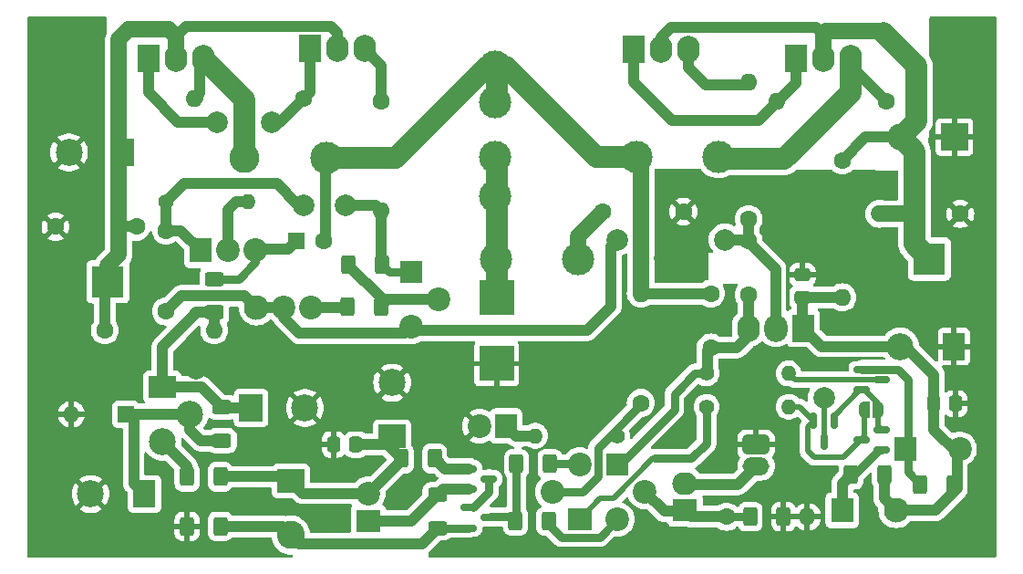
<source format=gbr>
%TF.GenerationSoftware,KiCad,Pcbnew,7.0.9*%
%TF.CreationDate,2023-11-26T22:18:51+01:00*%
%TF.ProjectId,Wzmacniacz_PW3017_modyfikacja,577a6d61-636e-4696-9163-7a5f50573330,rev?*%
%TF.SameCoordinates,Original*%
%TF.FileFunction,Copper,L2,Bot*%
%TF.FilePolarity,Positive*%
%FSLAX46Y46*%
G04 Gerber Fmt 4.6, Leading zero omitted, Abs format (unit mm)*
G04 Created by KiCad (PCBNEW 7.0.9) date 2023-11-26 22:18:51*
%MOMM*%
%LPD*%
G01*
G04 APERTURE LIST*
G04 Aperture macros list*
%AMRoundRect*
0 Rectangle with rounded corners*
0 $1 Rounding radius*
0 $2 $3 $4 $5 $6 $7 $8 $9 X,Y pos of 4 corners*
0 Add a 4 corners polygon primitive as box body*
4,1,4,$2,$3,$4,$5,$6,$7,$8,$9,$2,$3,0*
0 Add four circle primitives for the rounded corners*
1,1,$1+$1,$2,$3*
1,1,$1+$1,$4,$5*
1,1,$1+$1,$6,$7*
1,1,$1+$1,$8,$9*
0 Add four rect primitives between the rounded corners*
20,1,$1+$1,$2,$3,$4,$5,0*
20,1,$1+$1,$4,$5,$6,$7,0*
20,1,$1+$1,$6,$7,$8,$9,0*
20,1,$1+$1,$8,$9,$2,$3,0*%
%AMFreePoly0*
4,1,19,0.500000,-0.750000,0.000000,-0.750000,0.000000,-0.744911,-0.071157,-0.744911,-0.207708,-0.704816,-0.327430,-0.627875,-0.420627,-0.520320,-0.479746,-0.390866,-0.500000,-0.250000,-0.500000,0.250000,-0.479746,0.390866,-0.420627,0.520320,-0.327430,0.627875,-0.207708,0.704816,-0.071157,0.744911,0.000000,0.744911,0.000000,0.750000,0.500000,0.750000,0.500000,-0.750000,0.500000,-0.750000,
$1*%
%AMFreePoly1*
4,1,19,0.000000,0.744911,0.071157,0.744911,0.207708,0.704816,0.327430,0.627875,0.420627,0.520320,0.479746,0.390866,0.500000,0.250000,0.500000,-0.250000,0.479746,-0.390866,0.420627,-0.520320,0.327430,-0.627875,0.207708,-0.704816,0.071157,-0.744911,0.000000,-0.744911,0.000000,-0.750000,-0.500000,-0.750000,-0.500000,0.750000,0.000000,0.750000,0.000000,0.744911,0.000000,0.744911,
$1*%
G04 Aperture macros list end*
%TA.AperFunction,ComponentPad*%
%ADD10R,2.000000X2.300000*%
%TD*%
%TA.AperFunction,ComponentPad*%
%ADD11C,2.200000*%
%TD*%
%TA.AperFunction,ComponentPad*%
%ADD12C,3.000000*%
%TD*%
%TA.AperFunction,ComponentPad*%
%ADD13C,1.600000*%
%TD*%
%TA.AperFunction,ComponentPad*%
%ADD14O,1.600000X1.600000*%
%TD*%
%TA.AperFunction,ComponentPad*%
%ADD15R,3.200000X3.200000*%
%TD*%
%TA.AperFunction,ComponentPad*%
%ADD16R,2.100000X2.500000*%
%TD*%
%TA.AperFunction,ComponentPad*%
%ADD17O,2.100000X2.500000*%
%TD*%
%TA.AperFunction,ComponentPad*%
%ADD18R,2.500000X2.200000*%
%TD*%
%TA.AperFunction,ComponentPad*%
%ADD19C,2.500000*%
%TD*%
%TA.AperFunction,ComponentPad*%
%ADD20C,2.300000*%
%TD*%
%TA.AperFunction,ComponentPad*%
%ADD21C,2.800000*%
%TD*%
%TA.AperFunction,ComponentPad*%
%ADD22R,3.000000X3.000000*%
%TD*%
%TA.AperFunction,ComponentPad*%
%ADD23O,2.200000X2.500000*%
%TD*%
%TA.AperFunction,ComponentPad*%
%ADD24R,2.000000X2.000000*%
%TD*%
%TA.AperFunction,ComponentPad*%
%ADD25R,2.300000X2.000000*%
%TD*%
%TA.AperFunction,ComponentPad*%
%ADD26R,2.000000X2.500000*%
%TD*%
%TA.AperFunction,ComponentPad*%
%ADD27R,2.500000X2.500000*%
%TD*%
%TA.AperFunction,ComponentPad*%
%ADD28C,1.400000*%
%TD*%
%TA.AperFunction,ComponentPad*%
%ADD29O,1.400000X1.400000*%
%TD*%
%TA.AperFunction,ComponentPad*%
%ADD30R,1.500000X1.500000*%
%TD*%
%TA.AperFunction,ComponentPad*%
%ADD31O,1.500000X1.500000*%
%TD*%
%TA.AperFunction,ComponentPad*%
%ADD32C,2.600000*%
%TD*%
%TA.AperFunction,ComponentPad*%
%ADD33R,2.500000X2.000000*%
%TD*%
%TA.AperFunction,ComponentPad*%
%ADD34R,2.300000X2.100000*%
%TD*%
%TA.AperFunction,ComponentPad*%
%ADD35O,2.300000X2.100000*%
%TD*%
%TA.AperFunction,ComponentPad*%
%ADD36R,2.200000X2.500000*%
%TD*%
%TA.AperFunction,ComponentPad*%
%ADD37R,1.600000X1.600000*%
%TD*%
%TA.AperFunction,ComponentPad*%
%ADD38R,2.100000X2.300000*%
%TD*%
%TA.AperFunction,ComponentPad*%
%ADD39RoundRect,0.374999X-0.875001X0.525001X-0.875001X-0.525001X0.875001X-0.525001X0.875001X0.525001X0*%
%TD*%
%TA.AperFunction,ComponentPad*%
%ADD40O,2.500000X1.700000*%
%TD*%
%TA.AperFunction,SMDPad,CuDef*%
%ADD41RoundRect,0.250000X-0.400000X-0.625000X0.400000X-0.625000X0.400000X0.625000X-0.400000X0.625000X0*%
%TD*%
%TA.AperFunction,SMDPad,CuDef*%
%ADD42RoundRect,0.250000X-0.625000X0.400000X-0.625000X-0.400000X0.625000X-0.400000X0.625000X0.400000X0*%
%TD*%
%TA.AperFunction,SMDPad,CuDef*%
%ADD43RoundRect,0.250000X-0.475000X0.337500X-0.475000X-0.337500X0.475000X-0.337500X0.475000X0.337500X0*%
%TD*%
%TA.AperFunction,SMDPad,CuDef*%
%ADD44RoundRect,0.250000X0.400000X0.625000X-0.400000X0.625000X-0.400000X-0.625000X0.400000X-0.625000X0*%
%TD*%
%TA.AperFunction,SMDPad,CuDef*%
%ADD45RoundRect,0.150000X-0.150000X0.587500X-0.150000X-0.587500X0.150000X-0.587500X0.150000X0.587500X0*%
%TD*%
%TA.AperFunction,SMDPad,CuDef*%
%ADD46RoundRect,0.150000X-0.587500X-0.150000X0.587500X-0.150000X0.587500X0.150000X-0.587500X0.150000X0*%
%TD*%
%TA.AperFunction,SMDPad,CuDef*%
%ADD47RoundRect,0.250000X0.625000X-0.400000X0.625000X0.400000X-0.625000X0.400000X-0.625000X-0.400000X0*%
%TD*%
%TA.AperFunction,SMDPad,CuDef*%
%ADD48RoundRect,0.250000X0.337500X0.475000X-0.337500X0.475000X-0.337500X-0.475000X0.337500X-0.475000X0*%
%TD*%
%TA.AperFunction,SMDPad,CuDef*%
%ADD49FreePoly0,180.000000*%
%TD*%
%TA.AperFunction,SMDPad,CuDef*%
%ADD50FreePoly1,180.000000*%
%TD*%
%TA.AperFunction,SMDPad,CuDef*%
%ADD51RoundRect,0.150000X0.587500X0.150000X-0.587500X0.150000X-0.587500X-0.150000X0.587500X-0.150000X0*%
%TD*%
%TA.AperFunction,SMDPad,CuDef*%
%ADD52RoundRect,0.250000X-0.337500X-0.475000X0.337500X-0.475000X0.337500X0.475000X-0.337500X0.475000X0*%
%TD*%
%TA.AperFunction,ViaPad*%
%ADD53C,2.000000*%
%TD*%
%TA.AperFunction,Conductor*%
%ADD54C,1.000000*%
%TD*%
%TA.AperFunction,Conductor*%
%ADD55C,0.500000*%
%TD*%
%TA.AperFunction,Conductor*%
%ADD56C,0.800000*%
%TD*%
%TA.AperFunction,Conductor*%
%ADD57C,1.500000*%
%TD*%
%TA.AperFunction,Conductor*%
%ADD58C,2.000000*%
%TD*%
G04 APERTURE END LIST*
D10*
%TO.P,C14,1*%
%TO.N,Net-(C14-Pad1)*%
X164500000Y-107800000D03*
D11*
%TO.P,C14,2*%
%TO.N,GND*%
X162000000Y-107800000D03*
%TD*%
D12*
%TO.P,L1,1*%
%TO.N,Net-(C13-Pad2)*%
X163500000Y-74430000D03*
%TO.P,L1,2*%
%TO.N,Net-(J2-Pin_1)*%
X163500000Y-86500000D03*
%TD*%
D13*
%TO.P,R19,1*%
%TO.N,Net-(Q12-B)*%
X152900000Y-77620000D03*
D14*
%TO.P,R19,2*%
%TO.N,Net-(Q10-G)*%
X152900000Y-87780000D03*
%TD*%
D13*
%TO.P,C6,1*%
%TO.N,Net-(Q4-B)*%
X184950000Y-116200000D03*
D14*
%TO.P,C6,2*%
%TO.N,GND*%
X192450000Y-116200000D03*
%TD*%
D15*
%TO.P,J2,1,Pin_1*%
%TO.N,Net-(J2-Pin_1)*%
X163600000Y-95900000D03*
%TD*%
D16*
%TO.P,Q12,1,E*%
%TO.N,Net-(Q12-E)*%
X146260000Y-72775000D03*
D17*
%TO.P,Q12,2,C*%
%TO.N,Net-(J1-Pin_1)*%
X148800000Y-72775000D03*
%TO.P,Q12,3,B*%
%TO.N,Net-(Q12-B)*%
X151340000Y-72775000D03*
%TD*%
D18*
%TO.P,C2,1*%
%TO.N,/VC+*%
X153900000Y-108767677D03*
D19*
%TO.P,C2,2*%
%TO.N,GND*%
X153900000Y-103767677D03*
%TD*%
D11*
%TO.P,RV1,1,1*%
%TO.N,Net-(R8-Pad2)*%
X146400000Y-96800000D03*
%TO.P,RV1,2,2*%
%TO.N,Net-(Q6-C)*%
X143860000Y-96800000D03*
D20*
%TO.P,RV1,3,3*%
X141320000Y-96800000D03*
%TD*%
D16*
%TO.P,C18,1*%
%TO.N,Net-(J1-Pin_1)*%
X128900000Y-82400000D03*
D19*
%TO.P,C18,2*%
%TO.N,GND*%
X123900000Y-82400000D03*
%TD*%
D13*
%TO.P,C15,1*%
%TO.N,Net-(Q10-G)*%
X132900000Y-89650000D03*
%TO.P,C15,2*%
%TO.N,Net-(Q6-C)*%
X132900000Y-97150000D03*
%TD*%
%TO.P,C17,1*%
%TO.N,Net-(C17-Pad1)*%
X173450000Y-87900000D03*
%TO.P,C17,2*%
%TO.N,GND*%
X180950000Y-87900000D03*
%TD*%
D12*
%TO.P,R24,1*%
%TO.N,Net-(C13-Pad2)*%
X147800000Y-82900000D03*
D21*
%TO.P,R24,2*%
%TO.N,Net-(Q14-E)*%
X140180000Y-82900000D03*
%TD*%
D12*
%TO.P,R25,1*%
%TO.N,Net-(C13-Pad2)*%
X176590000Y-82800000D03*
%TO.P,R25,2*%
%TO.N,Net-(Q15-E)*%
X184210000Y-82800000D03*
%TD*%
D22*
%TO.P,J4,1,Pin_1*%
%TO.N,Net-(J4-Pin_1)*%
X203800000Y-92300000D03*
%TD*%
D16*
%TO.P,Q6,1,E*%
%TO.N,Net-(Q6-E)*%
X192080000Y-98700000D03*
D23*
%TO.P,Q6,2,C*%
%TO.N,Net-(Q6-C)*%
X189540000Y-98700000D03*
D17*
%TO.P,Q6,3,B*%
%TO.N,Net-(Q4-C)*%
X187000000Y-98700000D03*
%TD*%
D12*
%TO.P,R28,1*%
%TO.N,Net-(C17-Pad1)*%
X171200000Y-92300000D03*
%TO.P,R28,2*%
%TO.N,Net-(J2-Pin_1)*%
X163580000Y-92300000D03*
%TD*%
D13*
%TO.P,R12,1*%
%TO.N,Net-(Q6-C)*%
X187000000Y-88600000D03*
D14*
%TO.P,R12,2*%
%TO.N,Net-(Q13-B)*%
X187000000Y-75900000D03*
%TD*%
D24*
%TO.P,Q4,1,C*%
%TO.N,Net-(Q4-C)*%
X174830000Y-111360000D03*
D11*
%TO.P,Q4,2,B*%
%TO.N,Net-(Q4-B)*%
X177370000Y-113900000D03*
%TO.P,Q4,3,E*%
%TO.N,Net-(Q4-E)*%
X174830000Y-116440000D03*
%TD*%
D22*
%TO.P,J1,1,Pin_1*%
%TO.N,Net-(J1-Pin_1)*%
X127500000Y-94400000D03*
%TD*%
D10*
%TO.P,Q10,1,G*%
%TO.N,Net-(Q10-G)*%
X136120000Y-91500000D03*
D11*
%TO.P,Q10,2,S*%
%TO.N,Net-(Q10-S)*%
X138660000Y-91500000D03*
%TO.P,Q10,3,D*%
%TO.N,Net-(Q10-D)*%
X141200000Y-91500000D03*
%TD*%
D25*
%TO.P,Q11,1,C*%
%TO.N,Net-(Q11-C)*%
X171300000Y-116440000D03*
D11*
%TO.P,Q11,2,B*%
%TO.N,Net-(Q11-B)*%
X168760000Y-113900000D03*
%TO.P,Q11,3,E*%
%TO.N,Net-(Q11-E)*%
X171300000Y-111360000D03*
%TD*%
D16*
%TO.P,Q13,1,E*%
%TO.N,Net-(Q13-E)*%
X176360000Y-72800000D03*
D17*
%TO.P,Q13,2,C*%
%TO.N,Net-(J4-Pin_1)*%
X178900000Y-72800000D03*
%TO.P,Q13,3,B*%
%TO.N,Net-(Q13-B)*%
X181440000Y-72800000D03*
%TD*%
D26*
%TO.P,C12,1*%
%TO.N,GND*%
X206067677Y-100400000D03*
D19*
%TO.P,C12,2*%
%TO.N,Net-(Q6-E)*%
X201067677Y-100400000D03*
%TD*%
D27*
%TO.P,C19,1*%
%TO.N,GND*%
X206100000Y-81000000D03*
D19*
%TO.P,C19,2*%
%TO.N,Net-(J4-Pin_1)*%
X201100000Y-81000000D03*
%TD*%
D28*
%TO.P,R10,1*%
%TO.N,Net-(Q4-C)*%
X183090000Y-102900000D03*
D29*
%TO.P,R10,2*%
%TO.N,Net-(Q7-C)*%
X190710000Y-102900000D03*
%TD*%
D13*
%TO.P,C21,1*%
%TO.N,GND*%
X206650000Y-88100000D03*
%TO.P,C21,2*%
%TO.N,Net-(J4-Pin_1)*%
X199150000Y-88100000D03*
%TD*%
D16*
%TO.P,Q14,1,B*%
%TO.N,Net-(Q12-E)*%
X131260000Y-73645000D03*
D17*
%TO.P,Q14,2,C*%
%TO.N,Net-(J1-Pin_1)*%
X133800000Y-73645000D03*
%TO.P,Q14,3,E*%
%TO.N,Net-(Q14-E)*%
X136340000Y-73645000D03*
%TD*%
D30*
%TO.P,D2,1,K*%
%TO.N,Net-(D2-K)*%
X129185330Y-106700000D03*
D31*
%TO.P,D2,2,A*%
%TO.N,GND*%
X124105330Y-106700000D03*
%TD*%
D25*
%TO.P,D1,1,K*%
%TO.N,Net-(D1-K)*%
X151700000Y-116575000D03*
D11*
%TO.P,D1,2,A*%
%TO.N,/VC+*%
X151700000Y-114035000D03*
%TD*%
D15*
%TO.P,J5,1,Pin_1*%
%TO.N,GND*%
X163600000Y-102000000D03*
%TD*%
D28*
%TO.P,R20,1*%
%TO.N,Net-(Q10-G)*%
X132890000Y-87000000D03*
D29*
%TO.P,R20,2*%
%TO.N,Net-(Q10-S)*%
X140510000Y-87000000D03*
%TD*%
D13*
%TO.P,R6,1*%
%TO.N,Net-(J1-Pin_1)*%
X127220000Y-98900000D03*
D14*
%TO.P,R6,2*%
%TO.N,Net-(Q3-C)*%
X137380000Y-98900000D03*
%TD*%
D18*
%TO.P,C3,1*%
%TO.N,/VC+*%
X144500000Y-112900000D03*
D32*
%TO.P,C3,2*%
%TO.N,Net-(Q2-B)*%
X144500000Y-117900000D03*
%TD*%
D24*
%TO.P,Q8,1,C*%
%TO.N,Net-(Q10-G)*%
X155700000Y-93500000D03*
D11*
%TO.P,Q8,2,B*%
%TO.N,Net-(Q8-B)*%
X158240000Y-96040000D03*
%TO.P,Q8,3,E*%
%TO.N,Net-(Q6-C)*%
X155700000Y-98580000D03*
%TD*%
D13*
%TO.P,C7,1*%
%TO.N,Net-(C13-Pad2)*%
X183500000Y-95500000D03*
%TO.P,C7,2*%
%TO.N,Net-(Q4-C)*%
X183500000Y-100500000D03*
%TD*%
%TO.P,C20,1*%
%TO.N,Net-(J1-Pin_1)*%
X130150000Y-89300000D03*
%TO.P,C20,2*%
%TO.N,GND*%
X122650000Y-89300000D03*
%TD*%
D16*
%TO.P,C4,1*%
%TO.N,Net-(D2-K)*%
X130900000Y-114100000D03*
D19*
%TO.P,C4,2*%
%TO.N,GND*%
X125900000Y-114100000D03*
%TD*%
D13*
%TO.P,C8,1*%
%TO.N,Net-(Q4-C)*%
X187000000Y-95600000D03*
%TO.P,C8,2*%
%TO.N,Net-(Q6-C)*%
X187000000Y-90600000D03*
%TD*%
D33*
%TO.P,Q3,1,C*%
%TO.N,Net-(Q3-C)*%
X132560000Y-104160000D03*
D19*
%TO.P,Q3,2,B*%
%TO.N,Net-(D2-K)*%
X135100000Y-106700000D03*
%TO.P,Q3,3,E*%
%TO.N,Net-(Q3-E)*%
X132560000Y-109240000D03*
%TD*%
D34*
%TO.P,C5,1*%
%TO.N,Net-(Q4-B)*%
X181100000Y-115600000D03*
D35*
%TO.P,C5,2*%
%TO.N,Net-(J3-Pin_2)*%
X181100000Y-113100000D03*
%TD*%
D10*
%TO.P,C10,1*%
%TO.N,Net-(Q7-E)*%
X201600000Y-109900000D03*
D11*
%TO.P,C10,2*%
%TO.N,Net-(Q6-E)*%
X206600000Y-109900000D03*
%TD*%
D36*
%TO.P,C16,1*%
%TO.N,Net-(Q3-C)*%
X140800000Y-106100000D03*
D19*
%TO.P,C16,2*%
%TO.N,GND*%
X145800000Y-106100000D03*
%TD*%
D13*
%TO.P,R18,1*%
%TO.N,Net-(Q11-B)*%
X177000000Y-105650000D03*
D14*
%TO.P,R18,2*%
%TO.N,Net-(C13-Pad2)*%
X177000000Y-95490000D03*
%TD*%
D13*
%TO.P,R27,1*%
%TO.N,Net-(Q15-E)*%
X199780000Y-77700000D03*
D14*
%TO.P,R27,2*%
%TO.N,Net-(Q13-E)*%
X189620000Y-77700000D03*
%TD*%
D37*
%TO.P,C13,1*%
%TO.N,Net-(Q10-D)*%
X145017621Y-90600000D03*
D13*
%TO.P,C13,2*%
%TO.N,Net-(C13-Pad2)*%
X147517621Y-90600000D03*
%TD*%
%TO.P,R22,1*%
%TO.N,Net-(J4-Pin_1)*%
X195700000Y-83150000D03*
D14*
%TO.P,R22,2*%
%TO.N,Net-(Q6-E)*%
X195700000Y-95850000D03*
%TD*%
D28*
%TO.P,R14,1*%
%TO.N,Net-(Q11-C)*%
X183100000Y-106000000D03*
D29*
%TO.P,R14,2*%
%TO.N,Net-(JP1-B)*%
X190720000Y-106000000D03*
%TD*%
D28*
%TO.P,R17,1*%
%TO.N,Net-(Q11-B)*%
X174800000Y-108700000D03*
D29*
%TO.P,R17,2*%
%TO.N,Net-(C14-Pad1)*%
X167180000Y-108700000D03*
%TD*%
D38*
%TO.P,C11,1*%
%TO.N,Net-(Q9-E)*%
X195700000Y-115600000D03*
D20*
%TO.P,C11,2*%
%TO.N,Net-(Q6-E)*%
X200700000Y-115600000D03*
%TD*%
D16*
%TO.P,Q15,1,B*%
%TO.N,Net-(Q13-E)*%
X191360000Y-73645000D03*
D17*
%TO.P,Q15,2,C*%
%TO.N,Net-(J4-Pin_1)*%
X193900000Y-73645000D03*
%TO.P,Q15,3,E*%
%TO.N,Net-(Q15-E)*%
X196440000Y-73645000D03*
%TD*%
D39*
%TO.P,J3,1,Pin_1*%
%TO.N,GND*%
X187700000Y-109500000D03*
D40*
%TO.P,J3,2,Pin_2*%
%TO.N,Net-(J3-Pin_2)*%
X187700000Y-111500000D03*
%TD*%
D12*
%TO.P,R23,1*%
%TO.N,Net-(J2-Pin_1)*%
X163500000Y-82800000D03*
%TO.P,R23,2*%
%TO.N,Net-(C13-Pad2)*%
X163500000Y-77720000D03*
%TD*%
D13*
%TO.P,R26,1*%
%TO.N,Net-(Q12-E)*%
X145680000Y-77400000D03*
D14*
%TO.P,R26,2*%
%TO.N,Net-(Q14-E)*%
X135520000Y-77400000D03*
%TD*%
D41*
%TO.P,R13,1*%
%TO.N,Net-(Q2-C)*%
X165450000Y-111300000D03*
%TO.P,R13,2*%
%TO.N,Net-(Q11-E)*%
X168550000Y-111300000D03*
%TD*%
D42*
%TO.P,R2,1*%
%TO.N,Net-(D1-K)*%
X158100000Y-114150000D03*
%TO.P,R2,2*%
%TO.N,Net-(Q2-B)*%
X158100000Y-117250000D03*
%TD*%
D43*
%TO.P,C22,1*%
%TO.N,GND*%
X192000000Y-93762500D03*
%TO.P,C22,2*%
%TO.N,Net-(Q6-E)*%
X192000000Y-95837500D03*
%TD*%
D44*
%TO.P,R16,1*%
%TO.N,Net-(Q10-G)*%
X152950000Y-92800000D03*
%TO.P,R16,2*%
%TO.N,Net-(Q8-B)*%
X149850000Y-92800000D03*
%TD*%
D45*
%TO.P,Q5,1,B*%
%TO.N,Net-(JP1-B)*%
X193050000Y-107325000D03*
%TO.P,Q5,2,E*%
%TO.N,Net-(JP1-A)*%
X194950000Y-107325000D03*
%TO.P,Q5,3,C*%
%TO.N,/VC+*%
X194000000Y-109200000D03*
%TD*%
D41*
%TO.P,R15,1*%
%TO.N,Net-(Q9-E)*%
X196500000Y-112300000D03*
%TO.P,R15,2*%
%TO.N,Net-(Q6-E)*%
X199600000Y-112300000D03*
%TD*%
D46*
%TO.P,Q2,1,B*%
%TO.N,Net-(Q2-B)*%
X161025000Y-117250000D03*
%TO.P,Q2,2,E*%
%TO.N,Net-(Q1-C)*%
X161025000Y-115350000D03*
%TO.P,Q2,3,C*%
%TO.N,Net-(Q2-C)*%
X162900000Y-116300000D03*
%TD*%
D44*
%TO.P,R4,1*%
%TO.N,/VC+*%
X137950000Y-112500000D03*
%TO.P,R4,2*%
%TO.N,Net-(Q3-E)*%
X134850000Y-112500000D03*
%TD*%
%TO.P,R3,1*%
%TO.N,Net-(Q2-B)*%
X137950000Y-117100000D03*
%TO.P,R3,2*%
%TO.N,GND*%
X134850000Y-117100000D03*
%TD*%
D41*
%TO.P,R9,1*%
%TO.N,Net-(Q2-C)*%
X165350000Y-116600000D03*
%TO.P,R9,2*%
%TO.N,Net-(Q4-E)*%
X168450000Y-116600000D03*
%TD*%
%TO.P,R1,1*%
%TO.N,/VC+*%
X154750000Y-110800000D03*
%TO.P,R1,2*%
%TO.N,Net-(Q1-E)*%
X157850000Y-110800000D03*
%TD*%
D47*
%TO.P,R21,1*%
%TO.N,Net-(Q3-C)*%
X137400000Y-97250000D03*
%TO.P,R21,2*%
%TO.N,Net-(Q10-D)*%
X137400000Y-94150000D03*
%TD*%
D41*
%TO.P,R11,1*%
%TO.N,Net-(Q7-E)*%
X202950000Y-113200000D03*
%TO.P,R11,2*%
%TO.N,Net-(Q6-E)*%
X206050000Y-113200000D03*
%TD*%
D42*
%TO.P,R5,1*%
%TO.N,Net-(Q3-C)*%
X138100000Y-106050000D03*
%TO.P,R5,2*%
%TO.N,Net-(D2-K)*%
X138100000Y-109150000D03*
%TD*%
D46*
%TO.P,Q1,1,B*%
%TO.N,Net-(D1-K)*%
X161025000Y-113650000D03*
%TO.P,Q1,2,E*%
%TO.N,Net-(Q1-E)*%
X161025000Y-111750000D03*
%TO.P,Q1,3,C*%
%TO.N,Net-(Q1-C)*%
X162900000Y-112700000D03*
%TD*%
D48*
%TO.P,C1,1*%
%TO.N,/VC+*%
X150537500Y-109500000D03*
%TO.P,C1,2*%
%TO.N,GND*%
X148462500Y-109500000D03*
%TD*%
D46*
%TO.P,Q7,1,B*%
%TO.N,Net-(JP1-A)*%
X197525000Y-104450000D03*
%TO.P,Q7,2,E*%
%TO.N,Net-(Q7-E)*%
X197525000Y-102550000D03*
%TO.P,Q7,3,C*%
%TO.N,Net-(Q7-C)*%
X199400000Y-103500000D03*
%TD*%
D44*
%TO.P,R8,1*%
%TO.N,Net-(Q8-B)*%
X152850000Y-96700000D03*
%TO.P,R8,2*%
%TO.N,Net-(R8-Pad2)*%
X149750000Y-96700000D03*
%TD*%
D49*
%TO.P,JP1,1,A*%
%TO.N,Net-(JP1-A)*%
X199050000Y-106300000D03*
D50*
%TO.P,JP1,2,B*%
%TO.N,Net-(JP1-B)*%
X197750000Y-106300000D03*
%TD*%
D41*
%TO.P,R7,1*%
%TO.N,Net-(Q4-B)*%
X187150000Y-116200000D03*
%TO.P,R7,2*%
%TO.N,GND*%
X190250000Y-116200000D03*
%TD*%
D51*
%TO.P,Q9,1,B*%
%TO.N,Net-(JP1-A)*%
X199337500Y-108100000D03*
%TO.P,Q9,2,E*%
%TO.N,Net-(Q9-E)*%
X199337500Y-110000000D03*
%TO.P,Q9,3,C*%
%TO.N,Net-(JP1-B)*%
X197462500Y-109050000D03*
%TD*%
D52*
%TO.P,C9,1*%
%TO.N,Net-(Q6-E)*%
X204162500Y-105700000D03*
%TO.P,C9,2*%
%TO.N,GND*%
X206237500Y-105700000D03*
%TD*%
D53*
%TO.N,/VC+*%
X194000000Y-105200000D03*
%TO.N,GND*%
X125100000Y-102500000D03*
X181400000Y-98200000D03*
X135700000Y-100600000D03*
X181400000Y-92199500D03*
X179200000Y-98200000D03*
X179200497Y-92200000D03*
X125100000Y-100600000D03*
X135700000Y-102460500D03*
%TO.N,Net-(Q6-C)*%
X184800000Y-90500000D03*
X174800000Y-90500000D03*
%TO.N,Net-(Q10-G)*%
X145700000Y-87300000D03*
X149600000Y-87300000D03*
%TO.N,Net-(Q12-E)*%
X137600000Y-79600000D03*
X142700000Y-79600000D03*
%TD*%
D54*
%TO.N,/VC+*%
X152400000Y-109500000D02*
X153167677Y-109500000D01*
X153450000Y-109500000D02*
X152400000Y-109500000D01*
D55*
X194000000Y-105200000D02*
X194000000Y-109200000D01*
D54*
X153167677Y-109500000D02*
X153900000Y-108767677D01*
X150537500Y-109500000D02*
X152400000Y-109500000D01*
X145635000Y-114035000D02*
X144500000Y-112900000D01*
X137950000Y-112500000D02*
X144100000Y-112500000D01*
X151700000Y-114035000D02*
X154750000Y-110985000D01*
X151700000Y-114035000D02*
X145635000Y-114035000D01*
X154750000Y-110800000D02*
X153450000Y-109500000D01*
%TO.N,Net-(Q2-B)*%
X145299999Y-118699999D02*
X156650001Y-118699999D01*
X156650001Y-118699999D02*
X158100000Y-117250000D01*
X137950000Y-117100000D02*
X143700001Y-117100001D01*
X143700001Y-117100001D02*
X144500000Y-117900000D01*
X144500000Y-117900000D02*
X145299999Y-118699999D01*
D56*
X161025000Y-117250000D02*
X158100000Y-117250000D01*
D54*
%TO.N,Net-(D2-K)*%
X135100000Y-108100000D02*
X136150000Y-109150000D01*
X130900000Y-114100000D02*
X129900000Y-113100000D01*
X136150000Y-109150000D02*
X137300000Y-109150000D01*
X129900000Y-113100000D02*
X129900000Y-106700000D01*
X135100000Y-106700000D02*
X135100000Y-108100000D01*
X129900000Y-106700000D02*
X135100000Y-106700000D01*
X129185330Y-106700000D02*
X135100000Y-106700000D01*
%TO.N,Net-(Q4-B)*%
X177370000Y-113900000D02*
X179170000Y-115700000D01*
X179170000Y-115700000D02*
X181000000Y-115700000D01*
D56*
X187150000Y-116200000D02*
X184950000Y-116200000D01*
D54*
X181700000Y-116200000D02*
X184950000Y-116200000D01*
X181100000Y-115600000D02*
X181700000Y-116200000D01*
%TO.N,Net-(J3-Pin_2)*%
X186000000Y-113200000D02*
X187700000Y-111500000D01*
X181200000Y-113200000D02*
X186000000Y-113200000D01*
%TO.N,Net-(Q6-C)*%
X174200000Y-96700000D02*
X172000000Y-98900000D01*
X155680000Y-98600000D02*
X155080000Y-99200000D01*
X140220000Y-95700000D02*
X134350000Y-95700000D01*
X174800000Y-90500000D02*
X174200000Y-91100000D01*
X143860000Y-97760000D02*
X143860000Y-96800000D01*
X145300000Y-99200000D02*
X143860000Y-97760000D01*
X141320000Y-96800000D02*
X140220000Y-95700000D01*
X143860000Y-96800000D02*
X141320000Y-96800000D01*
X187000000Y-88600000D02*
X187000000Y-90600000D01*
X172000000Y-98900000D02*
X156180000Y-98900000D01*
X155080000Y-99200000D02*
X145300000Y-99200000D01*
X184800000Y-90500000D02*
X186500000Y-90500000D01*
X186500000Y-90500000D02*
X186800000Y-90800000D01*
X189500000Y-93200000D02*
X189500000Y-98660000D01*
X134350000Y-95700000D02*
X132900000Y-97150000D01*
X187100000Y-90800000D02*
X189500000Y-93200000D01*
X174200000Y-91100000D02*
X174200000Y-96700000D01*
X156180000Y-98900000D02*
X155780000Y-98500000D01*
%TO.N,Net-(Q6-E)*%
X204200000Y-108100000D02*
X206350000Y-110250000D01*
X204200000Y-103032323D02*
X204200000Y-108100000D01*
X192000000Y-95837500D02*
X195687500Y-95837500D01*
X192000000Y-95837500D02*
X192000000Y-98620000D01*
X201567677Y-100400000D02*
X204200000Y-103032323D01*
X199600000Y-114500000D02*
X200700000Y-115600000D01*
X201567677Y-100400000D02*
X193780000Y-100400000D01*
X193780000Y-100400000D02*
X192080000Y-98700000D01*
X206350000Y-113600000D02*
X204350000Y-115600000D01*
X199600000Y-112300000D02*
X199600000Y-114500000D01*
X206350000Y-110250000D02*
X206350000Y-113600000D01*
X204350000Y-115600000D02*
X200700000Y-115600000D01*
D56*
%TO.N,Net-(Q7-E)*%
X202950000Y-113200000D02*
X201800000Y-112050000D01*
X200850000Y-102550000D02*
X197525000Y-102550000D01*
X201800000Y-103500000D02*
X200850000Y-102550000D01*
X201800000Y-112050000D02*
X201800000Y-103500000D01*
%TO.N,Net-(Q9-E)*%
X199100000Y-110000000D02*
X196800000Y-112300000D01*
D54*
X195700000Y-113100000D02*
X195700000Y-115600000D01*
X196500000Y-112300000D02*
X195700000Y-113100000D01*
D56*
X196800000Y-112300000D02*
X196500000Y-112300000D01*
X199337500Y-110000000D02*
X199100000Y-110000000D01*
D54*
%TO.N,Net-(Q10-D)*%
X144217621Y-91400000D02*
X145017621Y-90600000D01*
X141200000Y-91500000D02*
X141300000Y-91400000D01*
D56*
X139650000Y-94150000D02*
X137400000Y-94150000D01*
X141200000Y-92600000D02*
X139650000Y-94150000D01*
D54*
X141300000Y-91400000D02*
X144217621Y-91400000D01*
D56*
X141200000Y-91500000D02*
X141200000Y-92600000D01*
D54*
%TO.N,Net-(C14-Pad1)*%
X167180000Y-108700000D02*
X165400000Y-108700000D01*
X165400000Y-108700000D02*
X164500000Y-107800000D01*
%TO.N,Net-(Q10-G)*%
X149620000Y-87280000D02*
X149600000Y-87300000D01*
X143200000Y-85300000D02*
X134590000Y-85300000D01*
X134590000Y-85300000D02*
X132890000Y-87000000D01*
D56*
X152950000Y-92800000D02*
X153650000Y-93500000D01*
D54*
X145700000Y-87300000D02*
X145200000Y-87300000D01*
X152900000Y-87780000D02*
X152400000Y-87280000D01*
X132900000Y-89650000D02*
X134270000Y-89650000D01*
D56*
X153650000Y-93500000D02*
X155700000Y-93500000D01*
D54*
X145200000Y-87300000D02*
X143200000Y-85300000D01*
X152900000Y-92750000D02*
X152900000Y-87780000D01*
X152400000Y-87280000D02*
X149620000Y-87280000D01*
X132890000Y-87000000D02*
X132890000Y-88375000D01*
X134270000Y-89650000D02*
X136120000Y-91500000D01*
X132890000Y-88375000D02*
X132900000Y-88385000D01*
X132900000Y-88385000D02*
X132900000Y-89650000D01*
%TO.N,Net-(Q3-C)*%
X135500000Y-97500000D02*
X135500000Y-97400000D01*
X136210000Y-104160000D02*
X136100000Y-104160000D01*
X138100000Y-106050000D02*
X136210000Y-104160000D01*
X132560000Y-104160000D02*
X132560000Y-100440000D01*
X132560000Y-104160000D02*
X136100000Y-104160000D01*
X138150000Y-106100000D02*
X138100000Y-106050000D01*
X137380000Y-98900000D02*
X137380000Y-97270000D01*
X132560000Y-100440000D02*
X135500000Y-97500000D01*
X137380000Y-97270000D02*
X137400000Y-97250000D01*
X135650000Y-97250000D02*
X137400000Y-97250000D01*
X135500000Y-97400000D02*
X135650000Y-97250000D01*
X140800000Y-106100000D02*
X138150000Y-106100000D01*
%TO.N,Net-(D1-K)*%
X155675000Y-116575000D02*
X158100000Y-114150000D01*
X161025000Y-113650000D02*
X158600000Y-113650000D01*
X158600000Y-113650000D02*
X158100000Y-114150000D01*
X151700000Y-116575000D02*
X155675000Y-116575000D01*
D57*
%TO.N,Net-(J1-Pin_1)*%
X129400000Y-71000000D02*
X128500000Y-71900000D01*
D54*
X148800000Y-71302208D02*
X148800000Y-72775000D01*
D57*
X128500000Y-89300000D02*
X128500000Y-91900000D01*
X128500000Y-91900000D02*
X127500000Y-92900000D01*
D54*
X133800000Y-71645000D02*
X134745000Y-70700000D01*
X148197792Y-70700000D02*
X148800000Y-71302208D01*
X134745000Y-70700000D02*
X148197792Y-70700000D01*
X127220000Y-98900000D02*
X127200000Y-98880000D01*
D57*
X133155000Y-71000000D02*
X129400000Y-71000000D01*
X133800000Y-71645000D02*
X133800000Y-73645000D01*
X127500000Y-92900000D02*
X127500000Y-94400000D01*
D54*
X127200000Y-98880000D02*
X127200000Y-94700000D01*
D57*
X133800000Y-71645000D02*
X133155000Y-71000000D01*
X128500000Y-71900000D02*
X128500000Y-89300000D01*
D54*
X130150000Y-89300000D02*
X128500000Y-89300000D01*
%TO.N,Net-(Q1-E)*%
X158800000Y-111750000D02*
X161025000Y-111750000D01*
X157850000Y-110800000D02*
X158800000Y-111750000D01*
D56*
%TO.N,Net-(Q1-C)*%
X161450000Y-115350000D02*
X162900000Y-113900000D01*
X162900000Y-113900000D02*
X162900000Y-112700000D01*
%TO.N,Net-(Q2-C)*%
X165450000Y-111300000D02*
X165450000Y-116100000D01*
D55*
X163000000Y-116200000D02*
X162900000Y-116300000D01*
D56*
X165350000Y-116200000D02*
X163000000Y-116200000D01*
D54*
%TO.N,Net-(Q3-E)*%
X134850000Y-112500000D02*
X134850000Y-111530000D01*
X134850000Y-111530000D02*
X132560000Y-109240000D01*
D56*
%TO.N,Net-(Q4-C)*%
X182000000Y-102900000D02*
X180100000Y-104800000D01*
X180100000Y-106300000D02*
X175040000Y-111360000D01*
D54*
X183190000Y-100810000D02*
X183190000Y-102700000D01*
X185890000Y-100500000D02*
X187000000Y-99390000D01*
D56*
X180100000Y-104800000D02*
X180100000Y-106300000D01*
D54*
X183500000Y-100500000D02*
X185890000Y-100500000D01*
X183500000Y-100500000D02*
X183190000Y-100810000D01*
X187000000Y-95700000D02*
X187000000Y-98700000D01*
D56*
X183300000Y-102900000D02*
X182000000Y-102900000D01*
D54*
X187000000Y-99390000D02*
X187000000Y-96000000D01*
D56*
%TO.N,Net-(Q4-E)*%
X169600000Y-118100000D02*
X168450000Y-116950000D01*
X173170000Y-118100000D02*
X169600000Y-118100000D01*
X174830000Y-116440000D02*
X173170000Y-118100000D01*
X168450000Y-116950000D02*
X168450000Y-116550000D01*
D55*
%TO.N,Net-(JP1-B)*%
X193050000Y-107325000D02*
X192500000Y-107875000D01*
X195812500Y-110700000D02*
X197750000Y-108762500D01*
X192500000Y-107875000D02*
X192500000Y-110100000D01*
X197750000Y-108762500D02*
X197750000Y-106300000D01*
X193100000Y-110700000D02*
X195812500Y-110700000D01*
X192500000Y-110100000D02*
X193100000Y-110700000D01*
X193050000Y-107325000D02*
X191725000Y-106000000D01*
X191725000Y-106000000D02*
X190720000Y-106000000D01*
%TO.N,Net-(Q7-C)*%
X191310000Y-103500000D02*
X190710000Y-102900000D01*
X199400000Y-103500000D02*
X191310000Y-103500000D01*
D54*
%TO.N,Net-(Q8-B)*%
X152850000Y-96700000D02*
X153510000Y-96040000D01*
X153510000Y-96040000D02*
X158240000Y-96040000D01*
X149850000Y-92900000D02*
X152850000Y-95900000D01*
X152850000Y-95900000D02*
X152850000Y-96700000D01*
%TO.N,Net-(Q10-S)*%
X138660000Y-87740000D02*
X139400000Y-87000000D01*
X139400000Y-87000000D02*
X140510000Y-87000000D01*
X138660000Y-91500000D02*
X138660000Y-87740000D01*
D55*
%TO.N,Net-(Q11-C)*%
X174450000Y-114500000D02*
X173240000Y-114500000D01*
X178150000Y-110800000D02*
X174450000Y-114500000D01*
D56*
X181700000Y-110800000D02*
X183100000Y-109400000D01*
X183100000Y-109400000D02*
X183100000Y-106000000D01*
D55*
X173240000Y-114500000D02*
X171300000Y-116440000D01*
D56*
X178300000Y-110800000D02*
X181700000Y-110800000D01*
D55*
X178300000Y-110800000D02*
X178150000Y-110800000D01*
%TO.N,Net-(Q11-B)*%
X173000000Y-112300000D02*
X173000000Y-112500000D01*
D56*
X177000000Y-105800000D02*
X177000000Y-105650000D01*
X173000000Y-112300000D02*
X173000000Y-109800000D01*
X173000000Y-112500000D02*
X171600000Y-113900000D01*
X171600000Y-113900000D02*
X168730000Y-113900000D01*
X173000000Y-109800000D02*
X177000000Y-105800000D01*
%TO.N,Net-(Q11-E)*%
X168550000Y-111300000D02*
X171210000Y-111300000D01*
D54*
%TO.N,Net-(R8-Pad2)*%
X146400000Y-96800000D02*
X149650000Y-96800000D01*
D57*
%TO.N,Net-(C13-Pad2)*%
X164465000Y-74430000D02*
X163500000Y-74430000D01*
D58*
X176590000Y-82800000D02*
X172835000Y-82800000D01*
X147800000Y-82900000D02*
X154265000Y-82900000D01*
D54*
X147517621Y-90600000D02*
X147700000Y-90417621D01*
X177010000Y-95500000D02*
X177000000Y-95490000D01*
D57*
X162735000Y-74430000D02*
X163500000Y-74430000D01*
D58*
X172835000Y-82800000D02*
X164465000Y-74430000D01*
D54*
X147700000Y-90417621D02*
X147700000Y-83000000D01*
X183500000Y-95500000D02*
X177010000Y-95500000D01*
D57*
X177000000Y-83210000D02*
X176590000Y-82800000D01*
X177000000Y-95490000D02*
X177000000Y-83210000D01*
D58*
X154265000Y-82900000D02*
X162735000Y-74430000D01*
X163600000Y-74530000D02*
X163600000Y-77620000D01*
D57*
%TO.N,Net-(C17-Pad1)*%
X171200000Y-90150000D02*
X173450000Y-87900000D01*
X171200000Y-92300000D02*
X171200000Y-90150000D01*
D58*
%TO.N,Net-(J2-Pin_1)*%
X163600000Y-95900000D02*
X163600000Y-82900000D01*
%TO.N,Net-(J4-Pin_1)*%
X202600000Y-74400000D02*
X202600000Y-79500000D01*
X202400000Y-90900000D02*
X203800000Y-92300000D01*
D57*
X178900000Y-72800000D02*
X178900000Y-72698704D01*
D54*
X201100000Y-81000000D02*
X197850000Y-81000000D01*
X193300000Y-70800000D02*
X193900000Y-71400000D01*
X197850000Y-81000000D02*
X195700000Y-83150000D01*
D57*
X193900000Y-73645000D02*
X193900000Y-71400000D01*
D58*
X199500000Y-71300000D02*
X202600000Y-74400000D01*
X202600000Y-79500000D02*
X201100000Y-81000000D01*
D57*
X193900000Y-71400000D02*
X194200000Y-71100000D01*
X194200000Y-71100000D02*
X199300000Y-71100000D01*
D54*
X193900000Y-71400000D02*
X194000000Y-71300000D01*
D58*
X201100000Y-81000000D02*
X202400000Y-82300000D01*
X202400000Y-82300000D02*
X202400000Y-90900000D01*
D54*
X178900000Y-72800000D02*
X178900000Y-71700000D01*
D57*
X199125000Y-88100000D02*
X201875000Y-88100000D01*
D54*
X179800000Y-70800000D02*
X193300000Y-70800000D01*
D57*
X199300000Y-71100000D02*
X199500000Y-71300000D01*
D54*
X178900000Y-71700000D02*
X179800000Y-70800000D01*
%TO.N,Net-(Q12-E)*%
X134020000Y-79600000D02*
X131260000Y-76840000D01*
X145680000Y-77400000D02*
X146260000Y-76820000D01*
X142700000Y-79600000D02*
X143480000Y-79600000D01*
X143480000Y-79600000D02*
X145680000Y-77400000D01*
X134020000Y-79600000D02*
X137600000Y-79600000D01*
X131260000Y-76840000D02*
X131260000Y-73645000D01*
X146260000Y-76820000D02*
X146260000Y-72775000D01*
%TO.N,Net-(Q12-B)*%
X151340000Y-72775000D02*
X152900000Y-74335000D01*
X152900000Y-74335000D02*
X152900000Y-77620000D01*
%TO.N,Net-(Q13-E)*%
X176360000Y-72800000D02*
X176360000Y-75860000D01*
X179900000Y-79400000D02*
X187920000Y-79400000D01*
X176360000Y-75860000D02*
X179900000Y-79400000D01*
X187920000Y-79400000D02*
X191360000Y-75960000D01*
X191360000Y-75960000D02*
X191360000Y-73645000D01*
%TO.N,Net-(Q13-B)*%
X183000000Y-76100000D02*
X181440000Y-74540000D01*
X181440000Y-74540000D02*
X181440000Y-72800000D01*
X186800000Y-76100000D02*
X183000000Y-76100000D01*
D58*
%TO.N,Net-(Q14-E)*%
X140180000Y-83090000D02*
X140180000Y-77485000D01*
X140180000Y-77485000D02*
X136340000Y-73645000D01*
D54*
X135520000Y-77400000D02*
X135820000Y-77400000D01*
X136340000Y-73645000D02*
X136000000Y-73985000D01*
X136000000Y-73985000D02*
X136000000Y-76920000D01*
X136000000Y-76920000D02*
X135520000Y-77400000D01*
%TO.N,Net-(Q15-E)*%
X199780000Y-77700000D02*
X196440000Y-74360000D01*
D58*
X196440000Y-73645000D02*
X196440000Y-76860000D01*
D54*
X196440000Y-76860000D02*
X196440000Y-76200000D01*
D58*
X190300000Y-83000000D02*
X184410000Y-83000000D01*
D54*
X196440000Y-74360000D02*
X196440000Y-76860000D01*
D58*
X196440000Y-76860000D02*
X190300000Y-83000000D01*
D55*
%TO.N,Net-(JP1-A)*%
X197350000Y-104450000D02*
X194950000Y-106850000D01*
X199050000Y-105737500D02*
X199050000Y-105713604D01*
X197786396Y-104450000D02*
X197350000Y-104450000D01*
X194950000Y-106850000D02*
X194950000Y-107262500D01*
X199050000Y-107812500D02*
X199050000Y-106300000D01*
X199337500Y-108100000D02*
X199050000Y-107812500D01*
X199050000Y-105713604D02*
X197786396Y-104450000D01*
%TD*%
%TA.AperFunction,Conductor*%
%TO.N,GND*%
G36*
X127340701Y-69820185D02*
G01*
X127386456Y-69872989D01*
X127397659Y-69925392D01*
X127387840Y-71290006D01*
X127371017Y-71350130D01*
X127371201Y-71350219D01*
X127370705Y-71351248D01*
X127370300Y-71352697D01*
X127368791Y-71355223D01*
X127368783Y-71355238D01*
X127367244Y-71359340D01*
X127359011Y-71376939D01*
X127356851Y-71380746D01*
X127356846Y-71380757D01*
X127324307Y-71473746D01*
X127289694Y-71565970D01*
X127289689Y-71565988D01*
X127288909Y-71570288D01*
X127283952Y-71589069D01*
X127282503Y-71593209D01*
X127282502Y-71593215D01*
X127267089Y-71690527D01*
X127249500Y-71787448D01*
X127249500Y-71791827D01*
X127247973Y-71811229D01*
X127247289Y-71815540D01*
X127249500Y-71914021D01*
X127249500Y-91330663D01*
X127229815Y-91397702D01*
X127213181Y-91418344D01*
X126667885Y-91963639D01*
X126662699Y-91968274D01*
X126632337Y-91992488D01*
X126632333Y-91992492D01*
X126587365Y-92043960D01*
X126584521Y-92047003D01*
X126576064Y-92055461D01*
X126576054Y-92055472D01*
X126549049Y-92087818D01*
X126484234Y-92162004D01*
X126484230Y-92162010D01*
X126481981Y-92165774D01*
X126470746Y-92181608D01*
X126467934Y-92184977D01*
X126419316Y-92270659D01*
X126378426Y-92339099D01*
X126327144Y-92386553D01*
X126271978Y-92399500D01*
X125952130Y-92399500D01*
X125952123Y-92399501D01*
X125892516Y-92405908D01*
X125757671Y-92456202D01*
X125757664Y-92456206D01*
X125642455Y-92542452D01*
X125642452Y-92542455D01*
X125556206Y-92657664D01*
X125556202Y-92657671D01*
X125505908Y-92792517D01*
X125499501Y-92852116D01*
X125499501Y-92852123D01*
X125499500Y-92852135D01*
X125499500Y-95947870D01*
X125499501Y-95947876D01*
X125505908Y-96007483D01*
X125556202Y-96142328D01*
X125556206Y-96142335D01*
X125642452Y-96257544D01*
X125642455Y-96257547D01*
X125757664Y-96343793D01*
X125757671Y-96343797D01*
X125802618Y-96360561D01*
X125892517Y-96394091D01*
X125952127Y-96400500D01*
X126075500Y-96400499D01*
X126142539Y-96420183D01*
X126188294Y-96472987D01*
X126199500Y-96524499D01*
X126199500Y-98050974D01*
X126179815Y-98118013D01*
X126177075Y-98122097D01*
X126089432Y-98247265D01*
X126089431Y-98247267D01*
X125993261Y-98453502D01*
X125993258Y-98453511D01*
X125934366Y-98673302D01*
X125934364Y-98673313D01*
X125914532Y-98899998D01*
X125914532Y-98900001D01*
X125934364Y-99126686D01*
X125934366Y-99126697D01*
X125993258Y-99346488D01*
X125993261Y-99346497D01*
X126089431Y-99552732D01*
X126089432Y-99552734D01*
X126219954Y-99739141D01*
X126380858Y-99900045D01*
X126380861Y-99900047D01*
X126567266Y-100030568D01*
X126773504Y-100126739D01*
X126993308Y-100185635D01*
X127146288Y-100199019D01*
X127219998Y-100205468D01*
X127220000Y-100205468D01*
X127220002Y-100205468D01*
X127293712Y-100199019D01*
X127446692Y-100185635D01*
X127666496Y-100126739D01*
X127872734Y-100030568D01*
X128059139Y-99900047D01*
X128220047Y-99739139D01*
X128350568Y-99552734D01*
X128446739Y-99346496D01*
X128505635Y-99126692D01*
X128525468Y-98900000D01*
X128505635Y-98673308D01*
X128447302Y-98455604D01*
X128446741Y-98453511D01*
X128446738Y-98453502D01*
X128445461Y-98450763D01*
X128350568Y-98247266D01*
X128287075Y-98156588D01*
X128222925Y-98064970D01*
X128200597Y-97998763D01*
X128200500Y-97993847D01*
X128200500Y-96524499D01*
X128220185Y-96457460D01*
X128272989Y-96411705D01*
X128324500Y-96400499D01*
X129047871Y-96400499D01*
X129047872Y-96400499D01*
X129107483Y-96394091D01*
X129242331Y-96343796D01*
X129357546Y-96257546D01*
X129443796Y-96142331D01*
X129494091Y-96007483D01*
X129500500Y-95947873D01*
X129500499Y-92852128D01*
X129494091Y-92792517D01*
X129486015Y-92770866D01*
X129481030Y-92701178D01*
X129508819Y-92645945D01*
X129515765Y-92637996D01*
X129518004Y-92634248D01*
X129529266Y-92618374D01*
X129532069Y-92615018D01*
X129580691Y-92529326D01*
X129631215Y-92444764D01*
X129632744Y-92440687D01*
X129641006Y-92423028D01*
X129643154Y-92419244D01*
X129675695Y-92326244D01*
X129710307Y-92234024D01*
X129711085Y-92229735D01*
X129716057Y-92210896D01*
X129717498Y-92206782D01*
X129732912Y-92109460D01*
X129742577Y-92056204D01*
X129750500Y-92012550D01*
X129750500Y-92008175D01*
X129752027Y-91988777D01*
X129752710Y-91984464D01*
X129752711Y-91984459D01*
X129750500Y-91885952D01*
X129750500Y-90700931D01*
X129770185Y-90633892D01*
X129822989Y-90588137D01*
X129892147Y-90578193D01*
X129906586Y-90581154D01*
X129923308Y-90585635D01*
X130085230Y-90599801D01*
X130149998Y-90605468D01*
X130150000Y-90605468D01*
X130150002Y-90605468D01*
X130212522Y-90599998D01*
X130376692Y-90585635D01*
X130596496Y-90526739D01*
X130802734Y-90430568D01*
X130989139Y-90300047D01*
X131150047Y-90139139D01*
X131280568Y-89952734D01*
X131371658Y-89757391D01*
X131417829Y-89704954D01*
X131485023Y-89685802D01*
X131551904Y-89706018D01*
X131597239Y-89759183D01*
X131607567Y-89798990D01*
X131614364Y-89876687D01*
X131614366Y-89876697D01*
X131673258Y-90096488D01*
X131673261Y-90096497D01*
X131769431Y-90302732D01*
X131769432Y-90302734D01*
X131899954Y-90489141D01*
X132060858Y-90650045D01*
X132060861Y-90650047D01*
X132247266Y-90780568D01*
X132453504Y-90876739D01*
X132673308Y-90935635D01*
X132835230Y-90949801D01*
X132899998Y-90955468D01*
X132900000Y-90955468D01*
X132900002Y-90955468D01*
X132956673Y-90950509D01*
X133126692Y-90935635D01*
X133346496Y-90876739D01*
X133552734Y-90780568D01*
X133706465Y-90672924D01*
X133772671Y-90650598D01*
X133777588Y-90650500D01*
X133804217Y-90650500D01*
X133871256Y-90670185D01*
X133891898Y-90686819D01*
X134583181Y-91378101D01*
X134616666Y-91439424D01*
X134619500Y-91465782D01*
X134619500Y-92697870D01*
X134619501Y-92697876D01*
X134625908Y-92757483D01*
X134676202Y-92892328D01*
X134676206Y-92892335D01*
X134762452Y-93007544D01*
X134762455Y-93007547D01*
X134877664Y-93093793D01*
X134877671Y-93093797D01*
X135012517Y-93144091D01*
X135012516Y-93144091D01*
X135019444Y-93144835D01*
X135072127Y-93150500D01*
X136040819Y-93150499D01*
X136107858Y-93170183D01*
X136153613Y-93222987D01*
X136163557Y-93292146D01*
X136146358Y-93339595D01*
X136090189Y-93430659D01*
X136090186Y-93430666D01*
X136035001Y-93597203D01*
X136035001Y-93597204D01*
X136035000Y-93597204D01*
X136024500Y-93699983D01*
X136024500Y-93699991D01*
X136024500Y-94149986D01*
X136024501Y-94575500D01*
X136004817Y-94642539D01*
X135952013Y-94688294D01*
X135900501Y-94699500D01*
X134362717Y-94699500D01*
X134273637Y-94697243D01*
X134273628Y-94697243D01*
X134213260Y-94708064D01*
X134208595Y-94708718D01*
X134147563Y-94714925D01*
X134147555Y-94714927D01*
X134114781Y-94725210D01*
X134107154Y-94727082D01*
X134073350Y-94733141D01*
X134016384Y-94755894D01*
X134011948Y-94757473D01*
X133953414Y-94775840D01*
X133953412Y-94775841D01*
X133923385Y-94792506D01*
X133916293Y-94795874D01*
X133884383Y-94808621D01*
X133833154Y-94842383D01*
X133829126Y-94844824D01*
X133775502Y-94874588D01*
X133775499Y-94874590D01*
X133749427Y-94896970D01*
X133743160Y-94901695D01*
X133714482Y-94920598D01*
X133714475Y-94920603D01*
X133671116Y-94963962D01*
X133667661Y-94967164D01*
X133621106Y-95007132D01*
X133621105Y-95007133D01*
X133600076Y-95034300D01*
X133594884Y-95040194D01*
X132811967Y-95823111D01*
X132750644Y-95856596D01*
X132735096Y-95858958D01*
X132673311Y-95864364D01*
X132673302Y-95864366D01*
X132453511Y-95923258D01*
X132453502Y-95923261D01*
X132247267Y-96019431D01*
X132247265Y-96019432D01*
X132060858Y-96149954D01*
X131899954Y-96310858D01*
X131769432Y-96497265D01*
X131769431Y-96497267D01*
X131673261Y-96703502D01*
X131673258Y-96703511D01*
X131614366Y-96923302D01*
X131614364Y-96923313D01*
X131594532Y-97149998D01*
X131594532Y-97150001D01*
X131614364Y-97376686D01*
X131614366Y-97376697D01*
X131673258Y-97596488D01*
X131673261Y-97596497D01*
X131769431Y-97802732D01*
X131769432Y-97802734D01*
X131899954Y-97989141D01*
X132060858Y-98150045D01*
X132082272Y-98165039D01*
X132247266Y-98280568D01*
X132453504Y-98376739D01*
X132673308Y-98435635D01*
X132846233Y-98450764D01*
X132911300Y-98476215D01*
X132952279Y-98532806D01*
X132956157Y-98602568D01*
X132923105Y-98661972D01*
X131861532Y-99723546D01*
X131796946Y-99784942D01*
X131761899Y-99835294D01*
X131759062Y-99839056D01*
X131720302Y-99886592D01*
X131720299Y-99886597D01*
X131704392Y-99917047D01*
X131700324Y-99923761D01*
X131680702Y-99951954D01*
X131656509Y-100008330D01*
X131654488Y-100012584D01*
X131626091Y-100066951D01*
X131626090Y-100066952D01*
X131616640Y-100099975D01*
X131614007Y-100107371D01*
X131600459Y-100138943D01*
X131588113Y-100199019D01*
X131586990Y-100203595D01*
X131570113Y-100262577D01*
X131570113Y-100262579D01*
X131567503Y-100296841D01*
X131566414Y-100304608D01*
X131565811Y-100307547D01*
X131559500Y-100338258D01*
X131559500Y-100399597D01*
X131559321Y-100404306D01*
X131554662Y-100465474D01*
X131556707Y-100481527D01*
X131559003Y-100499560D01*
X131559500Y-100507388D01*
X131559500Y-102535500D01*
X131539815Y-102602539D01*
X131487011Y-102648294D01*
X131435501Y-102659500D01*
X131262130Y-102659500D01*
X131262123Y-102659501D01*
X131202516Y-102665908D01*
X131067671Y-102716202D01*
X131067664Y-102716206D01*
X130952455Y-102802452D01*
X130952452Y-102802455D01*
X130866206Y-102917664D01*
X130866202Y-102917671D01*
X130815908Y-103052517D01*
X130809501Y-103112116D01*
X130809500Y-103112135D01*
X130809500Y-105207870D01*
X130809501Y-105207876D01*
X130815908Y-105267483D01*
X130866202Y-105402328D01*
X130866204Y-105402331D01*
X130940209Y-105501189D01*
X130964627Y-105566653D01*
X130949776Y-105634926D01*
X130900371Y-105684332D01*
X130840943Y-105699500D01*
X130435081Y-105699500D01*
X130368042Y-105679815D01*
X130335815Y-105649812D01*
X130292878Y-105592457D01*
X130292876Y-105592454D01*
X130258651Y-105566833D01*
X130177665Y-105506206D01*
X130177658Y-105506202D01*
X130042812Y-105455908D01*
X130042813Y-105455908D01*
X129983213Y-105449501D01*
X129983211Y-105449500D01*
X129983203Y-105449500D01*
X129983194Y-105449500D01*
X128387459Y-105449500D01*
X128387453Y-105449501D01*
X128327846Y-105455908D01*
X128193001Y-105506202D01*
X128192994Y-105506206D01*
X128077785Y-105592452D01*
X128077782Y-105592455D01*
X127991536Y-105707664D01*
X127991532Y-105707671D01*
X127941238Y-105842517D01*
X127934831Y-105902116D01*
X127934830Y-105902135D01*
X127934830Y-107497870D01*
X127934831Y-107497876D01*
X127941238Y-107557483D01*
X127991532Y-107692328D01*
X127991536Y-107692335D01*
X128077782Y-107807544D01*
X128077785Y-107807547D01*
X128192994Y-107893793D01*
X128193001Y-107893797D01*
X128224923Y-107905703D01*
X128327847Y-107944091D01*
X128387457Y-107950500D01*
X128775500Y-107950499D01*
X128842539Y-107970183D01*
X128888294Y-108022987D01*
X128899500Y-108074499D01*
X128899500Y-113087283D01*
X128897243Y-113176362D01*
X128897243Y-113176370D01*
X128908064Y-113236739D01*
X128908718Y-113241404D01*
X128914925Y-113302430D01*
X128914927Y-113302444D01*
X128925208Y-113335213D01*
X128927079Y-113342837D01*
X128933142Y-113376652D01*
X128933142Y-113376655D01*
X128955894Y-113433612D01*
X128957474Y-113438051D01*
X128975841Y-113496588D01*
X128975844Y-113496595D01*
X128992509Y-113526619D01*
X128995879Y-113533714D01*
X129008622Y-113565614D01*
X129008627Y-113565624D01*
X129027102Y-113593656D01*
X129036458Y-113607853D01*
X129042377Y-113616833D01*
X129044818Y-113620863D01*
X129074588Y-113674498D01*
X129074589Y-113674499D01*
X129074591Y-113674502D01*
X129096968Y-113700567D01*
X129101693Y-113706835D01*
X129105876Y-113713181D01*
X129120598Y-113735519D01*
X129163978Y-113778899D01*
X129167169Y-113782343D01*
X129201163Y-113821940D01*
X129207134Y-113828895D01*
X129234294Y-113849918D01*
X129240190Y-113855111D01*
X129313181Y-113928102D01*
X129346666Y-113989425D01*
X129349500Y-114015783D01*
X129349500Y-115397870D01*
X129349501Y-115397876D01*
X129355908Y-115457483D01*
X129406202Y-115592328D01*
X129406206Y-115592335D01*
X129492452Y-115707544D01*
X129492455Y-115707547D01*
X129607664Y-115793793D01*
X129607671Y-115793797D01*
X129742517Y-115844091D01*
X129742516Y-115844091D01*
X129749444Y-115844835D01*
X129802127Y-115850500D01*
X131997872Y-115850499D01*
X132057483Y-115844091D01*
X132192331Y-115793796D01*
X132307546Y-115707546D01*
X132393796Y-115592331D01*
X132444091Y-115457483D01*
X132450500Y-115397873D01*
X132450499Y-112802128D01*
X132444091Y-112742517D01*
X132441721Y-112736164D01*
X132393797Y-112607671D01*
X132393793Y-112607664D01*
X132307547Y-112492455D01*
X132307544Y-112492452D01*
X132192335Y-112406206D01*
X132192328Y-112406202D01*
X132057482Y-112355908D01*
X132057483Y-112355908D01*
X131997883Y-112349501D01*
X131997881Y-112349500D01*
X131997873Y-112349500D01*
X131997865Y-112349500D01*
X131024500Y-112349500D01*
X130957461Y-112329815D01*
X130911706Y-112277011D01*
X130900500Y-112225500D01*
X130900500Y-110321007D01*
X130920185Y-110253968D01*
X130972989Y-110208213D01*
X131042147Y-110198269D01*
X131105703Y-110227294D01*
X131121441Y-110243688D01*
X131241009Y-110393621D01*
X131273198Y-110433985D01*
X131454753Y-110602441D01*
X131465521Y-110612433D01*
X131682296Y-110760228D01*
X131682301Y-110760230D01*
X131682302Y-110760231D01*
X131682303Y-110760232D01*
X131767178Y-110801105D01*
X131918673Y-110874061D01*
X131918674Y-110874061D01*
X131918677Y-110874063D01*
X132169385Y-110951396D01*
X132428818Y-110990500D01*
X132691176Y-110990500D01*
X132691182Y-110990500D01*
X132806908Y-110973056D01*
X132876132Y-110982529D01*
X132913070Y-111007990D01*
X133663181Y-111758101D01*
X133696666Y-111819424D01*
X133699500Y-111845782D01*
X133699500Y-113175001D01*
X133699501Y-113175018D01*
X133710000Y-113277796D01*
X133710001Y-113277799D01*
X133761633Y-113433612D01*
X133765186Y-113444334D01*
X133857288Y-113593656D01*
X133981344Y-113717712D01*
X134130666Y-113809814D01*
X134297203Y-113864999D01*
X134399991Y-113875500D01*
X135300008Y-113875499D01*
X135300016Y-113875498D01*
X135300019Y-113875498D01*
X135356302Y-113869748D01*
X135402797Y-113864999D01*
X135569334Y-113809814D01*
X135718656Y-113717712D01*
X135842712Y-113593656D01*
X135934814Y-113444334D01*
X135989999Y-113277797D01*
X136000500Y-113175009D01*
X136000499Y-111824992D01*
X135998174Y-111802236D01*
X135989999Y-111722203D01*
X135989998Y-111722200D01*
X135979791Y-111691397D01*
X135934814Y-111555666D01*
X135928137Y-111544841D01*
X135858104Y-111431298D01*
X135840279Y-111378746D01*
X135835074Y-111327563D01*
X135832578Y-111319608D01*
X135824784Y-111294768D01*
X135822917Y-111287155D01*
X135821799Y-111280919D01*
X135816858Y-111253347D01*
X135794100Y-111196374D01*
X135792521Y-111191938D01*
X135791971Y-111190186D01*
X135774159Y-111133412D01*
X135774158Y-111133410D01*
X135774157Y-111133407D01*
X135757488Y-111103378D01*
X135754117Y-111096278D01*
X135741378Y-111064386D01*
X135741377Y-111064383D01*
X135707620Y-111013163D01*
X135705180Y-111009134D01*
X135689109Y-110980181D01*
X135675409Y-110955498D01*
X135675407Y-110955495D01*
X135653033Y-110929434D01*
X135648302Y-110923159D01*
X135629402Y-110894481D01*
X135586012Y-110851091D01*
X135582822Y-110847648D01*
X135542867Y-110801106D01*
X135542863Y-110801102D01*
X135515698Y-110780074D01*
X135509803Y-110774882D01*
X134331894Y-109596973D01*
X134298409Y-109535650D01*
X134295922Y-109500025D01*
X134296660Y-109490187D01*
X134315408Y-109240000D01*
X134314406Y-109226632D01*
X134299094Y-109022296D01*
X134313713Y-108953973D01*
X134362951Y-108904400D01*
X134431173Y-108889317D01*
X134496720Y-108913511D01*
X134510428Y-108925349D01*
X134978873Y-109393793D01*
X135433548Y-109848468D01*
X135494941Y-109913053D01*
X135494944Y-109913055D01*
X135494947Y-109913058D01*
X135526473Y-109935000D01*
X135545303Y-109948106D01*
X135549044Y-109950926D01*
X135596593Y-109989698D01*
X135627045Y-110005604D01*
X135633756Y-110009671D01*
X135661951Y-110029295D01*
X135718332Y-110053490D01*
X135722567Y-110055501D01*
X135776951Y-110083909D01*
X135809973Y-110093356D01*
X135817365Y-110095989D01*
X135848940Y-110109539D01*
X135848941Y-110109540D01*
X135862054Y-110112234D01*
X135909055Y-110121892D01*
X135913595Y-110123006D01*
X135972582Y-110139886D01*
X136006841Y-110142494D01*
X136014609Y-110143585D01*
X136048255Y-110150500D01*
X136048259Y-110150500D01*
X136109601Y-110150500D01*
X136114308Y-110150678D01*
X136150651Y-110153446D01*
X136175475Y-110155337D01*
X136175475Y-110155336D01*
X136175476Y-110155337D01*
X136209559Y-110150996D01*
X136217389Y-110150500D01*
X136983804Y-110150500D01*
X137048900Y-110168961D01*
X137155659Y-110234810D01*
X137155660Y-110234810D01*
X137155666Y-110234814D01*
X137322203Y-110289999D01*
X137424991Y-110300500D01*
X138775008Y-110300499D01*
X138877797Y-110289999D01*
X139044334Y-110234814D01*
X139193656Y-110142712D01*
X139317712Y-110018656D01*
X139409814Y-109869334D01*
X139449357Y-109750000D01*
X147375001Y-109750000D01*
X147375001Y-110024986D01*
X147385494Y-110127697D01*
X147440641Y-110294119D01*
X147440643Y-110294124D01*
X147532684Y-110443345D01*
X147656654Y-110567315D01*
X147805875Y-110659356D01*
X147805880Y-110659358D01*
X147972302Y-110714505D01*
X147972309Y-110714506D01*
X148075019Y-110724999D01*
X148212499Y-110724999D01*
X148212500Y-110724998D01*
X148212500Y-109750000D01*
X147375001Y-109750000D01*
X139449357Y-109750000D01*
X139464999Y-109702797D01*
X139475500Y-109600009D01*
X139475500Y-109250000D01*
X147375000Y-109250000D01*
X148212500Y-109250000D01*
X148212500Y-108275000D01*
X148075027Y-108275000D01*
X148075012Y-108275001D01*
X147972302Y-108285494D01*
X147805880Y-108340641D01*
X147805875Y-108340643D01*
X147656654Y-108432684D01*
X147532684Y-108556654D01*
X147440643Y-108705875D01*
X147440641Y-108705880D01*
X147385494Y-108872302D01*
X147385493Y-108872309D01*
X147375000Y-108975013D01*
X147375000Y-109250000D01*
X139475500Y-109250000D01*
X139475499Y-108699992D01*
X139467205Y-108618803D01*
X139464999Y-108597203D01*
X139464998Y-108597200D01*
X139462215Y-108588802D01*
X139409814Y-108430666D01*
X139317712Y-108281344D01*
X139193656Y-108157288D01*
X139059433Y-108074499D01*
X139044336Y-108065187D01*
X139044331Y-108065185D01*
X139042862Y-108064698D01*
X138877797Y-108010001D01*
X138877795Y-108010000D01*
X138775010Y-107999500D01*
X137424998Y-107999500D01*
X137424981Y-107999501D01*
X137322203Y-108010000D01*
X137322200Y-108010001D01*
X137155668Y-108065185D01*
X137155659Y-108065189D01*
X137048900Y-108131039D01*
X136983804Y-108149500D01*
X136615783Y-108149500D01*
X136548744Y-108129815D01*
X136528106Y-108113185D01*
X136430596Y-108015675D01*
X136397113Y-107954356D01*
X136402097Y-107884664D01*
X136421329Y-107850689D01*
X136550386Y-107688857D01*
X136681568Y-107461643D01*
X136777420Y-107217416D01*
X136801739Y-107110867D01*
X136802501Y-107107530D01*
X136836609Y-107046551D01*
X136898271Y-107013693D01*
X136967908Y-107019388D01*
X136999399Y-107039854D01*
X137000681Y-107038234D01*
X137006341Y-107042709D01*
X137006344Y-107042712D01*
X137155666Y-107134814D01*
X137322203Y-107189999D01*
X137424991Y-107200500D01*
X138775008Y-107200499D01*
X138877797Y-107189999D01*
X139036500Y-107137409D01*
X139106325Y-107135008D01*
X139166367Y-107170739D01*
X139197560Y-107233260D01*
X139199501Y-107255116D01*
X139199501Y-107397876D01*
X139205908Y-107457483D01*
X139256202Y-107592328D01*
X139256206Y-107592335D01*
X139342452Y-107707544D01*
X139342455Y-107707547D01*
X139457664Y-107793793D01*
X139457671Y-107793797D01*
X139592517Y-107844091D01*
X139592516Y-107844091D01*
X139599444Y-107844835D01*
X139652127Y-107850500D01*
X141947872Y-107850499D01*
X142007483Y-107844091D01*
X142142331Y-107793796D01*
X142257546Y-107707546D01*
X142343796Y-107592331D01*
X142394091Y-107457483D01*
X142400500Y-107397873D01*
X142400500Y-106100004D01*
X144045093Y-106100004D01*
X144064692Y-106361545D01*
X144064693Y-106361550D01*
X144123058Y-106617270D01*
X144218883Y-106861426D01*
X144218882Y-106861426D01*
X144350030Y-107088577D01*
X144397873Y-107148571D01*
X144397874Y-107148571D01*
X145316922Y-106229523D01*
X145340507Y-106309844D01*
X145418239Y-106430798D01*
X145526900Y-106524952D01*
X145657685Y-106584680D01*
X145667466Y-106586086D01*
X144750831Y-107502720D01*
X144922546Y-107619793D01*
X144922550Y-107619795D01*
X145158854Y-107733594D01*
X145158858Y-107733595D01*
X145409494Y-107810907D01*
X145409500Y-107810909D01*
X145668848Y-107849999D01*
X145668857Y-107850000D01*
X145931143Y-107850000D01*
X145931151Y-107849999D01*
X146190499Y-107810909D01*
X146190505Y-107810907D01*
X146441143Y-107733595D01*
X146677445Y-107619798D01*
X146677456Y-107619791D01*
X146849167Y-107502720D01*
X145932534Y-106586086D01*
X145942315Y-106584680D01*
X146073100Y-106524952D01*
X146181761Y-106430798D01*
X146259493Y-106309844D01*
X146283076Y-106229523D01*
X147202124Y-107148571D01*
X147249974Y-107088570D01*
X147381116Y-106861426D01*
X147476941Y-106617270D01*
X147535306Y-106361550D01*
X147535307Y-106361545D01*
X147554907Y-106100004D01*
X147554907Y-106099995D01*
X147535307Y-105838454D01*
X147535306Y-105838449D01*
X147476941Y-105582729D01*
X147381116Y-105338573D01*
X147381117Y-105338573D01*
X147249971Y-105111426D01*
X147202125Y-105051427D01*
X146283076Y-105970475D01*
X146259493Y-105890156D01*
X146181761Y-105769202D01*
X146073100Y-105675048D01*
X145942315Y-105615320D01*
X145932533Y-105613913D01*
X146849167Y-104697278D01*
X146677447Y-104580202D01*
X146677445Y-104580201D01*
X146441142Y-104466404D01*
X146441144Y-104466404D01*
X146190505Y-104389092D01*
X146190499Y-104389090D01*
X145931151Y-104350000D01*
X145668848Y-104350000D01*
X145409500Y-104389090D01*
X145409494Y-104389092D01*
X145158858Y-104466404D01*
X145158854Y-104466405D01*
X144922550Y-104580204D01*
X144922546Y-104580206D01*
X144750832Y-104697278D01*
X145667467Y-105613913D01*
X145657685Y-105615320D01*
X145526900Y-105675048D01*
X145418239Y-105769202D01*
X145340507Y-105890156D01*
X145316922Y-105970476D01*
X144397873Y-105051427D01*
X144350029Y-105111423D01*
X144218883Y-105338573D01*
X144123058Y-105582729D01*
X144064693Y-105838449D01*
X144064692Y-105838454D01*
X144045093Y-106099995D01*
X144045093Y-106100004D01*
X142400500Y-106100004D01*
X142400499Y-104802128D01*
X142394091Y-104742517D01*
X142389773Y-104730941D01*
X142343797Y-104607671D01*
X142343793Y-104607664D01*
X142257547Y-104492455D01*
X142257544Y-104492452D01*
X142142335Y-104406206D01*
X142142328Y-104406202D01*
X142007482Y-104355908D01*
X142007483Y-104355908D01*
X141947883Y-104349501D01*
X141947881Y-104349500D01*
X141947873Y-104349500D01*
X141947864Y-104349500D01*
X139652129Y-104349500D01*
X139652123Y-104349501D01*
X139592516Y-104355908D01*
X139457671Y-104406202D01*
X139457664Y-104406206D01*
X139342455Y-104492452D01*
X139342452Y-104492455D01*
X139256206Y-104607664D01*
X139256202Y-104607671D01*
X139205908Y-104742517D01*
X139199782Y-104799500D01*
X139199501Y-104802123D01*
X139199500Y-104802135D01*
X139199500Y-104844883D01*
X139179815Y-104911922D01*
X139127011Y-104957677D01*
X139057853Y-104967621D01*
X139036498Y-104962589D01*
X138877797Y-104910001D01*
X138877795Y-104910000D01*
X138775016Y-104899500D01*
X138775009Y-104899500D01*
X138415782Y-104899500D01*
X138348743Y-104879815D01*
X138328101Y-104863181D01*
X137232601Y-103767681D01*
X152145093Y-103767681D01*
X152164692Y-104029222D01*
X152164693Y-104029227D01*
X152223058Y-104284947D01*
X152318883Y-104529103D01*
X152318882Y-104529103D01*
X152450030Y-104756254D01*
X152497873Y-104816248D01*
X152497874Y-104816248D01*
X153416922Y-103897200D01*
X153440507Y-103977521D01*
X153518239Y-104098475D01*
X153626900Y-104192629D01*
X153757685Y-104252357D01*
X153767466Y-104253763D01*
X152850831Y-105170397D01*
X153022546Y-105287470D01*
X153022550Y-105287472D01*
X153258854Y-105401271D01*
X153258858Y-105401272D01*
X153509494Y-105478584D01*
X153509500Y-105478586D01*
X153768848Y-105517676D01*
X153768857Y-105517677D01*
X154031143Y-105517677D01*
X154031151Y-105517676D01*
X154290499Y-105478586D01*
X154290505Y-105478584D01*
X154541143Y-105401272D01*
X154777445Y-105287475D01*
X154777456Y-105287468D01*
X154949167Y-105170397D01*
X154032534Y-104253763D01*
X154042315Y-104252357D01*
X154173100Y-104192629D01*
X154281761Y-104098475D01*
X154359493Y-103977521D01*
X154383076Y-103897200D01*
X155302124Y-104816248D01*
X155349974Y-104756247D01*
X155481116Y-104529103D01*
X155576941Y-104284947D01*
X155635306Y-104029227D01*
X155635307Y-104029222D01*
X155654907Y-103767681D01*
X155654907Y-103767672D01*
X155635307Y-103506131D01*
X155635306Y-103506126D01*
X155576941Y-103250406D01*
X155481116Y-103006250D01*
X155481117Y-103006250D01*
X155349971Y-102779103D01*
X155302125Y-102719104D01*
X154383076Y-103638152D01*
X154359493Y-103557833D01*
X154281761Y-103436879D01*
X154173100Y-103342725D01*
X154042315Y-103282997D01*
X154032533Y-103281590D01*
X154949167Y-102364955D01*
X154777447Y-102247879D01*
X154777445Y-102247878D01*
X154541142Y-102134081D01*
X154541144Y-102134081D01*
X154290505Y-102056769D01*
X154290499Y-102056767D01*
X154031151Y-102017677D01*
X153768848Y-102017677D01*
X153509500Y-102056767D01*
X153509494Y-102056769D01*
X153258858Y-102134081D01*
X153258854Y-102134082D01*
X153022550Y-102247881D01*
X153022546Y-102247883D01*
X152850832Y-102364955D01*
X153767467Y-103281590D01*
X153757685Y-103282997D01*
X153626900Y-103342725D01*
X153518239Y-103436879D01*
X153440507Y-103557833D01*
X153416923Y-103638153D01*
X152497873Y-102719104D01*
X152450029Y-102779100D01*
X152318883Y-103006250D01*
X152223058Y-103250406D01*
X152164693Y-103506126D01*
X152164692Y-103506131D01*
X152145093Y-103767672D01*
X152145093Y-103767681D01*
X137232601Y-103767681D01*
X136926452Y-103461532D01*
X136865061Y-103396949D01*
X136865060Y-103396948D01*
X136865059Y-103396947D01*
X136837204Y-103377559D01*
X136814709Y-103361902D01*
X136810946Y-103359064D01*
X136763413Y-103320305D01*
X136763406Y-103320300D01*
X136732959Y-103304397D01*
X136726251Y-103300334D01*
X136698049Y-103280705D01*
X136698046Y-103280703D01*
X136698045Y-103280703D01*
X136698041Y-103280701D01*
X136641680Y-103256514D01*
X136637424Y-103254493D01*
X136583057Y-103226094D01*
X136583050Y-103226091D01*
X136583049Y-103226091D01*
X136577008Y-103224362D01*
X136550030Y-103216642D01*
X136542630Y-103214008D01*
X136511057Y-103200459D01*
X136511058Y-103200459D01*
X136450966Y-103188109D01*
X136446391Y-103186986D01*
X136387420Y-103170113D01*
X136387425Y-103170113D01*
X136353158Y-103167503D01*
X136345380Y-103166412D01*
X136311742Y-103159500D01*
X136311741Y-103159500D01*
X136250402Y-103159500D01*
X136245695Y-103159321D01*
X136240121Y-103158896D01*
X136184524Y-103154662D01*
X136164589Y-103157201D01*
X136150440Y-103159003D01*
X136142611Y-103159500D01*
X134426977Y-103159500D01*
X134359938Y-103139815D01*
X134314183Y-103087011D01*
X134306733Y-103059865D01*
X134305876Y-103060068D01*
X134304092Y-103052520D01*
X134301301Y-103045038D01*
X134253796Y-102917669D01*
X134253795Y-102917668D01*
X134253793Y-102917664D01*
X134167547Y-102802455D01*
X134167544Y-102802452D01*
X134052335Y-102716206D01*
X134052328Y-102716202D01*
X133917482Y-102665908D01*
X133917483Y-102665908D01*
X133857883Y-102659501D01*
X133857881Y-102659500D01*
X133857873Y-102659500D01*
X133857865Y-102659500D01*
X133684500Y-102659500D01*
X133617461Y-102639815D01*
X133571706Y-102587011D01*
X133560500Y-102535500D01*
X133560500Y-100905782D01*
X133580185Y-100838743D01*
X133596819Y-100818101D01*
X134735519Y-99679401D01*
X135896253Y-98518666D01*
X135957574Y-98485183D01*
X136027266Y-98490167D01*
X136083199Y-98532039D01*
X136107616Y-98597503D01*
X136103707Y-98638441D01*
X136094367Y-98673299D01*
X136094364Y-98673313D01*
X136074532Y-98899998D01*
X136074532Y-98900001D01*
X136094364Y-99126686D01*
X136094366Y-99126697D01*
X136153258Y-99346488D01*
X136153261Y-99346497D01*
X136249431Y-99552732D01*
X136249432Y-99552734D01*
X136379954Y-99739141D01*
X136540858Y-99900045D01*
X136540861Y-99900047D01*
X136727266Y-100030568D01*
X136933504Y-100126739D01*
X137153308Y-100185635D01*
X137306288Y-100199019D01*
X137379998Y-100205468D01*
X137380000Y-100205468D01*
X137380002Y-100205468D01*
X137453712Y-100199019D01*
X137606692Y-100185635D01*
X137826496Y-100126739D01*
X138032734Y-100030568D01*
X138219139Y-99900047D01*
X138380047Y-99739139D01*
X138510568Y-99552734D01*
X138606739Y-99346496D01*
X138665635Y-99126692D01*
X138685468Y-98900000D01*
X138665635Y-98673308D01*
X138607302Y-98455604D01*
X138606741Y-98453511D01*
X138606738Y-98453502D01*
X138605461Y-98450763D01*
X138540434Y-98311314D01*
X138529943Y-98242240D01*
X138558462Y-98178456D01*
X138565118Y-98171249D01*
X138617712Y-98118656D01*
X138709814Y-97969334D01*
X138764999Y-97802797D01*
X138775500Y-97700009D01*
X138775499Y-96824499D01*
X138795183Y-96757461D01*
X138847987Y-96711706D01*
X138899499Y-96700500D01*
X139541941Y-96700500D01*
X139608980Y-96720185D01*
X139654735Y-96772989D01*
X139665558Y-96814769D01*
X139670245Y-96874318D01*
X139684778Y-97058990D01*
X139745427Y-97311610D01*
X139844843Y-97551623D01*
X139844845Y-97551627D01*
X139844846Y-97551628D01*
X139980588Y-97773140D01*
X140149311Y-97970689D01*
X140346860Y-98139412D01*
X140568372Y-98275154D01*
X140568374Y-98275154D01*
X140568376Y-98275156D01*
X140629693Y-98300554D01*
X140808390Y-98374573D01*
X141061006Y-98435221D01*
X141320000Y-98455604D01*
X141578994Y-98435221D01*
X141831610Y-98374573D01*
X142071628Y-98275154D01*
X142293140Y-98139412D01*
X142490689Y-97970689D01*
X142528588Y-97926314D01*
X142587093Y-97888123D01*
X142656961Y-97887623D01*
X142716007Y-97924977D01*
X142717118Y-97926258D01*
X142724776Y-97935224D01*
X142787905Y-97989141D01*
X142891117Y-98077293D01*
X142928897Y-98134458D01*
X142935328Y-98154954D01*
X142935840Y-98156584D01*
X142935844Y-98156595D01*
X142952509Y-98186619D01*
X142955879Y-98193714D01*
X142968622Y-98225614D01*
X142968627Y-98225624D01*
X142982891Y-98247267D01*
X143001271Y-98275156D01*
X143002377Y-98276833D01*
X143004818Y-98280863D01*
X143034588Y-98334498D01*
X143034589Y-98334499D01*
X143034591Y-98334502D01*
X143056968Y-98360567D01*
X143061693Y-98366835D01*
X143066963Y-98374831D01*
X143080598Y-98395519D01*
X143123978Y-98438899D01*
X143127169Y-98442343D01*
X143156248Y-98476215D01*
X143167134Y-98488895D01*
X143194294Y-98509918D01*
X143200190Y-98515111D01*
X144583566Y-99898487D01*
X144644938Y-99963050D01*
X144644941Y-99963053D01*
X144695281Y-99998092D01*
X144699043Y-100000928D01*
X144746587Y-100039694D01*
X144746590Y-100039695D01*
X144746593Y-100039698D01*
X144777045Y-100055604D01*
X144783758Y-100059672D01*
X144811951Y-100079295D01*
X144868329Y-100103489D01*
X144872578Y-100105507D01*
X144926951Y-100133909D01*
X144954489Y-100141788D01*
X144959974Y-100143358D01*
X144967368Y-100145990D01*
X144998942Y-100159540D01*
X144998945Y-100159540D01*
X144998946Y-100159541D01*
X145059022Y-100171887D01*
X145063600Y-100173010D01*
X145065704Y-100173612D01*
X145122582Y-100189887D01*
X145156839Y-100192495D01*
X145164614Y-100193586D01*
X145198255Y-100200500D01*
X145198259Y-100200500D01*
X145259599Y-100200500D01*
X145264305Y-100200678D01*
X145291596Y-100202757D01*
X145325476Y-100205337D01*
X145325476Y-100205336D01*
X145325477Y-100205337D01*
X145359560Y-100200996D01*
X145367390Y-100200500D01*
X155067284Y-100200500D01*
X155156358Y-100202757D01*
X155156358Y-100202756D01*
X155156363Y-100202757D01*
X155216753Y-100191932D01*
X155221412Y-100191280D01*
X155263607Y-100186988D01*
X155282438Y-100185074D01*
X155315227Y-100174786D01*
X155322840Y-100172918D01*
X155356653Y-100166858D01*
X155356653Y-100166857D01*
X155356658Y-100166857D01*
X155362697Y-100165129D01*
X155363034Y-100166307D01*
X155426028Y-100160330D01*
X155431398Y-100161492D01*
X155448852Y-100165683D01*
X155700000Y-100185449D01*
X155951148Y-100165683D01*
X156196111Y-100106873D01*
X156428859Y-100010466D01*
X156578488Y-99918772D01*
X156643278Y-99900500D01*
X161501623Y-99900500D01*
X161568662Y-99920185D01*
X161614417Y-99972989D01*
X161624361Y-100042147D01*
X161600889Y-100098812D01*
X161556647Y-100157910D01*
X161556645Y-100157913D01*
X161506403Y-100292620D01*
X161506401Y-100292627D01*
X161500000Y-100352155D01*
X161500000Y-101750000D01*
X163166314Y-101750000D01*
X163140507Y-101790156D01*
X163100000Y-101928111D01*
X163100000Y-102071889D01*
X163140507Y-102209844D01*
X163166314Y-102250000D01*
X161500000Y-102250000D01*
X161500000Y-103647844D01*
X161506401Y-103707372D01*
X161506403Y-103707379D01*
X161556645Y-103842086D01*
X161556649Y-103842093D01*
X161642809Y-103957187D01*
X161642812Y-103957190D01*
X161757906Y-104043350D01*
X161757913Y-104043354D01*
X161892620Y-104093596D01*
X161892627Y-104093598D01*
X161952155Y-104099999D01*
X161952172Y-104100000D01*
X163350000Y-104100000D01*
X163350000Y-102435501D01*
X163457685Y-102484680D01*
X163564237Y-102500000D01*
X163635763Y-102500000D01*
X163742315Y-102484680D01*
X163850000Y-102435501D01*
X163850000Y-104100000D01*
X165247828Y-104100000D01*
X165247844Y-104099999D01*
X165307372Y-104093598D01*
X165307379Y-104093596D01*
X165442086Y-104043354D01*
X165442093Y-104043350D01*
X165557187Y-103957190D01*
X165557190Y-103957187D01*
X165643350Y-103842093D01*
X165643354Y-103842086D01*
X165693596Y-103707379D01*
X165693598Y-103707372D01*
X165699999Y-103647844D01*
X165700000Y-103647827D01*
X165700000Y-102250000D01*
X164033686Y-102250000D01*
X164059493Y-102209844D01*
X164100000Y-102071889D01*
X164100000Y-101928111D01*
X164059493Y-101790156D01*
X164033686Y-101750000D01*
X165700000Y-101750000D01*
X165700000Y-100352172D01*
X165699999Y-100352155D01*
X165693598Y-100292627D01*
X165693596Y-100292620D01*
X165643354Y-100157913D01*
X165643352Y-100157910D01*
X165599111Y-100098812D01*
X165574693Y-100033348D01*
X165589544Y-99965074D01*
X165638949Y-99915669D01*
X165698377Y-99900500D01*
X171987284Y-99900500D01*
X172076358Y-99902757D01*
X172076358Y-99902756D01*
X172076363Y-99902757D01*
X172136753Y-99891932D01*
X172141412Y-99891280D01*
X172183607Y-99886988D01*
X172202438Y-99885074D01*
X172235227Y-99874786D01*
X172242840Y-99872918D01*
X172276653Y-99866858D01*
X172333621Y-99844101D01*
X172338053Y-99842524D01*
X172396588Y-99824159D01*
X172426627Y-99807484D01*
X172433708Y-99804122D01*
X172465617Y-99791377D01*
X172516854Y-99757608D01*
X172520851Y-99755187D01*
X172574502Y-99725409D01*
X172600568Y-99703030D01*
X172606843Y-99698300D01*
X172635519Y-99679402D01*
X172678892Y-99636027D01*
X172682350Y-99632823D01*
X172685613Y-99630020D01*
X172728895Y-99592866D01*
X172749928Y-99565691D01*
X172755098Y-99559821D01*
X174898468Y-97416451D01*
X174963053Y-97355059D01*
X174990783Y-97315217D01*
X174998099Y-97304706D01*
X175000938Y-97300941D01*
X175017066Y-97281162D01*
X175039698Y-97253407D01*
X175055601Y-97222960D01*
X175059674Y-97216239D01*
X175065642Y-97207664D01*
X175079295Y-97188049D01*
X175103492Y-97131660D01*
X175105498Y-97127435D01*
X175133909Y-97073049D01*
X175143360Y-97040015D01*
X175145991Y-97032628D01*
X175159540Y-97001058D01*
X175171893Y-96940940D01*
X175173006Y-96936412D01*
X175189887Y-96877418D01*
X175192495Y-96843155D01*
X175193587Y-96835376D01*
X175195823Y-96824500D01*
X175200500Y-96801741D01*
X175200500Y-96740401D01*
X175200679Y-96735692D01*
X175205337Y-96674526D01*
X175200997Y-96640442D01*
X175200500Y-96632603D01*
X175200500Y-92037501D01*
X175220185Y-91970462D01*
X175272989Y-91924707D01*
X175284220Y-91920226D01*
X175404810Y-91878828D01*
X175566483Y-91791334D01*
X175634811Y-91776740D01*
X175700183Y-91801403D01*
X175741844Y-91857493D01*
X175749500Y-91900390D01*
X175749500Y-95115856D01*
X175745275Y-95147949D01*
X175714366Y-95263302D01*
X175714364Y-95263313D01*
X175694532Y-95489998D01*
X175694532Y-95490001D01*
X175714364Y-95716686D01*
X175714366Y-95716697D01*
X175773258Y-95936488D01*
X175773261Y-95936497D01*
X175869431Y-96142732D01*
X175869432Y-96142734D01*
X175999954Y-96329141D01*
X176160858Y-96490045D01*
X176178977Y-96502732D01*
X176347266Y-96620568D01*
X176553504Y-96716739D01*
X176553509Y-96716740D01*
X176553511Y-96716741D01*
X176590821Y-96726738D01*
X176773308Y-96775635D01*
X176935230Y-96789801D01*
X176999998Y-96795468D01*
X177000000Y-96795468D01*
X177000002Y-96795468D01*
X177056673Y-96790509D01*
X177226692Y-96775635D01*
X177446496Y-96716739D01*
X177652734Y-96620568D01*
X177792184Y-96522924D01*
X177858389Y-96500598D01*
X177863306Y-96500500D01*
X182622412Y-96500500D01*
X182689451Y-96520185D01*
X182693523Y-96522917D01*
X182847266Y-96630568D01*
X183053504Y-96726739D01*
X183273308Y-96785635D01*
X183435230Y-96799801D01*
X183499998Y-96805468D01*
X183500000Y-96805468D01*
X183500002Y-96805468D01*
X183562591Y-96799992D01*
X183726692Y-96785635D01*
X183946496Y-96726739D01*
X184152734Y-96630568D01*
X184339139Y-96500047D01*
X184500047Y-96339139D01*
X184630568Y-96152734D01*
X184726739Y-95946496D01*
X184785635Y-95726692D01*
X184805366Y-95501164D01*
X184805468Y-95500001D01*
X184805468Y-95499998D01*
X184797026Y-95403504D01*
X184785635Y-95273308D01*
X184726739Y-95053504D01*
X184630568Y-94847266D01*
X184594056Y-94795121D01*
X184571730Y-94728917D01*
X184588740Y-94661150D01*
X184639689Y-94613337D01*
X184695632Y-94600000D01*
X185874387Y-94600000D01*
X185941426Y-94619685D01*
X185987181Y-94672489D01*
X185997125Y-94741647D01*
X185975962Y-94795123D01*
X185869432Y-94947265D01*
X185869431Y-94947267D01*
X185773261Y-95153502D01*
X185773258Y-95153511D01*
X185714366Y-95373302D01*
X185714364Y-95373313D01*
X185694532Y-95599998D01*
X185694532Y-95600001D01*
X185714364Y-95826686D01*
X185714366Y-95826697D01*
X185773258Y-96046488D01*
X185773261Y-96046497D01*
X185839910Y-96189425D01*
X185869432Y-96252734D01*
X185972897Y-96400499D01*
X185977075Y-96406465D01*
X185999402Y-96472671D01*
X185999500Y-96477588D01*
X185999500Y-97258279D01*
X185979815Y-97325318D01*
X185961399Y-97347707D01*
X185835658Y-97468484D01*
X185685268Y-97668617D01*
X185568933Y-97890273D01*
X185489655Y-98127739D01*
X185449500Y-98374828D01*
X185449500Y-98962482D01*
X185464599Y-99149526D01*
X185512983Y-99345825D01*
X185509914Y-99415627D01*
X185469594Y-99472689D01*
X185404825Y-99498895D01*
X185392586Y-99499500D01*
X184377588Y-99499500D01*
X184310549Y-99479815D01*
X184306465Y-99477075D01*
X184300201Y-99472689D01*
X184152734Y-99369432D01*
X184102109Y-99345825D01*
X183946497Y-99273261D01*
X183946488Y-99273258D01*
X183726697Y-99214366D01*
X183726693Y-99214365D01*
X183726692Y-99214365D01*
X183726691Y-99214364D01*
X183726686Y-99214364D01*
X183500002Y-99194532D01*
X183499998Y-99194532D01*
X183273313Y-99214364D01*
X183273302Y-99214366D01*
X183053511Y-99273258D01*
X183053502Y-99273261D01*
X182847267Y-99369431D01*
X182847265Y-99369432D01*
X182660858Y-99499954D01*
X182499954Y-99660858D01*
X182369432Y-99847265D01*
X182369431Y-99847267D01*
X182273261Y-100053502D01*
X182273258Y-100053511D01*
X182214366Y-100273302D01*
X182214364Y-100273313D01*
X182194532Y-100499998D01*
X182194532Y-100500002D01*
X182202722Y-100593615D01*
X182199676Y-100626113D01*
X182201223Y-100626391D01*
X182200113Y-100632583D01*
X182197503Y-100666841D01*
X182196414Y-100674608D01*
X182190980Y-100701052D01*
X182189500Y-100708258D01*
X182189500Y-100769597D01*
X182189321Y-100774306D01*
X182184662Y-100835474D01*
X182186707Y-100851527D01*
X182189003Y-100869560D01*
X182189500Y-100877388D01*
X182189500Y-101873104D01*
X182169815Y-101940143D01*
X182117011Y-101985898D01*
X182053939Y-101994966D01*
X182053879Y-101996121D01*
X182048040Y-101995815D01*
X182047853Y-101995842D01*
X182047481Y-101995785D01*
X182047389Y-101995780D01*
X181981619Y-101999227D01*
X181978041Y-101999415D01*
X181974798Y-101999500D01*
X181952808Y-101999500D01*
X181946559Y-102000156D01*
X181930941Y-102001797D01*
X181927710Y-102002051D01*
X181858358Y-102005686D01*
X181858353Y-102005687D01*
X181844803Y-102009317D01*
X181825691Y-102012859D01*
X181811749Y-102014325D01*
X181811737Y-102014327D01*
X181759469Y-102031310D01*
X181745687Y-102035788D01*
X181742607Y-102036701D01*
X181705695Y-102046591D01*
X181675514Y-102054679D01*
X181663020Y-102061045D01*
X181645053Y-102068487D01*
X181631714Y-102072821D01*
X181571591Y-102107533D01*
X181568740Y-102109081D01*
X181506850Y-102140617D01*
X181495951Y-102149442D01*
X181479931Y-102160452D01*
X181467787Y-102167464D01*
X181467783Y-102167467D01*
X181416190Y-102213921D01*
X181413726Y-102216026D01*
X181396620Y-102229879D01*
X181381056Y-102245443D01*
X181378719Y-102247660D01*
X181359120Y-102265308D01*
X181327113Y-102294127D01*
X181327105Y-102294136D01*
X181318872Y-102305468D01*
X181306238Y-102320260D01*
X179520263Y-104106236D01*
X179505474Y-104118869D01*
X179494126Y-104127114D01*
X179447666Y-104178713D01*
X179445435Y-104181065D01*
X179429890Y-104196610D01*
X179429875Y-104196627D01*
X179416039Y-104213710D01*
X179413936Y-104216172D01*
X179367469Y-104267781D01*
X179367466Y-104267785D01*
X179360458Y-104279923D01*
X179349444Y-104295948D01*
X179340626Y-104306837D01*
X179340616Y-104306853D01*
X179309082Y-104368740D01*
X179307533Y-104371592D01*
X179272821Y-104431713D01*
X179268487Y-104445053D01*
X179261045Y-104463020D01*
X179254680Y-104475512D01*
X179236706Y-104542584D01*
X179235785Y-104545692D01*
X179214326Y-104611742D01*
X179214325Y-104611745D01*
X179212860Y-104625686D01*
X179209315Y-104644812D01*
X179205686Y-104658352D01*
X179202051Y-104727710D01*
X179201797Y-104730941D01*
X179199500Y-104752810D01*
X179199500Y-104774797D01*
X179199415Y-104778040D01*
X179198153Y-104802116D01*
X179195781Y-104847387D01*
X179197973Y-104861225D01*
X179199500Y-104880626D01*
X179199500Y-105875637D01*
X179179815Y-105942676D01*
X179163181Y-105963318D01*
X176205501Y-108920997D01*
X176144178Y-108954482D01*
X176074486Y-108949498D01*
X176018553Y-108907626D01*
X175994136Y-108842162D01*
X175994348Y-108821884D01*
X176005643Y-108700000D01*
X176000046Y-108639603D01*
X175985115Y-108478464D01*
X175985114Y-108478462D01*
X175985084Y-108478357D01*
X175929612Y-108283391D01*
X175924232Y-108264482D01*
X175924230Y-108264476D01*
X175924229Y-108264472D01*
X175924224Y-108264461D01*
X175922158Y-108259129D01*
X175924091Y-108258379D01*
X175913437Y-108198666D01*
X175940299Y-108134166D01*
X175949010Y-108124487D01*
X177097435Y-106976062D01*
X177158756Y-106942579D01*
X177174299Y-106940218D01*
X177226692Y-106935635D01*
X177446496Y-106876739D01*
X177652734Y-106780568D01*
X177839139Y-106650047D01*
X178000047Y-106489139D01*
X178130568Y-106302734D01*
X178226739Y-106096496D01*
X178285635Y-105876692D01*
X178304549Y-105660500D01*
X178305468Y-105650001D01*
X178305468Y-105649998D01*
X178295421Y-105535168D01*
X178285635Y-105423308D01*
X178230042Y-105215831D01*
X178226741Y-105203511D01*
X178226738Y-105203502D01*
X178213453Y-105175013D01*
X178130568Y-104997266D01*
X178000047Y-104810861D01*
X178000045Y-104810858D01*
X177839141Y-104649954D01*
X177652734Y-104519432D01*
X177652732Y-104519431D01*
X177446497Y-104423261D01*
X177446488Y-104423258D01*
X177226697Y-104364366D01*
X177226693Y-104364365D01*
X177226692Y-104364365D01*
X177226691Y-104364364D01*
X177226686Y-104364364D01*
X177000002Y-104344532D01*
X176999998Y-104344532D01*
X176773313Y-104364364D01*
X176773302Y-104364366D01*
X176553511Y-104423258D01*
X176553502Y-104423261D01*
X176347267Y-104519431D01*
X176347265Y-104519432D01*
X176160858Y-104649954D01*
X175999954Y-104810858D01*
X175869432Y-104997265D01*
X175869431Y-104997267D01*
X175773261Y-105203502D01*
X175773258Y-105203511D01*
X175714366Y-105423302D01*
X175714364Y-105423313D01*
X175694532Y-105649998D01*
X175694532Y-105650002D01*
X175704131Y-105759727D01*
X175690364Y-105828227D01*
X175668284Y-105858215D01*
X172420263Y-109106236D01*
X172405474Y-109118869D01*
X172394126Y-109127114D01*
X172347666Y-109178713D01*
X172345435Y-109181065D01*
X172329890Y-109196610D01*
X172329875Y-109196627D01*
X172316039Y-109213710D01*
X172313936Y-109216172D01*
X172267469Y-109267781D01*
X172267466Y-109267785D01*
X172260458Y-109279923D01*
X172249444Y-109295948D01*
X172240626Y-109306837D01*
X172240616Y-109306853D01*
X172209082Y-109368740D01*
X172207533Y-109371592D01*
X172172821Y-109431713D01*
X172168487Y-109445053D01*
X172161045Y-109463020D01*
X172154680Y-109475512D01*
X172136706Y-109542584D01*
X172135785Y-109545692D01*
X172114326Y-109611742D01*
X172114325Y-109611745D01*
X172112860Y-109625686D01*
X172109315Y-109644812D01*
X172105686Y-109658352D01*
X172102051Y-109727710D01*
X172101797Y-109730941D01*
X172099500Y-109752810D01*
X172099500Y-109775495D01*
X172099378Y-109778745D01*
X172099256Y-109781058D01*
X172099150Y-109782488D01*
X172074506Y-109847867D01*
X172018428Y-109889545D01*
X171948720Y-109894288D01*
X171928044Y-109887775D01*
X171796110Y-109833126D01*
X171551151Y-109774317D01*
X171300000Y-109754551D01*
X171048848Y-109774317D01*
X170803889Y-109833126D01*
X170571140Y-109929533D01*
X170356346Y-110061160D01*
X170356343Y-110061161D01*
X170164776Y-110224775D01*
X170134796Y-110259878D01*
X170052672Y-110356032D01*
X169994168Y-110394225D01*
X169958384Y-110399500D01*
X169731058Y-110399500D01*
X169664019Y-110379815D01*
X169625519Y-110340597D01*
X169613436Y-110321007D01*
X169542712Y-110206344D01*
X169418656Y-110082288D01*
X169317789Y-110020073D01*
X169269336Y-109990187D01*
X169269331Y-109990185D01*
X169246293Y-109982551D01*
X169102797Y-109935001D01*
X169102795Y-109935000D01*
X169000010Y-109924500D01*
X168099998Y-109924500D01*
X168099980Y-109924501D01*
X167997203Y-109935000D01*
X167997200Y-109935001D01*
X167853706Y-109982551D01*
X167819167Y-109983739D01*
X167802242Y-110006952D01*
X167791784Y-110014167D01*
X167681347Y-110082285D01*
X167681343Y-110082288D01*
X167557289Y-110206342D01*
X167465187Y-110355663D01*
X167465185Y-110355668D01*
X167455300Y-110385499D01*
X167410001Y-110522203D01*
X167410001Y-110522204D01*
X167410000Y-110522204D01*
X167399500Y-110624983D01*
X167399500Y-111975001D01*
X167399501Y-111975018D01*
X167410000Y-112077796D01*
X167410001Y-112077799D01*
X167465185Y-112244331D01*
X167465187Y-112244336D01*
X167479331Y-112267267D01*
X167557288Y-112393656D01*
X167681344Y-112517712D01*
X167681351Y-112517716D01*
X167683831Y-112519677D01*
X167685097Y-112521465D01*
X167686451Y-112522819D01*
X167686219Y-112523050D01*
X167724212Y-112576696D01*
X167727356Y-112646495D01*
X167692264Y-112706913D01*
X167687459Y-112711239D01*
X167624776Y-112764776D01*
X167461161Y-112956343D01*
X167461160Y-112956346D01*
X167329533Y-113171140D01*
X167233126Y-113403889D01*
X167174317Y-113648848D01*
X167154551Y-113900000D01*
X167174317Y-114151151D01*
X167233126Y-114396110D01*
X167329533Y-114628859D01*
X167461160Y-114843653D01*
X167461161Y-114843656D01*
X167487671Y-114874695D01*
X167624776Y-115035224D01*
X167713136Y-115110691D01*
X167751329Y-115169197D01*
X167751828Y-115239064D01*
X167714474Y-115298111D01*
X167697702Y-115310518D01*
X167665361Y-115330466D01*
X167581342Y-115382289D01*
X167457289Y-115506342D01*
X167365187Y-115655663D01*
X167365185Y-115655668D01*
X167347995Y-115707544D01*
X167310001Y-115822203D01*
X167310001Y-115822204D01*
X167310000Y-115822204D01*
X167299500Y-115924983D01*
X167299500Y-117275001D01*
X167299501Y-117275018D01*
X167310000Y-117377796D01*
X167310001Y-117377799D01*
X167365185Y-117544331D01*
X167365187Y-117544336D01*
X167384100Y-117574999D01*
X167457288Y-117693656D01*
X167581344Y-117817712D01*
X167730666Y-117909814D01*
X167897203Y-117964999D01*
X167999991Y-117975500D01*
X168150637Y-117975499D01*
X168217677Y-117995183D01*
X168238318Y-118011817D01*
X168616498Y-118389998D01*
X168906236Y-118679736D01*
X168918871Y-118694529D01*
X168927110Y-118705869D01*
X168927112Y-118705871D01*
X168978730Y-118752348D01*
X168981068Y-118754568D01*
X168996620Y-118770120D01*
X169013716Y-118783964D01*
X169016168Y-118786058D01*
X169038887Y-118806514D01*
X169067784Y-118832533D01*
X169075633Y-118837065D01*
X169079920Y-118839540D01*
X169095952Y-118850557D01*
X169106851Y-118859383D01*
X169106852Y-118859383D01*
X169106854Y-118859385D01*
X169168728Y-118890911D01*
X169171574Y-118892456D01*
X169231716Y-118927179D01*
X169245051Y-118931511D01*
X169263018Y-118938953D01*
X169275513Y-118945320D01*
X169342604Y-118963297D01*
X169345697Y-118964213D01*
X169411744Y-118985674D01*
X169425688Y-118987139D01*
X169444814Y-118990685D01*
X169454441Y-118993264D01*
X169458355Y-118994313D01*
X169527720Y-118997947D01*
X169530935Y-118998200D01*
X169552808Y-119000500D01*
X169574798Y-119000500D01*
X169578041Y-119000584D01*
X169647388Y-119004219D01*
X169661228Y-119002027D01*
X169680627Y-119000500D01*
X173089373Y-119000500D01*
X173108772Y-119002027D01*
X173122612Y-119004219D01*
X173191959Y-119000584D01*
X173195203Y-119000500D01*
X173217191Y-119000500D01*
X173217192Y-119000500D01*
X173233988Y-118998734D01*
X173239064Y-118998201D01*
X173242284Y-118997947D01*
X173311646Y-118994313D01*
X173325187Y-118990683D01*
X173344313Y-118987138D01*
X173358256Y-118985674D01*
X173424306Y-118964212D01*
X173427368Y-118963304D01*
X173494488Y-118945320D01*
X173506976Y-118938956D01*
X173524950Y-118931510D01*
X173538284Y-118927179D01*
X173598476Y-118892425D01*
X173601222Y-118890934D01*
X173663149Y-118859383D01*
X173674031Y-118850569D01*
X173690083Y-118839537D01*
X173702216Y-118832533D01*
X173753847Y-118786043D01*
X173756260Y-118783982D01*
X173773380Y-118770119D01*
X173788929Y-118754568D01*
X173791270Y-118752347D01*
X173842888Y-118705871D01*
X173851130Y-118694525D01*
X173863762Y-118679736D01*
X174481848Y-118061649D01*
X174543169Y-118028166D01*
X174579250Y-118025714D01*
X174830000Y-118045449D01*
X175081148Y-118025683D01*
X175326111Y-117966873D01*
X175558859Y-117870466D01*
X175773659Y-117738836D01*
X175965224Y-117575224D01*
X176128836Y-117383659D01*
X176260466Y-117168859D01*
X176356873Y-116936111D01*
X176415683Y-116691148D01*
X176435449Y-116440000D01*
X176415683Y-116188852D01*
X176356873Y-115943889D01*
X176331357Y-115882288D01*
X176260466Y-115711140D01*
X176128839Y-115496346D01*
X176128838Y-115496343D01*
X176069505Y-115426873D01*
X175965224Y-115304776D01*
X175836549Y-115194877D01*
X175773656Y-115141161D01*
X175773653Y-115141160D01*
X175558859Y-115009533D01*
X175336434Y-114917402D01*
X175282031Y-114873561D01*
X175259966Y-114807267D01*
X175277245Y-114739567D01*
X175296202Y-114715164D01*
X175645162Y-114366204D01*
X175706483Y-114332721D01*
X175776175Y-114337705D01*
X175832108Y-114379577D01*
X175847402Y-114406434D01*
X175939533Y-114628859D01*
X176071160Y-114843653D01*
X176071161Y-114843656D01*
X176097671Y-114874695D01*
X176234776Y-115035224D01*
X176352208Y-115135520D01*
X176426343Y-115198838D01*
X176426346Y-115198839D01*
X176641140Y-115330466D01*
X176862607Y-115422200D01*
X176873889Y-115426873D01*
X177118852Y-115485683D01*
X177370000Y-115505449D01*
X177489638Y-115496032D01*
X177558014Y-115510396D01*
X177587048Y-115531969D01*
X178453566Y-116398487D01*
X178514941Y-116463053D01*
X178514944Y-116463055D01*
X178514945Y-116463056D01*
X178565295Y-116498101D01*
X178569047Y-116500929D01*
X178616592Y-116539697D01*
X178616595Y-116539698D01*
X178616597Y-116539700D01*
X178647039Y-116555601D01*
X178653753Y-116559668D01*
X178675479Y-116574790D01*
X178681947Y-116579292D01*
X178681953Y-116579296D01*
X178738331Y-116603490D01*
X178742569Y-116605502D01*
X178796951Y-116633909D01*
X178829973Y-116643356D01*
X178837365Y-116645989D01*
X178868940Y-116659539D01*
X178868941Y-116659540D01*
X178882054Y-116662234D01*
X178929055Y-116671892D01*
X178933595Y-116673006D01*
X178992582Y-116689886D01*
X179026841Y-116692494D01*
X179034609Y-116693585D01*
X179068255Y-116700500D01*
X179068259Y-116700500D01*
X179129601Y-116700500D01*
X179134308Y-116700678D01*
X179170651Y-116703446D01*
X179195475Y-116705337D01*
X179195475Y-116705336D01*
X179195476Y-116705337D01*
X179229559Y-116700996D01*
X179237389Y-116700500D01*
X179348560Y-116700500D01*
X179415599Y-116720185D01*
X179461354Y-116772989D01*
X179464742Y-116781167D01*
X179506202Y-116892328D01*
X179506206Y-116892335D01*
X179592452Y-117007544D01*
X179592455Y-117007547D01*
X179707664Y-117093793D01*
X179707671Y-117093797D01*
X179842517Y-117144091D01*
X179842516Y-117144091D01*
X179849444Y-117144835D01*
X179902127Y-117150500D01*
X181352392Y-117150499D01*
X181392597Y-117158760D01*
X181392944Y-117157658D01*
X181398942Y-117159540D01*
X181459055Y-117171892D01*
X181463595Y-117173006D01*
X181522582Y-117189886D01*
X181556841Y-117192494D01*
X181564609Y-117193585D01*
X181598255Y-117200500D01*
X181598259Y-117200500D01*
X181659601Y-117200500D01*
X181664308Y-117200678D01*
X181700651Y-117203446D01*
X181725475Y-117205337D01*
X181725475Y-117205336D01*
X181725476Y-117205337D01*
X181759559Y-117200996D01*
X181767389Y-117200500D01*
X184072412Y-117200500D01*
X184139451Y-117220185D01*
X184143523Y-117222917D01*
X184297266Y-117330568D01*
X184503504Y-117426739D01*
X184503509Y-117426740D01*
X184503511Y-117426741D01*
X184556415Y-117440916D01*
X184723308Y-117485635D01*
X184877888Y-117499159D01*
X184949998Y-117505468D01*
X184950000Y-117505468D01*
X184950002Y-117505468D01*
X185022112Y-117499159D01*
X185176692Y-117485635D01*
X185396496Y-117426739D01*
X185602734Y-117330568D01*
X185789139Y-117200047D01*
X185852368Y-117136817D01*
X185913689Y-117103334D01*
X185940048Y-117100500D01*
X185968942Y-117100500D01*
X186035981Y-117120185D01*
X186074479Y-117159401D01*
X186157288Y-117293656D01*
X186281344Y-117417712D01*
X186430666Y-117509814D01*
X186597203Y-117564999D01*
X186699991Y-117575500D01*
X187600008Y-117575499D01*
X187600016Y-117575498D01*
X187600019Y-117575498D01*
X187656302Y-117569748D01*
X187702797Y-117564999D01*
X187869334Y-117509814D01*
X188018656Y-117417712D01*
X188142712Y-117293656D01*
X188234814Y-117144334D01*
X188289999Y-116977797D01*
X188300500Y-116875009D01*
X188300500Y-116450000D01*
X189100001Y-116450000D01*
X189100001Y-116874986D01*
X189110494Y-116977697D01*
X189165641Y-117144119D01*
X189165643Y-117144124D01*
X189257684Y-117293345D01*
X189381654Y-117417315D01*
X189530875Y-117509356D01*
X189530880Y-117509358D01*
X189697302Y-117564505D01*
X189697309Y-117564506D01*
X189800019Y-117574999D01*
X189999999Y-117574999D01*
X190000000Y-117574998D01*
X190000000Y-116450000D01*
X189100001Y-116450000D01*
X188300500Y-116450000D01*
X188300499Y-115950000D01*
X189100000Y-115950000D01*
X190000000Y-115950000D01*
X190000000Y-114825000D01*
X190500000Y-114825000D01*
X190500000Y-115950000D01*
X192134314Y-115950000D01*
X192122359Y-115961955D01*
X192064835Y-116074852D01*
X192045014Y-116200000D01*
X192064835Y-116325148D01*
X192122359Y-116438045D01*
X192134314Y-116450000D01*
X190500000Y-116450000D01*
X190500000Y-117574999D01*
X190699972Y-117574999D01*
X190699986Y-117574998D01*
X190802697Y-117564505D01*
X190969119Y-117509358D01*
X190969124Y-117509356D01*
X191118345Y-117417315D01*
X191242315Y-117293345D01*
X191336449Y-117140731D01*
X191388397Y-117094007D01*
X191457360Y-117082784D01*
X191521442Y-117110628D01*
X191529669Y-117118147D01*
X191611179Y-117199657D01*
X191797517Y-117330134D01*
X192003673Y-117426265D01*
X192003682Y-117426269D01*
X192199999Y-117478872D01*
X192200000Y-117478871D01*
X192200000Y-116515686D01*
X192211955Y-116527641D01*
X192324852Y-116585165D01*
X192418519Y-116600000D01*
X192481481Y-116600000D01*
X192575148Y-116585165D01*
X192688045Y-116527641D01*
X192700000Y-116515686D01*
X192700000Y-117478872D01*
X192896317Y-117426269D01*
X192896326Y-117426265D01*
X193102482Y-117330134D01*
X193288820Y-117199657D01*
X193449657Y-117038820D01*
X193580134Y-116852482D01*
X193676265Y-116646326D01*
X193676269Y-116646317D01*
X193728872Y-116450000D01*
X192765686Y-116450000D01*
X192777641Y-116438045D01*
X192835165Y-116325148D01*
X192854986Y-116200000D01*
X192835165Y-116074852D01*
X192777641Y-115961955D01*
X192765686Y-115950000D01*
X193728872Y-115950000D01*
X193728872Y-115949999D01*
X193676269Y-115753682D01*
X193676265Y-115753673D01*
X193580134Y-115547517D01*
X193449657Y-115361179D01*
X193288820Y-115200342D01*
X193102482Y-115069865D01*
X192896328Y-114973734D01*
X192700000Y-114921127D01*
X192700000Y-115884314D01*
X192688045Y-115872359D01*
X192575148Y-115814835D01*
X192481481Y-115800000D01*
X192418519Y-115800000D01*
X192324852Y-115814835D01*
X192211955Y-115872359D01*
X192200000Y-115884314D01*
X192200000Y-114921127D01*
X192003671Y-114973734D01*
X191797517Y-115069865D01*
X191611182Y-115200339D01*
X191529669Y-115281853D01*
X191468345Y-115315337D01*
X191398654Y-115310353D01*
X191342720Y-115268481D01*
X191336450Y-115259268D01*
X191242319Y-115106659D01*
X191242316Y-115106655D01*
X191118345Y-114982684D01*
X190969124Y-114890643D01*
X190969119Y-114890641D01*
X190802697Y-114835494D01*
X190802690Y-114835493D01*
X190699986Y-114825000D01*
X190500000Y-114825000D01*
X190000000Y-114825000D01*
X189800029Y-114825000D01*
X189800012Y-114825001D01*
X189697302Y-114835494D01*
X189530880Y-114890641D01*
X189530875Y-114890643D01*
X189381654Y-114982684D01*
X189257684Y-115106654D01*
X189165643Y-115255875D01*
X189165641Y-115255880D01*
X189110494Y-115422302D01*
X189110493Y-115422309D01*
X189100000Y-115525013D01*
X189100000Y-115950000D01*
X188300499Y-115950000D01*
X188300499Y-115524992D01*
X188298151Y-115502011D01*
X188289999Y-115422203D01*
X188289998Y-115422200D01*
X188274979Y-115376876D01*
X188234814Y-115255666D01*
X188142712Y-115106344D01*
X188018656Y-114982288D01*
X187919498Y-114921127D01*
X187869336Y-114890187D01*
X187869331Y-114890185D01*
X187819163Y-114873561D01*
X187702797Y-114835001D01*
X187702795Y-114835000D01*
X187600010Y-114824500D01*
X186699998Y-114824500D01*
X186699980Y-114824501D01*
X186597203Y-114835000D01*
X186597200Y-114835001D01*
X186430668Y-114890185D01*
X186430663Y-114890187D01*
X186281342Y-114982289D01*
X186157289Y-115106342D01*
X186141955Y-115131203D01*
X186075035Y-115239699D01*
X186074481Y-115240597D01*
X186022533Y-115287321D01*
X185968942Y-115299500D01*
X185940048Y-115299500D01*
X185873009Y-115279815D01*
X185852371Y-115263185D01*
X185789139Y-115199953D01*
X185789138Y-115199952D01*
X185789137Y-115199951D01*
X185602734Y-115069432D01*
X185602732Y-115069431D01*
X185396497Y-114973261D01*
X185396488Y-114973258D01*
X185176697Y-114914366D01*
X185176693Y-114914365D01*
X185176692Y-114914365D01*
X185176691Y-114914364D01*
X185176686Y-114914364D01*
X184950002Y-114894532D01*
X184949998Y-114894532D01*
X184723313Y-114914364D01*
X184723302Y-114914366D01*
X184503511Y-114973258D01*
X184503502Y-114973261D01*
X184297267Y-115069431D01*
X184297265Y-115069432D01*
X184143535Y-115177075D01*
X184077329Y-115199402D01*
X184072412Y-115199500D01*
X182874499Y-115199500D01*
X182807460Y-115179815D01*
X182761705Y-115127011D01*
X182750499Y-115075500D01*
X182750499Y-114502129D01*
X182750498Y-114502123D01*
X182750323Y-114500499D01*
X182744229Y-114443797D01*
X182744091Y-114442516D01*
X182716236Y-114367833D01*
X182711252Y-114298141D01*
X182744737Y-114236818D01*
X182806061Y-114203334D01*
X182832418Y-114200500D01*
X185987284Y-114200500D01*
X186076358Y-114202757D01*
X186076358Y-114202756D01*
X186076363Y-114202757D01*
X186136753Y-114191932D01*
X186141412Y-114191280D01*
X186183607Y-114186988D01*
X186202438Y-114185074D01*
X186235227Y-114174786D01*
X186242840Y-114172918D01*
X186276653Y-114166858D01*
X186333621Y-114144101D01*
X186338053Y-114142524D01*
X186396588Y-114124159D01*
X186426627Y-114107484D01*
X186433708Y-114104122D01*
X186465617Y-114091377D01*
X186516854Y-114057608D01*
X186520851Y-114055187D01*
X186574502Y-114025409D01*
X186600568Y-114003030D01*
X186606843Y-113998300D01*
X186620310Y-113989425D01*
X186635519Y-113979402D01*
X186678892Y-113936027D01*
X186682350Y-113932823D01*
X186693117Y-113923580D01*
X186728895Y-113892866D01*
X186749928Y-113865691D01*
X186755098Y-113859821D01*
X187728101Y-112886819D01*
X187789424Y-112853334D01*
X187815782Y-112850500D01*
X188158966Y-112850500D01*
X188335408Y-112835063D01*
X188563663Y-112773903D01*
X188777829Y-112674035D01*
X188971401Y-112538495D01*
X189138495Y-112371401D01*
X189274035Y-112177830D01*
X189373903Y-111963663D01*
X189435063Y-111735408D01*
X189455659Y-111500000D01*
X189435063Y-111264592D01*
X189373903Y-111036337D01*
X189274035Y-110822171D01*
X189226319Y-110754025D01*
X189203993Y-110687822D01*
X189221003Y-110620054D01*
X189231248Y-110605217D01*
X189316607Y-110499025D01*
X189401168Y-110328523D01*
X189447102Y-110143824D01*
X189450000Y-110101099D01*
X189450000Y-109750000D01*
X187979560Y-109750000D01*
X188018278Y-109707941D01*
X188068551Y-109593330D01*
X188078886Y-109468605D01*
X188048163Y-109347281D01*
X187984606Y-109250000D01*
X189450000Y-109250000D01*
X189450000Y-108898901D01*
X189447102Y-108856175D01*
X189401168Y-108671476D01*
X189316607Y-108500974D01*
X189197367Y-108352633D01*
X189197366Y-108352632D01*
X189049025Y-108233392D01*
X188878523Y-108148831D01*
X188693824Y-108102897D01*
X188651099Y-108100000D01*
X187950000Y-108100000D01*
X187950000Y-109219382D01*
X187880948Y-109165637D01*
X187762576Y-109125000D01*
X187668927Y-109125000D01*
X187576554Y-109140414D01*
X187466486Y-109199981D01*
X187450000Y-109217889D01*
X187450000Y-108100000D01*
X186748901Y-108100000D01*
X186706175Y-108102897D01*
X186521476Y-108148831D01*
X186350974Y-108233392D01*
X186202633Y-108352632D01*
X186202632Y-108352633D01*
X186083392Y-108500974D01*
X185998831Y-108671476D01*
X185952897Y-108856175D01*
X185950000Y-108898901D01*
X185950000Y-109250000D01*
X187420440Y-109250000D01*
X187381722Y-109292059D01*
X187331449Y-109406670D01*
X187321114Y-109531395D01*
X187351837Y-109652719D01*
X187415394Y-109750000D01*
X185950000Y-109750000D01*
X185950000Y-110101099D01*
X185952897Y-110143824D01*
X185998831Y-110328523D01*
X186083392Y-110499025D01*
X186168751Y-110605216D01*
X186195410Y-110669800D01*
X186182920Y-110738544D01*
X186173680Y-110754025D01*
X186125964Y-110822171D01*
X186039315Y-111007990D01*
X186026617Y-111035223D01*
X186026098Y-111036335D01*
X186026094Y-111036344D01*
X185964938Y-111264586D01*
X185964936Y-111264596D01*
X185944341Y-111499999D01*
X185944341Y-111500000D01*
X185964937Y-111735409D01*
X185965877Y-111740739D01*
X185964130Y-111741046D01*
X185962643Y-111802958D01*
X185932220Y-111852858D01*
X185621897Y-112163182D01*
X185560576Y-112196666D01*
X185534218Y-112199500D01*
X182527508Y-112199500D01*
X182460469Y-112179815D01*
X182425458Y-112145940D01*
X182404933Y-112116205D01*
X182404932Y-112116203D01*
X182231516Y-111935659D01*
X182231515Y-111935658D01*
X182231514Y-111935657D01*
X182078433Y-111820624D01*
X182036664Y-111764614D01*
X182031807Y-111694913D01*
X182065405Y-111633651D01*
X182090919Y-111614110D01*
X182128461Y-111592434D01*
X182131222Y-111590934D01*
X182193149Y-111559383D01*
X182204031Y-111550569D01*
X182220083Y-111539537D01*
X182232216Y-111532533D01*
X182283847Y-111486043D01*
X182286260Y-111483982D01*
X182303380Y-111470119D01*
X182318929Y-111454568D01*
X182321270Y-111452347D01*
X182372888Y-111405871D01*
X182381130Y-111394525D01*
X182393760Y-111379737D01*
X183679737Y-110093760D01*
X183694525Y-110081130D01*
X183705871Y-110072888D01*
X183752347Y-110021270D01*
X183754570Y-110018928D01*
X183759331Y-110014167D01*
X183770119Y-110003380D01*
X183783982Y-109986260D01*
X183786049Y-109983841D01*
X183786141Y-109983739D01*
X183832533Y-109932216D01*
X183839538Y-109920080D01*
X183850570Y-109904031D01*
X183853430Y-109900500D01*
X183859383Y-109893149D01*
X183890934Y-109831222D01*
X183892425Y-109828476D01*
X183927179Y-109768284D01*
X183931510Y-109754950D01*
X183938956Y-109736976D01*
X183945320Y-109724488D01*
X183963304Y-109657368D01*
X183964216Y-109654295D01*
X183964728Y-109652719D01*
X183985674Y-109588256D01*
X183987138Y-109574313D01*
X183990683Y-109555187D01*
X183994313Y-109541646D01*
X183997947Y-109472284D01*
X183998201Y-109469064D01*
X184000499Y-109447199D01*
X184000500Y-109447191D01*
X184000500Y-109425201D01*
X184000585Y-109421956D01*
X184001532Y-109403889D01*
X184004219Y-109352612D01*
X184002027Y-109338772D01*
X184000500Y-109319373D01*
X184000500Y-106841190D01*
X184020185Y-106774151D01*
X184025538Y-106766473D01*
X184125058Y-106634689D01*
X184224229Y-106435528D01*
X184285115Y-106221536D01*
X184305643Y-106000000D01*
X184294217Y-105876697D01*
X184285115Y-105778464D01*
X184285114Y-105778462D01*
X184282479Y-105769202D01*
X184224229Y-105564472D01*
X184224224Y-105564461D01*
X184125061Y-105365316D01*
X184125056Y-105365308D01*
X183990979Y-105187761D01*
X183826562Y-105037876D01*
X183826560Y-105037874D01*
X183637404Y-104920754D01*
X183637398Y-104920752D01*
X183429940Y-104840382D01*
X183211243Y-104799500D01*
X182988757Y-104799500D01*
X182770060Y-104840382D01*
X182638864Y-104891207D01*
X182562601Y-104920752D01*
X182562595Y-104920754D01*
X182373439Y-105037874D01*
X182373437Y-105037876D01*
X182209020Y-105187761D01*
X182074943Y-105365308D01*
X182074938Y-105365316D01*
X181975775Y-105564461D01*
X181975769Y-105564476D01*
X181914885Y-105778462D01*
X181914884Y-105778464D01*
X181894357Y-105999999D01*
X181894357Y-106000000D01*
X181914884Y-106221535D01*
X181914885Y-106221537D01*
X181975769Y-106435523D01*
X181975775Y-106435538D01*
X182074938Y-106634683D01*
X182074943Y-106634691D01*
X182100554Y-106668605D01*
X182174454Y-106766464D01*
X182199146Y-106831824D01*
X182199500Y-106841190D01*
X182199500Y-108975639D01*
X182179815Y-109042678D01*
X182163181Y-109063320D01*
X181363320Y-109863181D01*
X181301997Y-109896666D01*
X181275639Y-109899500D01*
X178252808Y-109899500D01*
X178172200Y-109907972D01*
X178111741Y-109914326D01*
X178080692Y-109924415D01*
X178010851Y-109926409D01*
X177951019Y-109890327D01*
X177920192Y-109827625D01*
X177928158Y-109758211D01*
X177954692Y-109718806D01*
X180679742Y-106993756D01*
X180694525Y-106981130D01*
X180705871Y-106972888D01*
X180752339Y-106921278D01*
X180754540Y-106918958D01*
X180770120Y-106903380D01*
X180783975Y-106886268D01*
X180786054Y-106883834D01*
X180832533Y-106832216D01*
X180839537Y-106820083D01*
X180850563Y-106804041D01*
X180859382Y-106793150D01*
X180865794Y-106780567D01*
X180890919Y-106731252D01*
X180892442Y-106728447D01*
X180927179Y-106668284D01*
X180931509Y-106654956D01*
X180938960Y-106636969D01*
X180945319Y-106624489D01*
X180945320Y-106624488D01*
X180963296Y-106557397D01*
X180964214Y-106554301D01*
X180973750Y-106524952D01*
X180985674Y-106488256D01*
X180987139Y-106474317D01*
X180990687Y-106455175D01*
X180992879Y-106446996D01*
X180994313Y-106441645D01*
X180997947Y-106372281D01*
X180998201Y-106369064D01*
X181000499Y-106347199D01*
X181000500Y-106347191D01*
X181000500Y-106325201D01*
X181000585Y-106321956D01*
X181001592Y-106302734D01*
X181004219Y-106252612D01*
X181002027Y-106238772D01*
X181000500Y-106219373D01*
X181000500Y-105224361D01*
X181020185Y-105157322D01*
X181036819Y-105136680D01*
X181644396Y-104529103D01*
X182261834Y-103911664D01*
X182323155Y-103878181D01*
X182392847Y-103883165D01*
X182414790Y-103893920D01*
X182552595Y-103979245D01*
X182552596Y-103979245D01*
X182552599Y-103979247D01*
X182760060Y-104059618D01*
X182978757Y-104100500D01*
X182978759Y-104100500D01*
X183201241Y-104100500D01*
X183201243Y-104100500D01*
X183419940Y-104059618D01*
X183627401Y-103979247D01*
X183816562Y-103862124D01*
X183980981Y-103712236D01*
X184115058Y-103534689D01*
X184214229Y-103335528D01*
X184275115Y-103121536D01*
X184295643Y-102900000D01*
X184275115Y-102678464D01*
X184214229Y-102464472D01*
X184214224Y-102464461D01*
X184214222Y-102464456D01*
X184203500Y-102442923D01*
X184190500Y-102387652D01*
X184190500Y-101668674D01*
X184210185Y-101601635D01*
X184243375Y-101567100D01*
X184306465Y-101522924D01*
X184372672Y-101500598D01*
X184377588Y-101500500D01*
X185877284Y-101500500D01*
X185966358Y-101502757D01*
X185966358Y-101502756D01*
X185966363Y-101502757D01*
X186026753Y-101491932D01*
X186031412Y-101491280D01*
X186073607Y-101486988D01*
X186092438Y-101485074D01*
X186125227Y-101474786D01*
X186132840Y-101472918D01*
X186166653Y-101466858D01*
X186223621Y-101444101D01*
X186228053Y-101442524D01*
X186286588Y-101424159D01*
X186316627Y-101407484D01*
X186323708Y-101404122D01*
X186355617Y-101391377D01*
X186406854Y-101357608D01*
X186410851Y-101355187D01*
X186464502Y-101325409D01*
X186490568Y-101303030D01*
X186496843Y-101298300D01*
X186525519Y-101279402D01*
X186568892Y-101236027D01*
X186572350Y-101232823D01*
X186575613Y-101230020D01*
X186618895Y-101192866D01*
X186639928Y-101165691D01*
X186645098Y-101159821D01*
X187386669Y-100418249D01*
X187439846Y-100386828D01*
X187551604Y-100354459D01*
X187777772Y-100247141D01*
X187983797Y-100104932D01*
X188164341Y-99931516D01*
X188164346Y-99931508D01*
X188167651Y-99927779D01*
X188169107Y-99929068D01*
X188218438Y-99892259D01*
X188288137Y-99887383D01*
X188349409Y-99920962D01*
X188355875Y-99927969D01*
X188404776Y-99985224D01*
X188543559Y-100103756D01*
X188596343Y-100148838D01*
X188596345Y-100148838D01*
X188611148Y-100157910D01*
X188811140Y-100280466D01*
X189043889Y-100376873D01*
X189288852Y-100435683D01*
X189540000Y-100455449D01*
X189791148Y-100435683D01*
X190036111Y-100376873D01*
X190268859Y-100280466D01*
X190435293Y-100178474D01*
X190502737Y-100160230D01*
X190569340Y-100181346D01*
X190599348Y-100209890D01*
X190636935Y-100260099D01*
X190667375Y-100300762D01*
X190672455Y-100307547D01*
X190787664Y-100393793D01*
X190787671Y-100393797D01*
X190922517Y-100444091D01*
X190922516Y-100444091D01*
X190929444Y-100444835D01*
X190982127Y-100450500D01*
X192364216Y-100450499D01*
X192431255Y-100470184D01*
X192451897Y-100486818D01*
X193063548Y-101098468D01*
X193124941Y-101163053D01*
X193124944Y-101163055D01*
X193124947Y-101163058D01*
X193159053Y-101186795D01*
X193175303Y-101198106D01*
X193179044Y-101200926D01*
X193226593Y-101239698D01*
X193257045Y-101255604D01*
X193263758Y-101259672D01*
X193291951Y-101279295D01*
X193348329Y-101303489D01*
X193352578Y-101305507D01*
X193406951Y-101333909D01*
X193434489Y-101341788D01*
X193439974Y-101343358D01*
X193447368Y-101345990D01*
X193478942Y-101359540D01*
X193478945Y-101359540D01*
X193478946Y-101359541D01*
X193539022Y-101371887D01*
X193543600Y-101373010D01*
X193557501Y-101376987D01*
X193602582Y-101389887D01*
X193636839Y-101392495D01*
X193644614Y-101393586D01*
X193678255Y-101400500D01*
X193678259Y-101400500D01*
X193739598Y-101400500D01*
X193744304Y-101400678D01*
X193779062Y-101403325D01*
X193805475Y-101405337D01*
X193805475Y-101405336D01*
X193805476Y-101405337D01*
X193839559Y-101400996D01*
X193847389Y-101400500D01*
X199566861Y-101400500D01*
X199633900Y-101420185D01*
X199663830Y-101447215D01*
X199664627Y-101448215D01*
X199691017Y-101512910D01*
X199678241Y-101581601D01*
X199630356Y-101632481D01*
X199567658Y-101649500D01*
X197477808Y-101649500D01*
X197336744Y-101664326D01*
X197336741Y-101664326D01*
X197336740Y-101664327D01*
X197156722Y-101722818D01*
X197156720Y-101722819D01*
X197156717Y-101722820D01*
X197156716Y-101722821D01*
X197139279Y-101732887D01*
X197077282Y-101749500D01*
X196871804Y-101749500D01*
X196834932Y-101752401D01*
X196834926Y-101752402D01*
X196677106Y-101798254D01*
X196677103Y-101798255D01*
X196535637Y-101881917D01*
X196535629Y-101881923D01*
X196419423Y-101998129D01*
X196419417Y-101998137D01*
X196335755Y-102139603D01*
X196335754Y-102139606D01*
X196289902Y-102297426D01*
X196289901Y-102297432D01*
X196287000Y-102334304D01*
X196287000Y-102625500D01*
X196267315Y-102692539D01*
X196214511Y-102738294D01*
X196163000Y-102749500D01*
X192008967Y-102749500D01*
X191941928Y-102729815D01*
X191896173Y-102677011D01*
X191889701Y-102659435D01*
X191847597Y-102511457D01*
X191834229Y-102464472D01*
X191834224Y-102464461D01*
X191735061Y-102265316D01*
X191735056Y-102265308D01*
X191600979Y-102087761D01*
X191436562Y-101937876D01*
X191436560Y-101937874D01*
X191247404Y-101820754D01*
X191247398Y-101820752D01*
X191039940Y-101740382D01*
X190821243Y-101699500D01*
X190598757Y-101699500D01*
X190380060Y-101740382D01*
X190336186Y-101757379D01*
X190172601Y-101820752D01*
X190172595Y-101820754D01*
X189983439Y-101937874D01*
X189983437Y-101937876D01*
X189819020Y-102087761D01*
X189684943Y-102265308D01*
X189684938Y-102265316D01*
X189585775Y-102464461D01*
X189585769Y-102464476D01*
X189524885Y-102678462D01*
X189524884Y-102678464D01*
X189504357Y-102899999D01*
X189504357Y-102900000D01*
X189524884Y-103121535D01*
X189524885Y-103121537D01*
X189585769Y-103335523D01*
X189585775Y-103335538D01*
X189684938Y-103534683D01*
X189684943Y-103534691D01*
X189819020Y-103712238D01*
X189983437Y-103862123D01*
X189983439Y-103862125D01*
X190172595Y-103979245D01*
X190172596Y-103979245D01*
X190172599Y-103979247D01*
X190380060Y-104059618D01*
X190598757Y-104100500D01*
X190598759Y-104100500D01*
X190812946Y-104100500D01*
X190879985Y-104120185D01*
X190892646Y-104129506D01*
X190894786Y-104131302D01*
X190894792Y-104131305D01*
X190900824Y-104135273D01*
X190900790Y-104135323D01*
X190907137Y-104139366D01*
X190907169Y-104139316D01*
X190913318Y-104143108D01*
X190913320Y-104143109D01*
X190913323Y-104143111D01*
X190982930Y-104175569D01*
X191051567Y-104210040D01*
X191051576Y-104210042D01*
X191058355Y-104212510D01*
X191058334Y-104212567D01*
X191065451Y-104215040D01*
X191065470Y-104214984D01*
X191072330Y-104217257D01*
X191147532Y-104232784D01*
X191222279Y-104250500D01*
X191222288Y-104250500D01*
X191229452Y-104251338D01*
X191229445Y-104251397D01*
X191236946Y-104252163D01*
X191236952Y-104252104D01*
X191244140Y-104252733D01*
X191244143Y-104252732D01*
X191244144Y-104252733D01*
X191320898Y-104250500D01*
X192598851Y-104250500D01*
X192665890Y-104270185D01*
X192711645Y-104322989D01*
X192721589Y-104392147D01*
X192702660Y-104442321D01*
X192675826Y-104483393D01*
X192575936Y-104711118D01*
X192514892Y-104952175D01*
X192514890Y-104952187D01*
X192494357Y-105199994D01*
X192494357Y-105200000D01*
X192501607Y-105287489D01*
X192512319Y-105416773D01*
X192498237Y-105485209D01*
X192449392Y-105535168D01*
X192381290Y-105550788D01*
X192315555Y-105527110D01*
X192301061Y-105514693D01*
X192300729Y-105514361D01*
X192288949Y-105500730D01*
X192274610Y-105481470D01*
X192274609Y-105481468D01*
X192236510Y-105449500D01*
X192234585Y-105447884D01*
X192230610Y-105444242D01*
X192227689Y-105441321D01*
X192224780Y-105438411D01*
X192199040Y-105418059D01*
X192180296Y-105402331D01*
X192140214Y-105368698D01*
X192140213Y-105368697D01*
X192140209Y-105368694D01*
X192134180Y-105364729D01*
X192134212Y-105364680D01*
X192127853Y-105360628D01*
X192127822Y-105360679D01*
X192121680Y-105356891D01*
X192121678Y-105356890D01*
X192121677Y-105356889D01*
X192079262Y-105337110D01*
X192052058Y-105324424D01*
X192017894Y-105307267D01*
X191983433Y-105289960D01*
X191983431Y-105289959D01*
X191983430Y-105289959D01*
X191976645Y-105287489D01*
X191976665Y-105287433D01*
X191969549Y-105284959D01*
X191969531Y-105285015D01*
X191962671Y-105282742D01*
X191934841Y-105276996D01*
X191887434Y-105267207D01*
X191838472Y-105255603D01*
X191812719Y-105249499D01*
X191805547Y-105248661D01*
X191805553Y-105248601D01*
X191798055Y-105247835D01*
X191798050Y-105247895D01*
X191790860Y-105247265D01*
X191722800Y-105249246D01*
X191655216Y-105231519D01*
X191620240Y-105200025D01*
X191610979Y-105187761D01*
X191446562Y-105037876D01*
X191446560Y-105037874D01*
X191257404Y-104920754D01*
X191257398Y-104920752D01*
X191049940Y-104840382D01*
X190831243Y-104799500D01*
X190608757Y-104799500D01*
X190390060Y-104840382D01*
X190258864Y-104891207D01*
X190182601Y-104920752D01*
X190182595Y-104920754D01*
X189993439Y-105037874D01*
X189993437Y-105037876D01*
X189829020Y-105187761D01*
X189694943Y-105365308D01*
X189694938Y-105365316D01*
X189595775Y-105564461D01*
X189595769Y-105564476D01*
X189534885Y-105778462D01*
X189534884Y-105778464D01*
X189514357Y-105999999D01*
X189514357Y-106000000D01*
X189534884Y-106221535D01*
X189534885Y-106221537D01*
X189595769Y-106435523D01*
X189595775Y-106435538D01*
X189694938Y-106634683D01*
X189694943Y-106634691D01*
X189829020Y-106812238D01*
X189993437Y-106962123D01*
X189993439Y-106962125D01*
X190182595Y-107079245D01*
X190182596Y-107079245D01*
X190182599Y-107079247D01*
X190390060Y-107159618D01*
X190608757Y-107200500D01*
X190608759Y-107200500D01*
X190831241Y-107200500D01*
X190831243Y-107200500D01*
X191049940Y-107159618D01*
X191257401Y-107079247D01*
X191446562Y-106962124D01*
X191452800Y-106956436D01*
X191515601Y-106925818D01*
X191584988Y-106934012D01*
X191624022Y-106960390D01*
X191904569Y-107240937D01*
X191938054Y-107302260D01*
X191933070Y-107371952D01*
X191911880Y-107408321D01*
X191868694Y-107459790D01*
X191864729Y-107465819D01*
X191864682Y-107465788D01*
X191860630Y-107472147D01*
X191860679Y-107472177D01*
X191856889Y-107478321D01*
X191824424Y-107547941D01*
X191789960Y-107616566D01*
X191787488Y-107623357D01*
X191787432Y-107623336D01*
X191784960Y-107630450D01*
X191785015Y-107630469D01*
X191782742Y-107637327D01*
X191777942Y-107660575D01*
X191767207Y-107712565D01*
X191756567Y-107757461D01*
X191749498Y-107787286D01*
X191748661Y-107794454D01*
X191748601Y-107794447D01*
X191747835Y-107801945D01*
X191747895Y-107801951D01*
X191747265Y-107809140D01*
X191749500Y-107885916D01*
X191749500Y-110036294D01*
X191748191Y-110054263D01*
X191744710Y-110078025D01*
X191747468Y-110109539D01*
X191749065Y-110127797D01*
X191749264Y-110130064D01*
X191749500Y-110135470D01*
X191749500Y-110143709D01*
X191753306Y-110176274D01*
X191760000Y-110252791D01*
X191761461Y-110259867D01*
X191761403Y-110259878D01*
X191763034Y-110267237D01*
X191763092Y-110267224D01*
X191764757Y-110274250D01*
X191791025Y-110346424D01*
X191815185Y-110419331D01*
X191818236Y-110425874D01*
X191818182Y-110425898D01*
X191821470Y-110432688D01*
X191821521Y-110432663D01*
X191824761Y-110439113D01*
X191824762Y-110439114D01*
X191824763Y-110439117D01*
X191839488Y-110461505D01*
X191866965Y-110503283D01*
X191907287Y-110568655D01*
X191911766Y-110574319D01*
X191911719Y-110574356D01*
X191916482Y-110580202D01*
X191916528Y-110580164D01*
X191921173Y-110585700D01*
X191977019Y-110638387D01*
X192524268Y-111185635D01*
X192536049Y-111199267D01*
X192550390Y-111218530D01*
X192590420Y-111252119D01*
X192594392Y-111255759D01*
X192600223Y-111261590D01*
X192600222Y-111261590D01*
X192624669Y-111280919D01*
X192625944Y-111281927D01*
X192684786Y-111331302D01*
X192684794Y-111331306D01*
X192690824Y-111335273D01*
X192690790Y-111335323D01*
X192697137Y-111339366D01*
X192697169Y-111339316D01*
X192703318Y-111343108D01*
X192703320Y-111343109D01*
X192703323Y-111343111D01*
X192772930Y-111375569D01*
X192841567Y-111410040D01*
X192841576Y-111410042D01*
X192848355Y-111412510D01*
X192848334Y-111412567D01*
X192855451Y-111415040D01*
X192855470Y-111414984D01*
X192862330Y-111417257D01*
X192930335Y-111431298D01*
X192937532Y-111432784D01*
X193012279Y-111450500D01*
X193012288Y-111450500D01*
X193019452Y-111451338D01*
X193019445Y-111451397D01*
X193026946Y-111452163D01*
X193026952Y-111452104D01*
X193034140Y-111452733D01*
X193034143Y-111452732D01*
X193034144Y-111452733D01*
X193110898Y-111450500D01*
X195230013Y-111450500D01*
X195297052Y-111470185D01*
X195342807Y-111522989D01*
X195353370Y-111587102D01*
X195352907Y-111591646D01*
X195349500Y-111624986D01*
X195349500Y-111984216D01*
X195329815Y-112051255D01*
X195313181Y-112071897D01*
X195001532Y-112383546D01*
X194936946Y-112444942D01*
X194901899Y-112495294D01*
X194899062Y-112499056D01*
X194860302Y-112546592D01*
X194860299Y-112546597D01*
X194844392Y-112577047D01*
X194840324Y-112583761D01*
X194820702Y-112611954D01*
X194796509Y-112668330D01*
X194794488Y-112672584D01*
X194766091Y-112726951D01*
X194766090Y-112726952D01*
X194756640Y-112759975D01*
X194754007Y-112767371D01*
X194740459Y-112798943D01*
X194728113Y-112859019D01*
X194726990Y-112863595D01*
X194710113Y-112922577D01*
X194710113Y-112922579D01*
X194707503Y-112956841D01*
X194706414Y-112964608D01*
X194703290Y-112979815D01*
X194699500Y-112998258D01*
X194699500Y-113059597D01*
X194699321Y-113064306D01*
X194694662Y-113125474D01*
X194696707Y-113141527D01*
X194699003Y-113159560D01*
X194699500Y-113167388D01*
X194699500Y-113827648D01*
X194679815Y-113894687D01*
X194627011Y-113940442D01*
X194588755Y-113950938D01*
X194542516Y-113955909D01*
X194407671Y-114006202D01*
X194407664Y-114006206D01*
X194292455Y-114092452D01*
X194292452Y-114092455D01*
X194206206Y-114207664D01*
X194206202Y-114207671D01*
X194155908Y-114342517D01*
X194151924Y-114379577D01*
X194149501Y-114402123D01*
X194149500Y-114402135D01*
X194149500Y-116797870D01*
X194149501Y-116797876D01*
X194155908Y-116857483D01*
X194206202Y-116992328D01*
X194206206Y-116992335D01*
X194292452Y-117107544D01*
X194292455Y-117107547D01*
X194407664Y-117193793D01*
X194407671Y-117193797D01*
X194542517Y-117244091D01*
X194542516Y-117244091D01*
X194549444Y-117244835D01*
X194602127Y-117250500D01*
X196797872Y-117250499D01*
X196857483Y-117244091D01*
X196992331Y-117193796D01*
X197107546Y-117107546D01*
X197193796Y-116992331D01*
X197244091Y-116857483D01*
X197250500Y-116797873D01*
X197250499Y-114402128D01*
X197244091Y-114342517D01*
X197242296Y-114337705D01*
X197193797Y-114207671D01*
X197193793Y-114207664D01*
X197107547Y-114092455D01*
X197107544Y-114092452D01*
X196992335Y-114006206D01*
X196992328Y-114006202D01*
X196857483Y-113955908D01*
X196811243Y-113950937D01*
X196746693Y-113924199D01*
X196706845Y-113866806D01*
X196700500Y-113827648D01*
X196700500Y-113799499D01*
X196720185Y-113732460D01*
X196772989Y-113686705D01*
X196824500Y-113675499D01*
X196950002Y-113675499D01*
X196950008Y-113675499D01*
X197052797Y-113664999D01*
X197219334Y-113609814D01*
X197368656Y-113517712D01*
X197492712Y-113393656D01*
X197584814Y-113244334D01*
X197639999Y-113077797D01*
X197650500Y-112975009D01*
X197650499Y-112774360D01*
X197670183Y-112707321D01*
X197686813Y-112686684D01*
X198237821Y-112135676D01*
X198299142Y-112102193D01*
X198368834Y-112107177D01*
X198424767Y-112149049D01*
X198449184Y-112214513D01*
X198449500Y-112223359D01*
X198449500Y-112975001D01*
X198449501Y-112975019D01*
X198460000Y-113077796D01*
X198460001Y-113077799D01*
X198492665Y-113176370D01*
X198515186Y-113244334D01*
X198581039Y-113351099D01*
X198599500Y-113416195D01*
X198599500Y-114487283D01*
X198597243Y-114576362D01*
X198597243Y-114576370D01*
X198601479Y-114600000D01*
X198606651Y-114628859D01*
X198608064Y-114636739D01*
X198608718Y-114641404D01*
X198614925Y-114702430D01*
X198614927Y-114702444D01*
X198625208Y-114735213D01*
X198627079Y-114742837D01*
X198633142Y-114776652D01*
X198633142Y-114776655D01*
X198642667Y-114800500D01*
X198652254Y-114824501D01*
X198655894Y-114833612D01*
X198657474Y-114838051D01*
X198675841Y-114896588D01*
X198675844Y-114896595D01*
X198692509Y-114926619D01*
X198695879Y-114933714D01*
X198708622Y-114965614D01*
X198708627Y-114965624D01*
X198730808Y-114999280D01*
X198735822Y-115006888D01*
X198742377Y-115016833D01*
X198744818Y-115020863D01*
X198774588Y-115074498D01*
X198774589Y-115074499D01*
X198774591Y-115074502D01*
X198796968Y-115100567D01*
X198801693Y-115106835D01*
X198802454Y-115107989D01*
X198820598Y-115135519D01*
X198863978Y-115178899D01*
X198867169Y-115182343D01*
X198907131Y-115228892D01*
X198907130Y-115228892D01*
X198934299Y-115249923D01*
X198940186Y-115255107D01*
X198983190Y-115298111D01*
X199021533Y-115336454D01*
X199055018Y-115397777D01*
X199057470Y-115433863D01*
X199044999Y-115592335D01*
X199044396Y-115600000D01*
X199045954Y-115619791D01*
X199064778Y-115858990D01*
X199125427Y-116111610D01*
X199224843Y-116351623D01*
X199224845Y-116351627D01*
X199224846Y-116351628D01*
X199360588Y-116573140D01*
X199529311Y-116770689D01*
X199726860Y-116939412D01*
X199948372Y-117075154D01*
X199948374Y-117075154D01*
X199948376Y-117075156D01*
X199993380Y-117093797D01*
X200188390Y-117174573D01*
X200441006Y-117235221D01*
X200700000Y-117255604D01*
X200958994Y-117235221D01*
X201211610Y-117174573D01*
X201451628Y-117075154D01*
X201673140Y-116939412D01*
X201870689Y-116770689D01*
X201978919Y-116643968D01*
X202037426Y-116605775D01*
X202073209Y-116600500D01*
X204337284Y-116600500D01*
X204426358Y-116602757D01*
X204426358Y-116602756D01*
X204426363Y-116602757D01*
X204486753Y-116591932D01*
X204491412Y-116591280D01*
X204533607Y-116586988D01*
X204552438Y-116585074D01*
X204585227Y-116574786D01*
X204592840Y-116572918D01*
X204626653Y-116566858D01*
X204683621Y-116544101D01*
X204688053Y-116542524D01*
X204697054Y-116539700D01*
X204746588Y-116524159D01*
X204776627Y-116507484D01*
X204783708Y-116504122D01*
X204815617Y-116491377D01*
X204866854Y-116457608D01*
X204870851Y-116455187D01*
X204924502Y-116425409D01*
X204950568Y-116403030D01*
X204956843Y-116398300D01*
X204985519Y-116379402D01*
X205028892Y-116336027D01*
X205032350Y-116332823D01*
X205044597Y-116322309D01*
X205078895Y-116292866D01*
X205099928Y-116265691D01*
X205105098Y-116259821D01*
X207048468Y-114316451D01*
X207113053Y-114255059D01*
X207146035Y-114207671D01*
X207148099Y-114204706D01*
X207150938Y-114200941D01*
X207158282Y-114191934D01*
X207189698Y-114153407D01*
X207205601Y-114122960D01*
X207209674Y-114116239D01*
X207218112Y-114104115D01*
X207229295Y-114088049D01*
X207253492Y-114031660D01*
X207255498Y-114027435D01*
X207283909Y-113973049D01*
X207293357Y-113940022D01*
X207295988Y-113932633D01*
X207309540Y-113901058D01*
X207321895Y-113840930D01*
X207322999Y-113836429D01*
X207339886Y-113777418D01*
X207342494Y-113743157D01*
X207343585Y-113735389D01*
X207350500Y-113701743D01*
X207350500Y-113640398D01*
X207350679Y-113635688D01*
X207352230Y-113615320D01*
X207355337Y-113574524D01*
X207352473Y-113552038D01*
X207350997Y-113540442D01*
X207350500Y-113532603D01*
X207350500Y-111386647D01*
X207370185Y-111319608D01*
X207409709Y-111280920D01*
X207543659Y-111198836D01*
X207735224Y-111035224D01*
X207898836Y-110843659D01*
X208030466Y-110628859D01*
X208126873Y-110396111D01*
X208185683Y-110151148D01*
X208205449Y-109900000D01*
X208185683Y-109648852D01*
X208126873Y-109403889D01*
X208112314Y-109368740D01*
X208030466Y-109171140D01*
X207898839Y-108956346D01*
X207898838Y-108956343D01*
X207851143Y-108900500D01*
X207735224Y-108764776D01*
X207566724Y-108620863D01*
X207543656Y-108601161D01*
X207543653Y-108601160D01*
X207328859Y-108469533D01*
X207096110Y-108373126D01*
X206851151Y-108314317D01*
X206600000Y-108294551D01*
X206348848Y-108314317D01*
X206103892Y-108373125D01*
X206027811Y-108404639D01*
X205958341Y-108412107D01*
X205895862Y-108380831D01*
X205892678Y-108377758D01*
X205565992Y-108051072D01*
X205236819Y-107721898D01*
X205203334Y-107660575D01*
X205200500Y-107634217D01*
X205200500Y-106835523D01*
X205220185Y-106768484D01*
X205272989Y-106722729D01*
X205342147Y-106712785D01*
X205405703Y-106741810D01*
X205412181Y-106747842D01*
X205431654Y-106767315D01*
X205580875Y-106859356D01*
X205580880Y-106859358D01*
X205747302Y-106914505D01*
X205747309Y-106914506D01*
X205850019Y-106924999D01*
X205987499Y-106924999D01*
X205987500Y-106924998D01*
X205987500Y-105950000D01*
X206487500Y-105950000D01*
X206487500Y-106924999D01*
X206624972Y-106924999D01*
X206624986Y-106924998D01*
X206727697Y-106914505D01*
X206894119Y-106859358D01*
X206894124Y-106859356D01*
X207043345Y-106767315D01*
X207167315Y-106643345D01*
X207259356Y-106494124D01*
X207259358Y-106494119D01*
X207314505Y-106327697D01*
X207314506Y-106327690D01*
X207324999Y-106224986D01*
X207325000Y-106224973D01*
X207325000Y-105950000D01*
X206487500Y-105950000D01*
X205987500Y-105950000D01*
X205987500Y-104475000D01*
X206487500Y-104475000D01*
X206487500Y-105450000D01*
X207324999Y-105450000D01*
X207324999Y-105175028D01*
X207324998Y-105175013D01*
X207314505Y-105072302D01*
X207259358Y-104905880D01*
X207259356Y-104905875D01*
X207167315Y-104756654D01*
X207043345Y-104632684D01*
X206894124Y-104540643D01*
X206894119Y-104540641D01*
X206727697Y-104485494D01*
X206727690Y-104485493D01*
X206624986Y-104475000D01*
X206487500Y-104475000D01*
X205987500Y-104475000D01*
X205850027Y-104475000D01*
X205850012Y-104475001D01*
X205747302Y-104485494D01*
X205580880Y-104540641D01*
X205580875Y-104540643D01*
X205431654Y-104632684D01*
X205412181Y-104652158D01*
X205350858Y-104685643D01*
X205281166Y-104680659D01*
X205225233Y-104638787D01*
X205200816Y-104573323D01*
X205200500Y-104564477D01*
X205200500Y-103045038D01*
X205202757Y-102955964D01*
X205202756Y-102955963D01*
X205202757Y-102955960D01*
X205191933Y-102895572D01*
X205191280Y-102890910D01*
X205185074Y-102829886D01*
X205184204Y-102827112D01*
X205174784Y-102797091D01*
X205172917Y-102789478D01*
X205166858Y-102755670D01*
X205166857Y-102755668D01*
X205151092Y-102716202D01*
X205144100Y-102698697D01*
X205142521Y-102694261D01*
X205137564Y-102678462D01*
X205124159Y-102635735D01*
X205124158Y-102635733D01*
X205124157Y-102635730D01*
X205107488Y-102605701D01*
X205104117Y-102598601D01*
X205091378Y-102566709D01*
X205091377Y-102566706D01*
X205057620Y-102515486D01*
X205055180Y-102511457D01*
X205040317Y-102484680D01*
X205025409Y-102457821D01*
X205025407Y-102457818D01*
X205003033Y-102431757D01*
X204998302Y-102425482D01*
X204992592Y-102416818D01*
X204979402Y-102396804D01*
X204944279Y-102361681D01*
X204910794Y-102300358D01*
X204915778Y-102230666D01*
X204957650Y-102174733D01*
X205023114Y-102150316D01*
X205031960Y-102150000D01*
X205817677Y-102150000D01*
X205817677Y-100835501D01*
X205925362Y-100884680D01*
X206031914Y-100900000D01*
X206103440Y-100900000D01*
X206209992Y-100884680D01*
X206317677Y-100835501D01*
X206317677Y-102150000D01*
X207115505Y-102150000D01*
X207115521Y-102149999D01*
X207175049Y-102143598D01*
X207175056Y-102143596D01*
X207309763Y-102093354D01*
X207309770Y-102093350D01*
X207424864Y-102007190D01*
X207424867Y-102007187D01*
X207511027Y-101892093D01*
X207511031Y-101892086D01*
X207561273Y-101757379D01*
X207561275Y-101757372D01*
X207567676Y-101697844D01*
X207567677Y-101697827D01*
X207567677Y-100650000D01*
X206501363Y-100650000D01*
X206527170Y-100609844D01*
X206567677Y-100471889D01*
X206567677Y-100328111D01*
X206527170Y-100190156D01*
X206501363Y-100150000D01*
X207567677Y-100150000D01*
X207567677Y-99102172D01*
X207567676Y-99102155D01*
X207561275Y-99042627D01*
X207561273Y-99042620D01*
X207511031Y-98907913D01*
X207511027Y-98907906D01*
X207424867Y-98792812D01*
X207424864Y-98792809D01*
X207309770Y-98706649D01*
X207309763Y-98706645D01*
X207175056Y-98656403D01*
X207175049Y-98656401D01*
X207115521Y-98650000D01*
X206317677Y-98650000D01*
X206317677Y-99964498D01*
X206209992Y-99915320D01*
X206103440Y-99900000D01*
X206031914Y-99900000D01*
X205925362Y-99915320D01*
X205817677Y-99964498D01*
X205817677Y-98650000D01*
X205019832Y-98650000D01*
X204960304Y-98656401D01*
X204960297Y-98656403D01*
X204825590Y-98706645D01*
X204825583Y-98706649D01*
X204710489Y-98792809D01*
X204710486Y-98792812D01*
X204624326Y-98907906D01*
X204624322Y-98907913D01*
X204574080Y-99042620D01*
X204574078Y-99042627D01*
X204567677Y-99102155D01*
X204567677Y-100150000D01*
X205633991Y-100150000D01*
X205608184Y-100190156D01*
X205567677Y-100328111D01*
X205567677Y-100471889D01*
X205608184Y-100609844D01*
X205633991Y-100650000D01*
X204567677Y-100650000D01*
X204567677Y-101685717D01*
X204547992Y-101752756D01*
X204495188Y-101798511D01*
X204426030Y-101808455D01*
X204362474Y-101779430D01*
X204355996Y-101773398D01*
X202842697Y-100260099D01*
X202809212Y-100198776D01*
X202806725Y-100181683D01*
X202803480Y-100138379D01*
X202803479Y-100138374D01*
X202803479Y-100138370D01*
X202745097Y-99882584D01*
X202649245Y-99638357D01*
X202518063Y-99411143D01*
X202354482Y-99206019D01*
X202354481Y-99206018D01*
X202354478Y-99206014D01*
X202162156Y-99027567D01*
X202066694Y-98962482D01*
X201945381Y-98879772D01*
X201945377Y-98879770D01*
X201945374Y-98879768D01*
X201945373Y-98879767D01*
X201709002Y-98765938D01*
X201709004Y-98765938D01*
X201458300Y-98688606D01*
X201458296Y-98688605D01*
X201458292Y-98688604D01*
X201333500Y-98669794D01*
X201198864Y-98649500D01*
X201198859Y-98649500D01*
X200936495Y-98649500D01*
X200936489Y-98649500D01*
X200778602Y-98673299D01*
X200677062Y-98688604D01*
X200677059Y-98688605D01*
X200677053Y-98688606D01*
X200426350Y-98765938D01*
X200189980Y-98879767D01*
X200189979Y-98879768D01*
X199973197Y-99027567D01*
X199780875Y-99206014D01*
X199727248Y-99273261D01*
X199668845Y-99346497D01*
X199663808Y-99352813D01*
X199606620Y-99392953D01*
X199566861Y-99399500D01*
X194245783Y-99399500D01*
X194178744Y-99379815D01*
X194158102Y-99363181D01*
X193666818Y-98871897D01*
X193633333Y-98810574D01*
X193630499Y-98784216D01*
X193630499Y-97402129D01*
X193630498Y-97402123D01*
X193627920Y-97378142D01*
X193624091Y-97342517D01*
X193622719Y-97338839D01*
X193573797Y-97207671D01*
X193573793Y-97207664D01*
X193487547Y-97092455D01*
X193487544Y-97092452D01*
X193445885Y-97061266D01*
X193404014Y-97005332D01*
X193399030Y-96935641D01*
X193432516Y-96874318D01*
X193493839Y-96840834D01*
X193520196Y-96838000D01*
X194804559Y-96838000D01*
X194871598Y-96857685D01*
X194875682Y-96860425D01*
X194943826Y-96908139D01*
X195047266Y-96980568D01*
X195253504Y-97076739D01*
X195473308Y-97135635D01*
X195631637Y-97149487D01*
X195699998Y-97155468D01*
X195700000Y-97155468D01*
X195700002Y-97155468D01*
X195762522Y-97149998D01*
X195926692Y-97135635D01*
X196146496Y-97076739D01*
X196352734Y-96980568D01*
X196539139Y-96850047D01*
X196700047Y-96689139D01*
X196830568Y-96502734D01*
X196926739Y-96296496D01*
X196985635Y-96076692D01*
X197005468Y-95850000D01*
X196985635Y-95623308D01*
X196926739Y-95403504D01*
X196830568Y-95197266D01*
X196709479Y-95024332D01*
X196700045Y-95010858D01*
X196539141Y-94849954D01*
X196352734Y-94719432D01*
X196352732Y-94719431D01*
X196146497Y-94623261D01*
X196146488Y-94623258D01*
X195926697Y-94564366D01*
X195926693Y-94564365D01*
X195926692Y-94564365D01*
X195926691Y-94564364D01*
X195926686Y-94564364D01*
X195700002Y-94544532D01*
X195699998Y-94544532D01*
X195473313Y-94564364D01*
X195473302Y-94564366D01*
X195253511Y-94623258D01*
X195253502Y-94623261D01*
X195047267Y-94719431D01*
X195047265Y-94719432D01*
X194982886Y-94764511D01*
X194919889Y-94808622D01*
X194911387Y-94814575D01*
X194845181Y-94836902D01*
X194840264Y-94837000D01*
X193098023Y-94837000D01*
X193030984Y-94817315D01*
X192985229Y-94764511D01*
X192975285Y-94695353D01*
X193004310Y-94631797D01*
X193010342Y-94625319D01*
X193067315Y-94568345D01*
X193159356Y-94419124D01*
X193159358Y-94419119D01*
X193214505Y-94252697D01*
X193214506Y-94252690D01*
X193224999Y-94149986D01*
X193225000Y-94149973D01*
X193225000Y-94012500D01*
X190775001Y-94012500D01*
X190775001Y-94149986D01*
X190785494Y-94252697D01*
X190840641Y-94419119D01*
X190840643Y-94419124D01*
X190932684Y-94568345D01*
X191056655Y-94692316D01*
X191056659Y-94692319D01*
X191059656Y-94694168D01*
X191061279Y-94695972D01*
X191062323Y-94696798D01*
X191062181Y-94696976D01*
X191106381Y-94746116D01*
X191117602Y-94815079D01*
X191089759Y-94879161D01*
X191059661Y-94905241D01*
X191056349Y-94907283D01*
X191056343Y-94907288D01*
X190932289Y-95031342D01*
X190840187Y-95180663D01*
X190840185Y-95180668D01*
X190823975Y-95229588D01*
X190785001Y-95347203D01*
X190785001Y-95347204D01*
X190785000Y-95347204D01*
X190774500Y-95449983D01*
X190774500Y-96225001D01*
X190774501Y-96225019D01*
X190785000Y-96327796D01*
X190785001Y-96327799D01*
X190840185Y-96494331D01*
X190840187Y-96494336D01*
X190845366Y-96502732D01*
X190925470Y-96632603D01*
X190932289Y-96643657D01*
X190963181Y-96674549D01*
X190996666Y-96735872D01*
X190999500Y-96762230D01*
X190999500Y-96841100D01*
X190979815Y-96908139D01*
X190927011Y-96953894D01*
X190918833Y-96957282D01*
X190787671Y-97006202D01*
X190787669Y-97006204D01*
X190698811Y-97072723D01*
X190633347Y-97097140D01*
X190565074Y-97082288D01*
X190515668Y-97032883D01*
X190500500Y-96973456D01*
X190500500Y-93512500D01*
X190775000Y-93512500D01*
X191750000Y-93512500D01*
X191750000Y-92675000D01*
X192250000Y-92675000D01*
X192250000Y-93512500D01*
X193224999Y-93512500D01*
X193224999Y-93375028D01*
X193224998Y-93375013D01*
X193214505Y-93272302D01*
X193159358Y-93105880D01*
X193159356Y-93105875D01*
X193067315Y-92956654D01*
X192943345Y-92832684D01*
X192794124Y-92740643D01*
X192794119Y-92740641D01*
X192627697Y-92685494D01*
X192627690Y-92685493D01*
X192524986Y-92675000D01*
X192250000Y-92675000D01*
X191750000Y-92675000D01*
X191475029Y-92675000D01*
X191475012Y-92675001D01*
X191372302Y-92685494D01*
X191205880Y-92740641D01*
X191205875Y-92740643D01*
X191056654Y-92832684D01*
X190932684Y-92956654D01*
X190840643Y-93105875D01*
X190840641Y-93105880D01*
X190785494Y-93272302D01*
X190785493Y-93272309D01*
X190775000Y-93375013D01*
X190775000Y-93512500D01*
X190500500Y-93512500D01*
X190500500Y-93212715D01*
X190502757Y-93123642D01*
X190502756Y-93123641D01*
X190502757Y-93123637D01*
X190491930Y-93063234D01*
X190491280Y-93058599D01*
X190485074Y-92997562D01*
X190474790Y-92964786D01*
X190472920Y-92957168D01*
X190466859Y-92923348D01*
X190466858Y-92923346D01*
X190466858Y-92923344D01*
X190444098Y-92866366D01*
X190442517Y-92861925D01*
X190439445Y-92852135D01*
X190424159Y-92803412D01*
X190407482Y-92773366D01*
X190404122Y-92766288D01*
X190400605Y-92757483D01*
X190391378Y-92734383D01*
X190391375Y-92734378D01*
X190391374Y-92734376D01*
X190369779Y-92701611D01*
X190357605Y-92683139D01*
X190355183Y-92679142D01*
X190325409Y-92625498D01*
X190303034Y-92599434D01*
X190298306Y-92593163D01*
X190279404Y-92564484D01*
X190279399Y-92564478D01*
X190256567Y-92541647D01*
X190236019Y-92521099D01*
X190232828Y-92517655D01*
X190192865Y-92471104D01*
X190165694Y-92450072D01*
X190159807Y-92444887D01*
X188336474Y-90621554D01*
X188302989Y-90560231D01*
X188300628Y-90544688D01*
X188285635Y-90373308D01*
X188226739Y-90153504D01*
X188130568Y-89947266D01*
X188041658Y-89820288D01*
X188022924Y-89793532D01*
X188000597Y-89727326D01*
X188000500Y-89722410D01*
X188000500Y-89477588D01*
X188020185Y-89410549D01*
X188022925Y-89406465D01*
X188032871Y-89392261D01*
X188130568Y-89252734D01*
X188226739Y-89046496D01*
X188285635Y-88826692D01*
X188302860Y-88629815D01*
X188305468Y-88600001D01*
X188305468Y-88599998D01*
X188293295Y-88460861D01*
X188285635Y-88373308D01*
X188228377Y-88159617D01*
X188226741Y-88153511D01*
X188226738Y-88153502D01*
X188219530Y-88138045D01*
X188130568Y-87947266D01*
X188008098Y-87772359D01*
X188000045Y-87760858D01*
X187839141Y-87599954D01*
X187652734Y-87469432D01*
X187652732Y-87469431D01*
X187446497Y-87373261D01*
X187446488Y-87373258D01*
X187226697Y-87314366D01*
X187226693Y-87314365D01*
X187226692Y-87314365D01*
X187226691Y-87314364D01*
X187226686Y-87314364D01*
X187000002Y-87294532D01*
X186999998Y-87294532D01*
X186773313Y-87314364D01*
X186773302Y-87314366D01*
X186553511Y-87373258D01*
X186553502Y-87373261D01*
X186347267Y-87469431D01*
X186347265Y-87469432D01*
X186160858Y-87599954D01*
X185999954Y-87760858D01*
X185869432Y-87947265D01*
X185869431Y-87947267D01*
X185773261Y-88153502D01*
X185773258Y-88153511D01*
X185714366Y-88373302D01*
X185714364Y-88373313D01*
X185694532Y-88599998D01*
X185694532Y-88600001D01*
X185714364Y-88826686D01*
X185714366Y-88826697D01*
X185773258Y-89046488D01*
X185773260Y-89046492D01*
X185773261Y-89046496D01*
X185780470Y-89061955D01*
X185785645Y-89073054D01*
X185796136Y-89142131D01*
X185767615Y-89205915D01*
X185709138Y-89244154D01*
X185639271Y-89244707D01*
X185614245Y-89234512D01*
X185404816Y-89121175D01*
X185404813Y-89121174D01*
X185404810Y-89121172D01*
X185404804Y-89121170D01*
X185404802Y-89121169D01*
X185169616Y-89040429D01*
X184924335Y-88999500D01*
X184675665Y-88999500D01*
X184430383Y-89040429D01*
X184195197Y-89121169D01*
X184195188Y-89121172D01*
X183976493Y-89239524D01*
X183780257Y-89392261D01*
X183611833Y-89575217D01*
X183475826Y-89783393D01*
X183375936Y-90011118D01*
X183314892Y-90252175D01*
X183314890Y-90252187D01*
X183294357Y-90499994D01*
X183294357Y-90500005D01*
X183314890Y-90747812D01*
X183314892Y-90747824D01*
X183375936Y-90988881D01*
X183475826Y-91216606D01*
X183611833Y-91424782D01*
X183621240Y-91435001D01*
X183673728Y-91492018D01*
X183704650Y-91554671D01*
X183696790Y-91624097D01*
X183652643Y-91678253D01*
X183586226Y-91699944D01*
X183582498Y-91700000D01*
X183300000Y-91700000D01*
X183300000Y-94112063D01*
X183280315Y-94179102D01*
X183227511Y-94224857D01*
X183208094Y-94231838D01*
X183053509Y-94273259D01*
X183053502Y-94273261D01*
X182847267Y-94369431D01*
X182847265Y-94369432D01*
X182765034Y-94427011D01*
X182704452Y-94469431D01*
X182693535Y-94477075D01*
X182627329Y-94499402D01*
X182622412Y-94499500D01*
X178374500Y-94499500D01*
X178307461Y-94479815D01*
X178261706Y-94427011D01*
X178250500Y-94375500D01*
X178250500Y-87900002D01*
X179645034Y-87900002D01*
X179664858Y-88126599D01*
X179664860Y-88126610D01*
X179723730Y-88346317D01*
X179723734Y-88346326D01*
X179819865Y-88552481D01*
X179819866Y-88552483D01*
X179870973Y-88625471D01*
X179870974Y-88625472D01*
X180552046Y-87944399D01*
X180564835Y-88025148D01*
X180622359Y-88138045D01*
X180711955Y-88227641D01*
X180824852Y-88285165D01*
X180905599Y-88297953D01*
X180224526Y-88979025D01*
X180224526Y-88979026D01*
X180297512Y-89030131D01*
X180297516Y-89030133D01*
X180503673Y-89126265D01*
X180503682Y-89126269D01*
X180723389Y-89185139D01*
X180723400Y-89185141D01*
X180949998Y-89204966D01*
X180950002Y-89204966D01*
X181176599Y-89185141D01*
X181176610Y-89185139D01*
X181396317Y-89126269D01*
X181396331Y-89126264D01*
X181602478Y-89030136D01*
X181675472Y-88979025D01*
X180994401Y-88297953D01*
X181075148Y-88285165D01*
X181188045Y-88227641D01*
X181277641Y-88138045D01*
X181335165Y-88025148D01*
X181347953Y-87944400D01*
X182029025Y-88625472D01*
X182080136Y-88552478D01*
X182176264Y-88346331D01*
X182176269Y-88346317D01*
X182235139Y-88126610D01*
X182235141Y-88126599D01*
X182254966Y-87900002D01*
X182254966Y-87899997D01*
X182235141Y-87673400D01*
X182235139Y-87673389D01*
X182176269Y-87453682D01*
X182176265Y-87453673D01*
X182080133Y-87247516D01*
X182080131Y-87247512D01*
X182029026Y-87174526D01*
X182029025Y-87174526D01*
X181347953Y-87855598D01*
X181335165Y-87774852D01*
X181277641Y-87661955D01*
X181188045Y-87572359D01*
X181075148Y-87514835D01*
X180994400Y-87502046D01*
X181675472Y-86820974D01*
X181675471Y-86820973D01*
X181602483Y-86769866D01*
X181602481Y-86769865D01*
X181396326Y-86673734D01*
X181396317Y-86673730D01*
X181176610Y-86614860D01*
X181176599Y-86614858D01*
X180950002Y-86595034D01*
X180949998Y-86595034D01*
X180723400Y-86614858D01*
X180723389Y-86614860D01*
X180503682Y-86673730D01*
X180503673Y-86673734D01*
X180297513Y-86769868D01*
X180224527Y-86820972D01*
X180224526Y-86820973D01*
X180905600Y-87502046D01*
X180824852Y-87514835D01*
X180711955Y-87572359D01*
X180622359Y-87661955D01*
X180564835Y-87774852D01*
X180552046Y-87855599D01*
X179870973Y-87174526D01*
X179870972Y-87174527D01*
X179819868Y-87247513D01*
X179723734Y-87453673D01*
X179723730Y-87453682D01*
X179664860Y-87673389D01*
X179664858Y-87673400D01*
X179645034Y-87899997D01*
X179645034Y-87900002D01*
X178250500Y-87900002D01*
X178250500Y-84025112D01*
X178270185Y-83958073D01*
X178322989Y-83912318D01*
X178375472Y-83901116D01*
X182498492Y-83933495D01*
X182565374Y-83953705D01*
X182596784Y-83983181D01*
X182694254Y-84113387D01*
X182694270Y-84113405D01*
X182896594Y-84315729D01*
X182896612Y-84315745D01*
X183125682Y-84487224D01*
X183125690Y-84487229D01*
X183376833Y-84624364D01*
X183376832Y-84624364D01*
X183376836Y-84624365D01*
X183376839Y-84624367D01*
X183644954Y-84724369D01*
X183644960Y-84724370D01*
X183644962Y-84724371D01*
X183924566Y-84785195D01*
X183924568Y-84785195D01*
X183924572Y-84785196D01*
X184178220Y-84803337D01*
X184209999Y-84805610D01*
X184210000Y-84805610D01*
X184210001Y-84805610D01*
X184238595Y-84803564D01*
X184495428Y-84785196D01*
X184605884Y-84761168D01*
X184775037Y-84724371D01*
X184775037Y-84724370D01*
X184775046Y-84724369D01*
X185043161Y-84624367D01*
X185242228Y-84515668D01*
X185301655Y-84500500D01*
X190202981Y-84500500D01*
X190210652Y-84500975D01*
X190237779Y-84504357D01*
X190331035Y-84500500D01*
X190362067Y-84500500D01*
X190392990Y-84497937D01*
X190486237Y-84494081D01*
X190512982Y-84488472D01*
X190520582Y-84487364D01*
X190547821Y-84485108D01*
X190547824Y-84485107D01*
X190547826Y-84485107D01*
X190547829Y-84485106D01*
X190638288Y-84462198D01*
X190647340Y-84460300D01*
X190729614Y-84443049D01*
X190755077Y-84433112D01*
X190762374Y-84430774D01*
X190788881Y-84424063D01*
X190874335Y-84386579D01*
X190961274Y-84352656D01*
X190984761Y-84338659D01*
X190991581Y-84335149D01*
X191016607Y-84324173D01*
X191094720Y-84273139D01*
X191174894Y-84225366D01*
X191195754Y-84207697D01*
X191201894Y-84203117D01*
X191224785Y-84188164D01*
X191292996Y-84125370D01*
X191293434Y-84124967D01*
X191296819Y-84122099D01*
X191317126Y-84104902D01*
X191339078Y-84082949D01*
X191389263Y-84036750D01*
X191451917Y-84005829D01*
X191474216Y-84003985D01*
X194689659Y-84029238D01*
X194756542Y-84049448D01*
X194776366Y-84065553D01*
X194860858Y-84150045D01*
X194884578Y-84166654D01*
X195047266Y-84280568D01*
X195253504Y-84376739D01*
X195253509Y-84376740D01*
X195253511Y-84376741D01*
X195293157Y-84387364D01*
X195473308Y-84435635D01*
X195635230Y-84449801D01*
X195699998Y-84455468D01*
X195700000Y-84455468D01*
X195700002Y-84455468D01*
X195756673Y-84450509D01*
X195926692Y-84435635D01*
X196146496Y-84376739D01*
X196352734Y-84280568D01*
X196539139Y-84150047D01*
X196607873Y-84081311D01*
X196669194Y-84047828D01*
X196696519Y-84044998D01*
X200776476Y-84077039D01*
X200843357Y-84097249D01*
X200888695Y-84150411D01*
X200899500Y-84201035D01*
X200899500Y-86725500D01*
X200879815Y-86792539D01*
X200827011Y-86838294D01*
X200775500Y-86849500D01*
X199524143Y-86849500D01*
X199492050Y-86845275D01*
X199376697Y-86814366D01*
X199376693Y-86814365D01*
X199376692Y-86814365D01*
X199376691Y-86814364D01*
X199376686Y-86814364D01*
X199150002Y-86794532D01*
X199149998Y-86794532D01*
X198923313Y-86814364D01*
X198923302Y-86814366D01*
X198703511Y-86873258D01*
X198703502Y-86873261D01*
X198497267Y-86969431D01*
X198497265Y-86969432D01*
X198310858Y-87099954D01*
X198149954Y-87260858D01*
X198019432Y-87447265D01*
X198019431Y-87447267D01*
X197923261Y-87653502D01*
X197923258Y-87653511D01*
X197864366Y-87873302D01*
X197864364Y-87873313D01*
X197844532Y-88099998D01*
X197844532Y-88100001D01*
X197864364Y-88326686D01*
X197864366Y-88326697D01*
X197923258Y-88546488D01*
X197923261Y-88546497D01*
X198019431Y-88752732D01*
X198019432Y-88752734D01*
X198149954Y-88939141D01*
X198310858Y-89100045D01*
X198348310Y-89126269D01*
X198497266Y-89230568D01*
X198703504Y-89326739D01*
X198923308Y-89385635D01*
X199085230Y-89399801D01*
X199149998Y-89405468D01*
X199150000Y-89405468D01*
X199150002Y-89405468D01*
X199206673Y-89400509D01*
X199376692Y-89385635D01*
X199492050Y-89354724D01*
X199524143Y-89350500D01*
X200775500Y-89350500D01*
X200842539Y-89370185D01*
X200888294Y-89422989D01*
X200899500Y-89474500D01*
X200899500Y-90802981D01*
X200899024Y-90810651D01*
X200895643Y-90837779D01*
X200899500Y-90931035D01*
X200899500Y-90962067D01*
X200901532Y-90986594D01*
X200902062Y-90992990D01*
X200905918Y-91086233D01*
X200911526Y-91112983D01*
X200912635Y-91120590D01*
X200914891Y-91147818D01*
X200914891Y-91147819D01*
X200914892Y-91147821D01*
X200937801Y-91238288D01*
X200956951Y-91329614D01*
X200956952Y-91329616D01*
X200966882Y-91355067D01*
X200969227Y-91362387D01*
X200975937Y-91388881D01*
X200996167Y-91435001D01*
X201013420Y-91474335D01*
X201047344Y-91561275D01*
X201061332Y-91584750D01*
X201064852Y-91591588D01*
X201075825Y-91616604D01*
X201075827Y-91616607D01*
X201126860Y-91694720D01*
X201174634Y-91774894D01*
X201192296Y-91795747D01*
X201196887Y-91801904D01*
X201211836Y-91824785D01*
X201211837Y-91824786D01*
X201275033Y-91893435D01*
X201295100Y-91917129D01*
X201317049Y-91939078D01*
X201380257Y-92007739D01*
X201401822Y-92024524D01*
X201407587Y-92029615D01*
X201763181Y-92385209D01*
X201796666Y-92446532D01*
X201799500Y-92472890D01*
X201799500Y-93847870D01*
X201799501Y-93847876D01*
X201805908Y-93907483D01*
X201856202Y-94042328D01*
X201856206Y-94042335D01*
X201942452Y-94157544D01*
X201942455Y-94157547D01*
X202057664Y-94243793D01*
X202057671Y-94243797D01*
X202192517Y-94294091D01*
X202192516Y-94294091D01*
X202199444Y-94294835D01*
X202252127Y-94300500D01*
X205347872Y-94300499D01*
X205407483Y-94294091D01*
X205542331Y-94243796D01*
X205657546Y-94157546D01*
X205743796Y-94042331D01*
X205794091Y-93907483D01*
X205800500Y-93847873D01*
X205800499Y-90752128D01*
X205795299Y-90703757D01*
X205794091Y-90692516D01*
X205743797Y-90557671D01*
X205743793Y-90557664D01*
X205657547Y-90442455D01*
X205657544Y-90442452D01*
X205542335Y-90356206D01*
X205542328Y-90356202D01*
X205407482Y-90305908D01*
X205407483Y-90305908D01*
X205347883Y-90299501D01*
X205347881Y-90299500D01*
X205347873Y-90299500D01*
X205347865Y-90299500D01*
X204024500Y-90299500D01*
X203957461Y-90279815D01*
X203911706Y-90227011D01*
X203900500Y-90175500D01*
X203900500Y-88100002D01*
X205345034Y-88100002D01*
X205364858Y-88326599D01*
X205364860Y-88326610D01*
X205423730Y-88546317D01*
X205423734Y-88546326D01*
X205519865Y-88752481D01*
X205519866Y-88752483D01*
X205570973Y-88825471D01*
X205570974Y-88825472D01*
X206252046Y-88144399D01*
X206264835Y-88225148D01*
X206322359Y-88338045D01*
X206411955Y-88427641D01*
X206524852Y-88485165D01*
X206605599Y-88497953D01*
X205924526Y-89179025D01*
X205924526Y-89179026D01*
X205997512Y-89230131D01*
X205997516Y-89230133D01*
X206203673Y-89326265D01*
X206203682Y-89326269D01*
X206423389Y-89385139D01*
X206423400Y-89385141D01*
X206649998Y-89404966D01*
X206650002Y-89404966D01*
X206876599Y-89385141D01*
X206876610Y-89385139D01*
X207096317Y-89326269D01*
X207096331Y-89326264D01*
X207302478Y-89230136D01*
X207375472Y-89179025D01*
X206694401Y-88497953D01*
X206775148Y-88485165D01*
X206888045Y-88427641D01*
X206977641Y-88338045D01*
X207035165Y-88225148D01*
X207047953Y-88144400D01*
X207729025Y-88825472D01*
X207780136Y-88752478D01*
X207876264Y-88546331D01*
X207876269Y-88546317D01*
X207935139Y-88326610D01*
X207935141Y-88326599D01*
X207954966Y-88100002D01*
X207954966Y-88099997D01*
X207935141Y-87873400D01*
X207935139Y-87873389D01*
X207876269Y-87653682D01*
X207876265Y-87653673D01*
X207780133Y-87447516D01*
X207780131Y-87447512D01*
X207729026Y-87374526D01*
X207729025Y-87374526D01*
X207047953Y-88055598D01*
X207035165Y-87974852D01*
X206977641Y-87861955D01*
X206888045Y-87772359D01*
X206775148Y-87714835D01*
X206694400Y-87702046D01*
X207375472Y-87020974D01*
X207375471Y-87020973D01*
X207302483Y-86969866D01*
X207302481Y-86969865D01*
X207096326Y-86873734D01*
X207096317Y-86873730D01*
X206876610Y-86814860D01*
X206876599Y-86814858D01*
X206650002Y-86795034D01*
X206649998Y-86795034D01*
X206423400Y-86814858D01*
X206423389Y-86814860D01*
X206203682Y-86873730D01*
X206203673Y-86873734D01*
X205997513Y-86969868D01*
X205924527Y-87020972D01*
X205924526Y-87020973D01*
X206605600Y-87702046D01*
X206524852Y-87714835D01*
X206411955Y-87772359D01*
X206322359Y-87861955D01*
X206264835Y-87974852D01*
X206252046Y-88055599D01*
X205570973Y-87374526D01*
X205570972Y-87374527D01*
X205519868Y-87447513D01*
X205423734Y-87653673D01*
X205423730Y-87653682D01*
X205364860Y-87873389D01*
X205364858Y-87873400D01*
X205345034Y-88099997D01*
X205345034Y-88100002D01*
X203900500Y-88100002D01*
X203900500Y-82397018D01*
X203900977Y-82389342D01*
X203904357Y-82362220D01*
X203904357Y-82362219D01*
X203901694Y-82297844D01*
X204350000Y-82297844D01*
X204356401Y-82357372D01*
X204356403Y-82357379D01*
X204406645Y-82492086D01*
X204406649Y-82492093D01*
X204492809Y-82607187D01*
X204492812Y-82607190D01*
X204607906Y-82693350D01*
X204607913Y-82693354D01*
X204742620Y-82743596D01*
X204742627Y-82743598D01*
X204802155Y-82749999D01*
X204802172Y-82750000D01*
X205850000Y-82750000D01*
X205850000Y-81435501D01*
X205957685Y-81484680D01*
X206064237Y-81500000D01*
X206135763Y-81500000D01*
X206242315Y-81484680D01*
X206350000Y-81435501D01*
X206350000Y-82750000D01*
X207397828Y-82750000D01*
X207397844Y-82749999D01*
X207457372Y-82743598D01*
X207457379Y-82743596D01*
X207592086Y-82693354D01*
X207592093Y-82693350D01*
X207707187Y-82607190D01*
X207707190Y-82607187D01*
X207793350Y-82492093D01*
X207793354Y-82492086D01*
X207843596Y-82357379D01*
X207843598Y-82357372D01*
X207849999Y-82297844D01*
X207850000Y-82297827D01*
X207850000Y-81250000D01*
X206533686Y-81250000D01*
X206559493Y-81209844D01*
X206600000Y-81071889D01*
X206600000Y-80928111D01*
X206559493Y-80790156D01*
X206533686Y-80750000D01*
X207850000Y-80750000D01*
X207850000Y-79702172D01*
X207849999Y-79702155D01*
X207843598Y-79642627D01*
X207843596Y-79642620D01*
X207793354Y-79507913D01*
X207793350Y-79507906D01*
X207707190Y-79392812D01*
X207707187Y-79392809D01*
X207592093Y-79306649D01*
X207592086Y-79306645D01*
X207457379Y-79256403D01*
X207457372Y-79256401D01*
X207397844Y-79250000D01*
X206350000Y-79250000D01*
X206350000Y-80564498D01*
X206242315Y-80515320D01*
X206135763Y-80500000D01*
X206064237Y-80500000D01*
X205957685Y-80515320D01*
X205850000Y-80564498D01*
X205850000Y-79250000D01*
X204802155Y-79250000D01*
X204742627Y-79256401D01*
X204742620Y-79256403D01*
X204607913Y-79306645D01*
X204607906Y-79306649D01*
X204492812Y-79392809D01*
X204492809Y-79392812D01*
X204406649Y-79507906D01*
X204406645Y-79507913D01*
X204356403Y-79642620D01*
X204356401Y-79642627D01*
X204350000Y-79702155D01*
X204350000Y-80750000D01*
X205666314Y-80750000D01*
X205640507Y-80790156D01*
X205600000Y-80928111D01*
X205600000Y-81071889D01*
X205640507Y-81209844D01*
X205666314Y-81250000D01*
X204350000Y-81250000D01*
X204350000Y-82297844D01*
X203901694Y-82297844D01*
X203900500Y-82268964D01*
X203900500Y-82237934D01*
X203897937Y-82207009D01*
X203894081Y-82113769D01*
X203894081Y-82113763D01*
X203888473Y-82087016D01*
X203887364Y-82079406D01*
X203885109Y-82052187D01*
X203885107Y-82052176D01*
X203862202Y-81961726D01*
X203862202Y-81961725D01*
X203843050Y-81870386D01*
X203833112Y-81844920D01*
X203830774Y-81837623D01*
X203824063Y-81811119D01*
X203786580Y-81725667D01*
X203752656Y-81638727D01*
X203738665Y-81615248D01*
X203735150Y-81608418D01*
X203728328Y-81592865D01*
X203717886Y-81542188D01*
X203724887Y-80541041D01*
X203745040Y-80474142D01*
X203757651Y-80457929D01*
X203788164Y-80424785D01*
X203803117Y-80401894D01*
X203807697Y-80395754D01*
X203825366Y-80374894D01*
X203873134Y-80294727D01*
X203924173Y-80216607D01*
X203935148Y-80191584D01*
X203938668Y-80184747D01*
X203952655Y-80161274D01*
X203961284Y-80139157D01*
X203986574Y-80074348D01*
X204005318Y-80031614D01*
X204024063Y-79988881D01*
X204030774Y-79962374D01*
X204033112Y-79955077D01*
X204043049Y-79929614D01*
X204062196Y-79838297D01*
X204085108Y-79747821D01*
X204087364Y-79720583D01*
X204088471Y-79712980D01*
X204094080Y-79686237D01*
X204097936Y-79593005D01*
X204100500Y-79562067D01*
X204100500Y-79531026D01*
X204104357Y-79437779D01*
X204100975Y-79410653D01*
X204100500Y-79402981D01*
X204100500Y-74497018D01*
X204100977Y-74489342D01*
X204104357Y-74462220D01*
X204104357Y-74462219D01*
X204100500Y-74368964D01*
X204100500Y-74337934D01*
X204097937Y-74307009D01*
X204094081Y-74213769D01*
X204094081Y-74213763D01*
X204091589Y-74201880D01*
X204088473Y-74187016D01*
X204087364Y-74179406D01*
X204085109Y-74152187D01*
X204085108Y-74152184D01*
X204085108Y-74152179D01*
X204062198Y-74061711D01*
X204043049Y-73970386D01*
X204033116Y-73944932D01*
X204030771Y-73937609D01*
X204030340Y-73935908D01*
X204024063Y-73911119D01*
X203986579Y-73825664D01*
X203952656Y-73738726D01*
X203952653Y-73738720D01*
X203946656Y-73728657D01*
X203938663Y-73715243D01*
X203935147Y-73708412D01*
X203924173Y-73683393D01*
X203924172Y-73683392D01*
X203873139Y-73605278D01*
X203825365Y-73525105D01*
X203807705Y-73504254D01*
X203803108Y-73498089D01*
X203794896Y-73485520D01*
X203774707Y-73418631D01*
X203774706Y-73416931D01*
X203799136Y-69923633D01*
X203819289Y-69856733D01*
X203872412Y-69811348D01*
X203923133Y-69800500D01*
X209875500Y-69800500D01*
X209942539Y-69820185D01*
X209988294Y-69872989D01*
X209999500Y-69924500D01*
X209999500Y-119875500D01*
X209979815Y-119942539D01*
X209927011Y-119988294D01*
X209875500Y-119999500D01*
X157424000Y-119999500D01*
X157356961Y-119979815D01*
X157311206Y-119927011D01*
X157300000Y-119875500D01*
X157300000Y-119517568D01*
X157319685Y-119450529D01*
X157343227Y-119423484D01*
X157378896Y-119392865D01*
X157399929Y-119365690D01*
X157405099Y-119359820D01*
X158328102Y-118436818D01*
X158389425Y-118403333D01*
X158415783Y-118400499D01*
X158775002Y-118400499D01*
X158775008Y-118400499D01*
X158877797Y-118389999D01*
X159044334Y-118334814D01*
X159193656Y-118242712D01*
X159249549Y-118186819D01*
X159310872Y-118153334D01*
X159337230Y-118150500D01*
X161072188Y-118150500D01*
X161072192Y-118150500D01*
X161213256Y-118135674D01*
X161393284Y-118077179D01*
X161410720Y-118067112D01*
X161472718Y-118050500D01*
X161678196Y-118050500D01*
X161696631Y-118049049D01*
X161715069Y-118047598D01*
X161715071Y-118047597D01*
X161715073Y-118047597D01*
X161756691Y-118035505D01*
X161872898Y-118001744D01*
X162014365Y-117918081D01*
X162130581Y-117801865D01*
X162214244Y-117660398D01*
X162260098Y-117502569D01*
X162263000Y-117465694D01*
X162263000Y-117224500D01*
X162282685Y-117157461D01*
X162335489Y-117111706D01*
X162387000Y-117100500D01*
X162952808Y-117100500D01*
X164075501Y-117100500D01*
X164142540Y-117120185D01*
X164188295Y-117172989D01*
X164199501Y-117224500D01*
X164199501Y-117275018D01*
X164210000Y-117377796D01*
X164210001Y-117377799D01*
X164265185Y-117544331D01*
X164265187Y-117544336D01*
X164284100Y-117574999D01*
X164357288Y-117693656D01*
X164481344Y-117817712D01*
X164630666Y-117909814D01*
X164797203Y-117964999D01*
X164899991Y-117975500D01*
X165800008Y-117975499D01*
X165800016Y-117975498D01*
X165800019Y-117975498D01*
X165856302Y-117969748D01*
X165902797Y-117964999D01*
X166069334Y-117909814D01*
X166218656Y-117817712D01*
X166342712Y-117693656D01*
X166434814Y-117544334D01*
X166489999Y-117377797D01*
X166500500Y-117275009D01*
X166500499Y-115924992D01*
X166497363Y-115894297D01*
X166489999Y-115822203D01*
X166489998Y-115822200D01*
X166487463Y-115814549D01*
X166434814Y-115655666D01*
X166415234Y-115623922D01*
X166368961Y-115548900D01*
X166350500Y-115483804D01*
X166350500Y-112537230D01*
X166370185Y-112470191D01*
X166386819Y-112449549D01*
X166414168Y-112422200D01*
X166442712Y-112393656D01*
X166534814Y-112244334D01*
X166589999Y-112077797D01*
X166600500Y-111975009D01*
X166600499Y-110624992D01*
X166595326Y-110574356D01*
X166589999Y-110522203D01*
X166589998Y-110522200D01*
X166589330Y-110520185D01*
X166534814Y-110355666D01*
X166442712Y-110206344D01*
X166318656Y-110082288D01*
X166217789Y-110020073D01*
X166169336Y-109990187D01*
X166169331Y-109990185D01*
X166116930Y-109972821D01*
X166024537Y-109942205D01*
X165967094Y-109902433D01*
X165940271Y-109837918D01*
X165952586Y-109769142D01*
X166000129Y-109717942D01*
X166063543Y-109700500D01*
X166480137Y-109700500D01*
X166545414Y-109719073D01*
X166642595Y-109779245D01*
X166642596Y-109779245D01*
X166642599Y-109779247D01*
X166850060Y-109859618D01*
X167068757Y-109900500D01*
X167068759Y-109900500D01*
X167291241Y-109900500D01*
X167291243Y-109900500D01*
X167509940Y-109859618D01*
X167681895Y-109793001D01*
X167722556Y-109789578D01*
X167744116Y-109762896D01*
X167749406Y-109759430D01*
X167906562Y-109662124D01*
X168070981Y-109512236D01*
X168205058Y-109334689D01*
X168304229Y-109135528D01*
X168365115Y-108921536D01*
X168385643Y-108700000D01*
X168380046Y-108639603D01*
X168365115Y-108478464D01*
X168365114Y-108478462D01*
X168365084Y-108478357D01*
X168304229Y-108264472D01*
X168304224Y-108264461D01*
X168205061Y-108065316D01*
X168205056Y-108065308D01*
X168070979Y-107887761D01*
X167906562Y-107737876D01*
X167906560Y-107737874D01*
X167717404Y-107620754D01*
X167717398Y-107620752D01*
X167714972Y-107619812D01*
X167509940Y-107540382D01*
X167291243Y-107499500D01*
X167068757Y-107499500D01*
X166850060Y-107540382D01*
X166718864Y-107591207D01*
X166642601Y-107620752D01*
X166642595Y-107620754D01*
X166545414Y-107680927D01*
X166480137Y-107699500D01*
X166124499Y-107699500D01*
X166057460Y-107679815D01*
X166011705Y-107627011D01*
X166000499Y-107575500D01*
X166000499Y-106602129D01*
X166000498Y-106602123D01*
X165999248Y-106590497D01*
X165994091Y-106542517D01*
X165979078Y-106502266D01*
X165943797Y-106407671D01*
X165943793Y-106407664D01*
X165857547Y-106292455D01*
X165857544Y-106292452D01*
X165742335Y-106206206D01*
X165742328Y-106206202D01*
X165607482Y-106155908D01*
X165607483Y-106155908D01*
X165547883Y-106149501D01*
X165547881Y-106149500D01*
X165547873Y-106149500D01*
X165547864Y-106149500D01*
X163452129Y-106149500D01*
X163452123Y-106149501D01*
X163392516Y-106155908D01*
X163257671Y-106206202D01*
X163257664Y-106206206D01*
X163142455Y-106292452D01*
X163142452Y-106292455D01*
X163056203Y-106407668D01*
X163051963Y-106415433D01*
X163002554Y-106464835D01*
X162934280Y-106479681D01*
X162878345Y-106461726D01*
X162728626Y-106369978D01*
X162495956Y-106273603D01*
X162251072Y-106214812D01*
X162000000Y-106195052D01*
X161748927Y-106214812D01*
X161504043Y-106273603D01*
X161271368Y-106369980D01*
X161056637Y-106501568D01*
X161055820Y-106502266D01*
X161955599Y-107402046D01*
X161874852Y-107414835D01*
X161761955Y-107472359D01*
X161672359Y-107561955D01*
X161614835Y-107674852D01*
X161602046Y-107755600D01*
X160702266Y-106855820D01*
X160701568Y-106856637D01*
X160569980Y-107071368D01*
X160473603Y-107304043D01*
X160414812Y-107548927D01*
X160395052Y-107800000D01*
X160414812Y-108051072D01*
X160473603Y-108295956D01*
X160569980Y-108528631D01*
X160701566Y-108743358D01*
X160701577Y-108743374D01*
X160702264Y-108744178D01*
X160702266Y-108744178D01*
X161602046Y-107844399D01*
X161614835Y-107925148D01*
X161672359Y-108038045D01*
X161761955Y-108127641D01*
X161874852Y-108185165D01*
X161955597Y-108197953D01*
X161055819Y-109097731D01*
X161055819Y-109097732D01*
X161056636Y-109098430D01*
X161056638Y-109098432D01*
X161271368Y-109230019D01*
X161504043Y-109326396D01*
X161748927Y-109385187D01*
X162000000Y-109404947D01*
X162251072Y-109385187D01*
X162495956Y-109326396D01*
X162728631Y-109230019D01*
X162878345Y-109138274D01*
X162945791Y-109120029D01*
X163012393Y-109141145D01*
X163051964Y-109184569D01*
X163056202Y-109192329D01*
X163142452Y-109307544D01*
X163142455Y-109307547D01*
X163257664Y-109393793D01*
X163257671Y-109393797D01*
X163392517Y-109444091D01*
X163392516Y-109444091D01*
X163399444Y-109444835D01*
X163452127Y-109450500D01*
X164687998Y-109450499D01*
X164755037Y-109470184D01*
X164758833Y-109472723D01*
X164795296Y-109498101D01*
X164799040Y-109500923D01*
X164846593Y-109539698D01*
X164877045Y-109555604D01*
X164883756Y-109559671D01*
X164911951Y-109579295D01*
X164968332Y-109603490D01*
X164972567Y-109605501D01*
X165026951Y-109633909D01*
X165059973Y-109643356D01*
X165067365Y-109645989D01*
X165090323Y-109655841D01*
X165096178Y-109658354D01*
X165098940Y-109659539D01*
X165098941Y-109659540D01*
X165111512Y-109662123D01*
X165159049Y-109671891D01*
X165163607Y-109673010D01*
X165192530Y-109681286D01*
X165251563Y-109718651D01*
X165281027Y-109782005D01*
X165271562Y-109851230D01*
X165226173Y-109904349D01*
X165159271Y-109924497D01*
X165158415Y-109924500D01*
X164999999Y-109924500D01*
X164999980Y-109924501D01*
X164897203Y-109935000D01*
X164897200Y-109935001D01*
X164730668Y-109990185D01*
X164730663Y-109990187D01*
X164581342Y-110082289D01*
X164457289Y-110206342D01*
X164365187Y-110355663D01*
X164365185Y-110355668D01*
X164355300Y-110385499D01*
X164310001Y-110522203D01*
X164310001Y-110522204D01*
X164310000Y-110522204D01*
X164299500Y-110624983D01*
X164299500Y-111975001D01*
X164299501Y-111975018D01*
X164310000Y-112077796D01*
X164310001Y-112077799D01*
X164365185Y-112244331D01*
X164365187Y-112244336D01*
X164379331Y-112267267D01*
X164450833Y-112383191D01*
X164457289Y-112393657D01*
X164513181Y-112449549D01*
X164546666Y-112510872D01*
X164549500Y-112537230D01*
X164549500Y-115175500D01*
X164529815Y-115242539D01*
X164477011Y-115288294D01*
X164425500Y-115299500D01*
X163073360Y-115299500D01*
X163006321Y-115279815D01*
X162960566Y-115227011D01*
X162950622Y-115157853D01*
X162979647Y-115094297D01*
X162985679Y-115087819D01*
X163107884Y-114965614D01*
X163479742Y-114593756D01*
X163494525Y-114581130D01*
X163505871Y-114572888D01*
X163552339Y-114521278D01*
X163554540Y-114518958D01*
X163570120Y-114503380D01*
X163583975Y-114486268D01*
X163586054Y-114483834D01*
X163632533Y-114432216D01*
X163639537Y-114420083D01*
X163650563Y-114404041D01*
X163659382Y-114393150D01*
X163672282Y-114367833D01*
X163690919Y-114331252D01*
X163692442Y-114328447D01*
X163727179Y-114268284D01*
X163731082Y-114256269D01*
X163731509Y-114254956D01*
X163738960Y-114236969D01*
X163745319Y-114224489D01*
X163745320Y-114224488D01*
X163763296Y-114157397D01*
X163764214Y-114154301D01*
X163785674Y-114088256D01*
X163787139Y-114074317D01*
X163790687Y-114055175D01*
X163792644Y-114047872D01*
X163794313Y-114041645D01*
X163797947Y-113972281D01*
X163798201Y-113969064D01*
X163800499Y-113947199D01*
X163800500Y-113947191D01*
X163800500Y-113925201D01*
X163800585Y-113921956D01*
X163801680Y-113901058D01*
X163804219Y-113852612D01*
X163802027Y-113838772D01*
X163800500Y-113819373D01*
X163800500Y-113491363D01*
X163820185Y-113424324D01*
X163861376Y-113384632D01*
X163889365Y-113368081D01*
X164005581Y-113251865D01*
X164089244Y-113110398D01*
X164128576Y-112975019D01*
X164135097Y-112952573D01*
X164135098Y-112952567D01*
X164138000Y-112915696D01*
X164138000Y-112484304D01*
X164135098Y-112447432D01*
X164135097Y-112447426D01*
X164089245Y-112289606D01*
X164089244Y-112289603D01*
X164089244Y-112289602D01*
X164005581Y-112148135D01*
X164005579Y-112148133D01*
X164005576Y-112148129D01*
X163889370Y-112031923D01*
X163889362Y-112031917D01*
X163793133Y-111975008D01*
X163747898Y-111948256D01*
X163747897Y-111948255D01*
X163747896Y-111948255D01*
X163747893Y-111948254D01*
X163590073Y-111902402D01*
X163590067Y-111902401D01*
X163553196Y-111899500D01*
X163553194Y-111899500D01*
X163342367Y-111899500D01*
X163291931Y-111888779D01*
X163179807Y-111838857D01*
X163179802Y-111838855D01*
X163019651Y-111804815D01*
X162994646Y-111799500D01*
X162805354Y-111799500D01*
X162780349Y-111804815D01*
X162620197Y-111838855D01*
X162620192Y-111838857D01*
X162508069Y-111888779D01*
X162457633Y-111899500D01*
X162387000Y-111899500D01*
X162319961Y-111879815D01*
X162274206Y-111827011D01*
X162263000Y-111775500D01*
X162263000Y-111534304D01*
X162260098Y-111497432D01*
X162260097Y-111497426D01*
X162215263Y-111343111D01*
X162214244Y-111339602D01*
X162130581Y-111198135D01*
X162130579Y-111198133D01*
X162130576Y-111198129D01*
X162014370Y-111081923D01*
X162014362Y-111081917D01*
X161872896Y-110998255D01*
X161872893Y-110998254D01*
X161715073Y-110952402D01*
X161715067Y-110952401D01*
X161678196Y-110949500D01*
X161678194Y-110949500D01*
X161665162Y-110949500D01*
X161598123Y-110929815D01*
X161594325Y-110927275D01*
X161593135Y-110926447D01*
X161517874Y-110874063D01*
X161513050Y-110870705D01*
X161326056Y-110790459D01*
X161126741Y-110749500D01*
X159265783Y-110749500D01*
X159198744Y-110729815D01*
X159178102Y-110713181D01*
X159036818Y-110571897D01*
X159003333Y-110510574D01*
X159000499Y-110484216D01*
X159000499Y-110124998D01*
X159000498Y-110124981D01*
X158989999Y-110022203D01*
X158989998Y-110022200D01*
X158979390Y-109990187D01*
X158934814Y-109855666D01*
X158842712Y-109706344D01*
X158718656Y-109582288D01*
X158587888Y-109501630D01*
X158569336Y-109490187D01*
X158569331Y-109490185D01*
X158567862Y-109489698D01*
X158402797Y-109435001D01*
X158402795Y-109435000D01*
X158300010Y-109424500D01*
X157399998Y-109424500D01*
X157399980Y-109424501D01*
X157297203Y-109435000D01*
X157297200Y-109435001D01*
X157130668Y-109490185D01*
X157130663Y-109490187D01*
X156981342Y-109582289D01*
X156857289Y-109706342D01*
X156765187Y-109855663D01*
X156765185Y-109855668D01*
X156740615Y-109929815D01*
X156710001Y-110022203D01*
X156710001Y-110022204D01*
X156710000Y-110022204D01*
X156699500Y-110124983D01*
X156699500Y-111475001D01*
X156699501Y-111475018D01*
X156710000Y-111577796D01*
X156710001Y-111577799D01*
X156765185Y-111744331D01*
X156765187Y-111744336D01*
X156799212Y-111799500D01*
X156857288Y-111893656D01*
X156981344Y-112017712D01*
X157130666Y-112109814D01*
X157297203Y-112164999D01*
X157399991Y-112175500D01*
X157759216Y-112175499D01*
X157826255Y-112195183D01*
X157846897Y-112211818D01*
X157968641Y-112333561D01*
X158083548Y-112448468D01*
X158144941Y-112513053D01*
X158176293Y-112534874D01*
X158220071Y-112589327D01*
X158227461Y-112658804D01*
X158196115Y-112721248D01*
X158151461Y-112751799D01*
X158134390Y-112758618D01*
X158134377Y-112758626D01*
X158083154Y-112792383D01*
X158079126Y-112794824D01*
X158025502Y-112824588D01*
X158025499Y-112824590D01*
X157999427Y-112846970D01*
X157993160Y-112851695D01*
X157964482Y-112870598D01*
X157964475Y-112870603D01*
X157921116Y-112913962D01*
X157917661Y-112917164D01*
X157871103Y-112957134D01*
X157867489Y-112960937D01*
X157807032Y-112995961D01*
X157777620Y-112999500D01*
X157424998Y-112999500D01*
X157424980Y-112999501D01*
X157322203Y-113010000D01*
X157322200Y-113010001D01*
X157155668Y-113065185D01*
X157155663Y-113065187D01*
X157006342Y-113157289D01*
X156882289Y-113281342D01*
X156790187Y-113430663D01*
X156790185Y-113430668D01*
X156768339Y-113496595D01*
X156735001Y-113597203D01*
X156735001Y-113597204D01*
X156735000Y-113597204D01*
X156724500Y-113699983D01*
X156724500Y-114059216D01*
X156704815Y-114126255D01*
X156688181Y-114146897D01*
X156334581Y-114500498D01*
X155634738Y-115200342D01*
X155296899Y-115538181D01*
X155235576Y-115571666D01*
X155209218Y-115574500D01*
X153466977Y-115574500D01*
X153399938Y-115554815D01*
X153354183Y-115502011D01*
X153346733Y-115474865D01*
X153345876Y-115475068D01*
X153344092Y-115467520D01*
X153340348Y-115457483D01*
X153318117Y-115397876D01*
X153293797Y-115332671D01*
X153293793Y-115332664D01*
X153207547Y-115217455D01*
X153207544Y-115217452D01*
X153092335Y-115131206D01*
X153092330Y-115131203D01*
X153081194Y-115127050D01*
X153025261Y-115085178D01*
X153000844Y-115019714D01*
X153015696Y-114951441D01*
X153018788Y-114946099D01*
X153130466Y-114763859D01*
X153226873Y-114531111D01*
X153285683Y-114286148D01*
X153305449Y-114035000D01*
X153296032Y-113915359D01*
X153310396Y-113846984D01*
X153331966Y-113817953D01*
X154938102Y-112211818D01*
X154999425Y-112178333D01*
X155025783Y-112175499D01*
X155200002Y-112175499D01*
X155200008Y-112175499D01*
X155302797Y-112164999D01*
X155469334Y-112109814D01*
X155618656Y-112017712D01*
X155742712Y-111893656D01*
X155834814Y-111744334D01*
X155889999Y-111577797D01*
X155900500Y-111475009D01*
X155900499Y-110124992D01*
X155900230Y-110122363D01*
X155889999Y-110022203D01*
X155889998Y-110022200D01*
X155879390Y-109990187D01*
X155834814Y-109855666D01*
X155742712Y-109706344D01*
X155686818Y-109650450D01*
X155653333Y-109589127D01*
X155650499Y-109562769D01*
X155650499Y-107619806D01*
X155650498Y-107619800D01*
X155650497Y-107619795D01*
X155644091Y-107560194D01*
X155639593Y-107548135D01*
X155593797Y-107425348D01*
X155593793Y-107425341D01*
X155507547Y-107310132D01*
X155507544Y-107310129D01*
X155392335Y-107223883D01*
X155392328Y-107223879D01*
X155257482Y-107173585D01*
X155257483Y-107173585D01*
X155197883Y-107167178D01*
X155197881Y-107167177D01*
X155197873Y-107167177D01*
X155197864Y-107167177D01*
X152602129Y-107167177D01*
X152602123Y-107167178D01*
X152542516Y-107173585D01*
X152407671Y-107223879D01*
X152407664Y-107223883D01*
X152292455Y-107310129D01*
X152292452Y-107310132D01*
X152206206Y-107425341D01*
X152206202Y-107425348D01*
X152155908Y-107560194D01*
X152152453Y-107592335D01*
X152149501Y-107619800D01*
X152149500Y-107619812D01*
X152149500Y-108375500D01*
X152129815Y-108442539D01*
X152077011Y-108488294D01*
X152025500Y-108499500D01*
X151462230Y-108499500D01*
X151395191Y-108479815D01*
X151374549Y-108463181D01*
X151343657Y-108432289D01*
X151343656Y-108432288D01*
X151214514Y-108352633D01*
X151194336Y-108340187D01*
X151194331Y-108340185D01*
X151190661Y-108338969D01*
X151027797Y-108285001D01*
X151027795Y-108285000D01*
X150925010Y-108274500D01*
X150149998Y-108274500D01*
X150149980Y-108274501D01*
X150047203Y-108285000D01*
X150047200Y-108285001D01*
X149880668Y-108340185D01*
X149880663Y-108340187D01*
X149731342Y-108432289D01*
X149607288Y-108556343D01*
X149607283Y-108556349D01*
X149605241Y-108559661D01*
X149603247Y-108561453D01*
X149602807Y-108562011D01*
X149602711Y-108561935D01*
X149553291Y-108606383D01*
X149484328Y-108617602D01*
X149420247Y-108589755D01*
X149394168Y-108559656D01*
X149392319Y-108556659D01*
X149392316Y-108556655D01*
X149268345Y-108432684D01*
X149119124Y-108340643D01*
X149119119Y-108340641D01*
X148952697Y-108285494D01*
X148952690Y-108285493D01*
X148849986Y-108275000D01*
X148712500Y-108275000D01*
X148712500Y-110724999D01*
X148849972Y-110724999D01*
X148849986Y-110724998D01*
X148952697Y-110714505D01*
X149119119Y-110659358D01*
X149119124Y-110659356D01*
X149268345Y-110567315D01*
X149392318Y-110443342D01*
X149394165Y-110440348D01*
X149395969Y-110438724D01*
X149396798Y-110437677D01*
X149396976Y-110437818D01*
X149446110Y-110393621D01*
X149515073Y-110382396D01*
X149579156Y-110410236D01*
X149605243Y-110440341D01*
X149607288Y-110443656D01*
X149731344Y-110567712D01*
X149880666Y-110659814D01*
X150047203Y-110714999D01*
X150149991Y-110725500D01*
X150925008Y-110725499D01*
X150925016Y-110725498D01*
X150925019Y-110725498D01*
X150981302Y-110719748D01*
X151027797Y-110714999D01*
X151194334Y-110659814D01*
X151343656Y-110567712D01*
X151374549Y-110536819D01*
X151435872Y-110503334D01*
X151462230Y-110500500D01*
X152298259Y-110500500D01*
X152984217Y-110500500D01*
X153051256Y-110520185D01*
X153071898Y-110536819D01*
X153339898Y-110804819D01*
X153373383Y-110866142D01*
X153368399Y-110935834D01*
X153339898Y-110980181D01*
X151917049Y-112403029D01*
X151855726Y-112436514D01*
X151819640Y-112438966D01*
X151700000Y-112429551D01*
X151448848Y-112449317D01*
X151203889Y-112508126D01*
X150971140Y-112604533D01*
X150756346Y-112736160D01*
X150756343Y-112736161D01*
X150564776Y-112899775D01*
X150540495Y-112928205D01*
X150486835Y-112991032D01*
X150428331Y-113029225D01*
X150392547Y-113034500D01*
X146374500Y-113034500D01*
X146307461Y-113014815D01*
X146261706Y-112962011D01*
X146250500Y-112910500D01*
X146250499Y-111752129D01*
X146250498Y-111752123D01*
X146249660Y-111744331D01*
X146244091Y-111692517D01*
X146243673Y-111691397D01*
X146193797Y-111557671D01*
X146193793Y-111557664D01*
X146107547Y-111442455D01*
X146107544Y-111442452D01*
X145992335Y-111356206D01*
X145992328Y-111356202D01*
X145857482Y-111305908D01*
X145857483Y-111305908D01*
X145797883Y-111299501D01*
X145797881Y-111299500D01*
X145797873Y-111299500D01*
X145797864Y-111299500D01*
X143202129Y-111299500D01*
X143202123Y-111299501D01*
X143142516Y-111305908D01*
X143007671Y-111356202D01*
X143007664Y-111356206D01*
X142892457Y-111442451D01*
X142892451Y-111442457D01*
X142886948Y-111449809D01*
X142831015Y-111491681D01*
X142787680Y-111499500D01*
X139069378Y-111499500D01*
X139002339Y-111479815D01*
X138963839Y-111440597D01*
X138959020Y-111432784D01*
X138942712Y-111406344D01*
X138818656Y-111282288D01*
X138715286Y-111218529D01*
X138669336Y-111190187D01*
X138669331Y-111190185D01*
X138655600Y-111185635D01*
X138502797Y-111135001D01*
X138502795Y-111135000D01*
X138400010Y-111124500D01*
X137499998Y-111124500D01*
X137499980Y-111124501D01*
X137397203Y-111135000D01*
X137397200Y-111135001D01*
X137230668Y-111190185D01*
X137230663Y-111190187D01*
X137081342Y-111282289D01*
X136957289Y-111406342D01*
X136865187Y-111555663D01*
X136865185Y-111555668D01*
X136864369Y-111558132D01*
X136810001Y-111722203D01*
X136810001Y-111722204D01*
X136810000Y-111722204D01*
X136799500Y-111824983D01*
X136799500Y-113175001D01*
X136799501Y-113175018D01*
X136810000Y-113277796D01*
X136810001Y-113277799D01*
X136861633Y-113433612D01*
X136865186Y-113444334D01*
X136957288Y-113593656D01*
X137081344Y-113717712D01*
X137230666Y-113809814D01*
X137397203Y-113864999D01*
X137499991Y-113875500D01*
X138400008Y-113875499D01*
X138400016Y-113875498D01*
X138400019Y-113875498D01*
X138456302Y-113869748D01*
X138502797Y-113864999D01*
X138669334Y-113809814D01*
X138818656Y-113717712D01*
X138942712Y-113593656D01*
X138963839Y-113559402D01*
X139015787Y-113512679D01*
X139069378Y-113500500D01*
X142625501Y-113500500D01*
X142692540Y-113520185D01*
X142738295Y-113572989D01*
X142749501Y-113624500D01*
X142749501Y-114047876D01*
X142755908Y-114107483D01*
X142806202Y-114242328D01*
X142806206Y-114242335D01*
X142892452Y-114357544D01*
X142892455Y-114357547D01*
X143007664Y-114443793D01*
X143007671Y-114443797D01*
X143142517Y-114494091D01*
X143142516Y-114494091D01*
X143149444Y-114494835D01*
X143202127Y-114500500D01*
X144634215Y-114500499D01*
X144701254Y-114520184D01*
X144721896Y-114536818D01*
X144821818Y-114636739D01*
X144918566Y-114733487D01*
X144979941Y-114798053D01*
X144979944Y-114798055D01*
X144979947Y-114798058D01*
X145030284Y-114833092D01*
X145034041Y-114835925D01*
X145081592Y-114874698D01*
X145111241Y-114890185D01*
X145112041Y-114890603D01*
X145118759Y-114894672D01*
X145146951Y-114914295D01*
X145146952Y-114914295D01*
X145146953Y-114914296D01*
X145146954Y-114914297D01*
X145171420Y-114924795D01*
X145203336Y-114938491D01*
X145207574Y-114940505D01*
X145228510Y-114951441D01*
X145261951Y-114968909D01*
X145294973Y-114978356D01*
X145302365Y-114980989D01*
X145333940Y-114994539D01*
X145333941Y-114994540D01*
X145347054Y-114997234D01*
X145394055Y-115006892D01*
X145398595Y-115008006D01*
X145457582Y-115024886D01*
X145491841Y-115027494D01*
X145499609Y-115028585D01*
X145533255Y-115035500D01*
X145533259Y-115035500D01*
X145594601Y-115035500D01*
X145599308Y-115035678D01*
X145635651Y-115038446D01*
X145660475Y-115040337D01*
X145660475Y-115040336D01*
X145660476Y-115040337D01*
X145694559Y-115035996D01*
X145702389Y-115035500D01*
X150080943Y-115035500D01*
X150147982Y-115055185D01*
X150193737Y-115107989D01*
X150203681Y-115177147D01*
X150180209Y-115233810D01*
X150161152Y-115259268D01*
X150106204Y-115332668D01*
X150106202Y-115332671D01*
X150055908Y-115467517D01*
X150049729Y-115524998D01*
X150049500Y-115527127D01*
X150049500Y-116574790D01*
X150049501Y-117575499D01*
X150029816Y-117642538D01*
X149977013Y-117688293D01*
X149925501Y-117699499D01*
X146399928Y-117699499D01*
X146332889Y-117679814D01*
X146287134Y-117627010D01*
X146279037Y-117603092D01*
X146247677Y-117465696D01*
X146225334Y-117367805D01*
X146126743Y-117116602D01*
X145991815Y-116882898D01*
X145823561Y-116671915D01*
X145823560Y-116671914D01*
X145823557Y-116671910D01*
X145625741Y-116488365D01*
X145402775Y-116336349D01*
X145402771Y-116336347D01*
X145402768Y-116336345D01*
X145402767Y-116336344D01*
X145159643Y-116219263D01*
X145159645Y-116219263D01*
X144901773Y-116139720D01*
X144901767Y-116139718D01*
X144634936Y-116099500D01*
X144634929Y-116099500D01*
X144365071Y-116099500D01*
X144365063Y-116099500D01*
X144098230Y-116139719D01*
X144098227Y-116139719D01*
X144084246Y-116144032D01*
X144014383Y-116144980D01*
X144005563Y-116141873D01*
X144001059Y-116140460D01*
X143940967Y-116128110D01*
X143936392Y-116126987D01*
X143877421Y-116110114D01*
X143877426Y-116110114D01*
X143843159Y-116107504D01*
X143835381Y-116106413D01*
X143801742Y-116099500D01*
X143740399Y-116099500D01*
X143735695Y-116099321D01*
X143674525Y-116094664D01*
X143674524Y-116094664D01*
X143640447Y-116099003D01*
X143632608Y-116099500D01*
X139069378Y-116099500D01*
X139002339Y-116079815D01*
X138963839Y-116040596D01*
X138942713Y-116006345D01*
X138818657Y-115882289D01*
X138818656Y-115882288D01*
X138685245Y-115800000D01*
X138669336Y-115790187D01*
X138669331Y-115790185D01*
X138667862Y-115789698D01*
X138502797Y-115735001D01*
X138502795Y-115735000D01*
X138400010Y-115724500D01*
X137499998Y-115724500D01*
X137499980Y-115724501D01*
X137397203Y-115735000D01*
X137397200Y-115735001D01*
X137230668Y-115790185D01*
X137230663Y-115790187D01*
X137081342Y-115882289D01*
X136957289Y-116006342D01*
X136865187Y-116155663D01*
X136865185Y-116155668D01*
X136854189Y-116188852D01*
X136810001Y-116322203D01*
X136810001Y-116322204D01*
X136810000Y-116322204D01*
X136799500Y-116424983D01*
X136799500Y-117775001D01*
X136799501Y-117775018D01*
X136810000Y-117877796D01*
X136810001Y-117877799D01*
X136865185Y-118044331D01*
X136865187Y-118044336D01*
X136867199Y-118047598D01*
X136957288Y-118193656D01*
X137081344Y-118317712D01*
X137230666Y-118409814D01*
X137397203Y-118464999D01*
X137499991Y-118475500D01*
X138400008Y-118475499D01*
X138400016Y-118475498D01*
X138400019Y-118475498D01*
X138456302Y-118469748D01*
X138502797Y-118464999D01*
X138669334Y-118409814D01*
X138818656Y-118317712D01*
X138942712Y-118193656D01*
X138948671Y-118183994D01*
X138963839Y-118159404D01*
X139015787Y-118112679D01*
X139069378Y-118100500D01*
X142600072Y-118100500D01*
X142667111Y-118120185D01*
X142712866Y-118172989D01*
X142720963Y-118196908D01*
X142774663Y-118432185D01*
X142774666Y-118432195D01*
X142873256Y-118683396D01*
X142873258Y-118683400D01*
X142886232Y-118705871D01*
X143008185Y-118917102D01*
X143074693Y-119000500D01*
X143176442Y-119128089D01*
X143363183Y-119301358D01*
X143374259Y-119311635D01*
X143597226Y-119463651D01*
X143840359Y-119580738D01*
X144098228Y-119660280D01*
X144098229Y-119660280D01*
X144098232Y-119660281D01*
X144365063Y-119700499D01*
X144365068Y-119700499D01*
X144365071Y-119700500D01*
X144365072Y-119700500D01*
X144576000Y-119700500D01*
X144643039Y-119720185D01*
X144688794Y-119772989D01*
X144700000Y-119824500D01*
X144700000Y-119875500D01*
X144680315Y-119942539D01*
X144627511Y-119988294D01*
X144576000Y-119999500D01*
X120124500Y-119999500D01*
X120057461Y-119979815D01*
X120011706Y-119927011D01*
X120000500Y-119875500D01*
X120000500Y-117350000D01*
X133700001Y-117350000D01*
X133700001Y-117774986D01*
X133710494Y-117877697D01*
X133765641Y-118044119D01*
X133765643Y-118044124D01*
X133857684Y-118193345D01*
X133981654Y-118317315D01*
X134130875Y-118409356D01*
X134130880Y-118409358D01*
X134297302Y-118464505D01*
X134297309Y-118464506D01*
X134400019Y-118474999D01*
X134599999Y-118474999D01*
X134600000Y-118474998D01*
X134600000Y-117350000D01*
X135100000Y-117350000D01*
X135100000Y-118474999D01*
X135299972Y-118474999D01*
X135299986Y-118474998D01*
X135402697Y-118464505D01*
X135569119Y-118409358D01*
X135569124Y-118409356D01*
X135718345Y-118317315D01*
X135842315Y-118193345D01*
X135934356Y-118044124D01*
X135934358Y-118044119D01*
X135989505Y-117877697D01*
X135989506Y-117877690D01*
X135999999Y-117774986D01*
X136000000Y-117774973D01*
X136000000Y-117350000D01*
X135100000Y-117350000D01*
X134600000Y-117350000D01*
X133700001Y-117350000D01*
X120000500Y-117350000D01*
X120000500Y-116850000D01*
X133700000Y-116850000D01*
X134600000Y-116850000D01*
X134600000Y-115725000D01*
X135100000Y-115725000D01*
X135100000Y-116850000D01*
X135999999Y-116850000D01*
X135999999Y-116425028D01*
X135999998Y-116425013D01*
X135989505Y-116322302D01*
X135934358Y-116155880D01*
X135934356Y-116155875D01*
X135842315Y-116006654D01*
X135718345Y-115882684D01*
X135569124Y-115790643D01*
X135569119Y-115790641D01*
X135402697Y-115735494D01*
X135402690Y-115735493D01*
X135299986Y-115725000D01*
X135100000Y-115725000D01*
X134600000Y-115725000D01*
X134400029Y-115725000D01*
X134400012Y-115725001D01*
X134297302Y-115735494D01*
X134130880Y-115790641D01*
X134130875Y-115790643D01*
X133981654Y-115882684D01*
X133857684Y-116006654D01*
X133765643Y-116155875D01*
X133765641Y-116155880D01*
X133710494Y-116322302D01*
X133710493Y-116322309D01*
X133700000Y-116425013D01*
X133700000Y-116850000D01*
X120000500Y-116850000D01*
X120000500Y-114100004D01*
X124145093Y-114100004D01*
X124164692Y-114361545D01*
X124164693Y-114361550D01*
X124223058Y-114617270D01*
X124318883Y-114861426D01*
X124318882Y-114861426D01*
X124450030Y-115088577D01*
X124497873Y-115148571D01*
X124497874Y-115148571D01*
X125416922Y-114229523D01*
X125440507Y-114309844D01*
X125518239Y-114430798D01*
X125626900Y-114524952D01*
X125757685Y-114584680D01*
X125767466Y-114586086D01*
X124850831Y-115502720D01*
X125022546Y-115619793D01*
X125022550Y-115619795D01*
X125258854Y-115733594D01*
X125258858Y-115733595D01*
X125509494Y-115810907D01*
X125509500Y-115810909D01*
X125768848Y-115849999D01*
X125768857Y-115850000D01*
X126031143Y-115850000D01*
X126031151Y-115849999D01*
X126290499Y-115810909D01*
X126290505Y-115810907D01*
X126541143Y-115733595D01*
X126777445Y-115619798D01*
X126777456Y-115619791D01*
X126949167Y-115502720D01*
X126032534Y-114586086D01*
X126042315Y-114584680D01*
X126173100Y-114524952D01*
X126281761Y-114430798D01*
X126359493Y-114309844D01*
X126383076Y-114229523D01*
X127302124Y-115148571D01*
X127349974Y-115088570D01*
X127481116Y-114861426D01*
X127576941Y-114617270D01*
X127635306Y-114361550D01*
X127635307Y-114361545D01*
X127654907Y-114100004D01*
X127654907Y-114099995D01*
X127635307Y-113838454D01*
X127635306Y-113838449D01*
X127576941Y-113582729D01*
X127481116Y-113338573D01*
X127481117Y-113338573D01*
X127349971Y-113111426D01*
X127302125Y-113051427D01*
X126383076Y-113970475D01*
X126359493Y-113890156D01*
X126281761Y-113769202D01*
X126173100Y-113675048D01*
X126042315Y-113615320D01*
X126032533Y-113613913D01*
X126949167Y-112697278D01*
X126777447Y-112580202D01*
X126777445Y-112580201D01*
X126541142Y-112466404D01*
X126541144Y-112466404D01*
X126290505Y-112389092D01*
X126290499Y-112389090D01*
X126031151Y-112350000D01*
X125768848Y-112350000D01*
X125509500Y-112389090D01*
X125509494Y-112389092D01*
X125258858Y-112466404D01*
X125258854Y-112466405D01*
X125022550Y-112580204D01*
X125022546Y-112580206D01*
X124850832Y-112697278D01*
X125767467Y-113613913D01*
X125757685Y-113615320D01*
X125626900Y-113675048D01*
X125518239Y-113769202D01*
X125440507Y-113890156D01*
X125416922Y-113970476D01*
X124497873Y-113051427D01*
X124450029Y-113111423D01*
X124318883Y-113338573D01*
X124223058Y-113582729D01*
X124164693Y-113838449D01*
X124164692Y-113838454D01*
X124145093Y-114099995D01*
X124145093Y-114100004D01*
X120000500Y-114100004D01*
X120000500Y-106449999D01*
X122878221Y-106449999D01*
X122878222Y-106450000D01*
X123825770Y-106450000D01*
X123787052Y-106492059D01*
X123736779Y-106606670D01*
X123726444Y-106731395D01*
X123757167Y-106852719D01*
X123820724Y-106950000D01*
X122878222Y-106950000D01*
X122926224Y-107129150D01*
X122926228Y-107129159D01*
X123018663Y-107327387D01*
X123144117Y-107506554D01*
X123298775Y-107661212D01*
X123477942Y-107786666D01*
X123676173Y-107879103D01*
X123855330Y-107927106D01*
X123855330Y-106980617D01*
X123924382Y-107034363D01*
X124042754Y-107075000D01*
X124136403Y-107075000D01*
X124228776Y-107059586D01*
X124338844Y-107000019D01*
X124355330Y-106982110D01*
X124355330Y-107927105D01*
X124534486Y-107879103D01*
X124534487Y-107879103D01*
X124732717Y-107786666D01*
X124911884Y-107661212D01*
X125066542Y-107506554D01*
X125191996Y-107327387D01*
X125284431Y-107129159D01*
X125284435Y-107129150D01*
X125332438Y-106950000D01*
X124384890Y-106950000D01*
X124423608Y-106907941D01*
X124473881Y-106793330D01*
X124484216Y-106668605D01*
X124453493Y-106547281D01*
X124389936Y-106450000D01*
X125332438Y-106450000D01*
X125332438Y-106449999D01*
X125284435Y-106270849D01*
X125284431Y-106270840D01*
X125191996Y-106072612D01*
X125191994Y-106072608D01*
X125066546Y-105893450D01*
X125066541Y-105893444D01*
X124911884Y-105738787D01*
X124732717Y-105613333D01*
X124534489Y-105520898D01*
X124534480Y-105520894D01*
X124355330Y-105472891D01*
X124355330Y-106419382D01*
X124286278Y-106365637D01*
X124167906Y-106325000D01*
X124074257Y-106325000D01*
X123981884Y-106340414D01*
X123871816Y-106399981D01*
X123855330Y-106417889D01*
X123855330Y-105472892D01*
X123855329Y-105472891D01*
X123676179Y-105520894D01*
X123676170Y-105520898D01*
X123477942Y-105613333D01*
X123477938Y-105613335D01*
X123298780Y-105738783D01*
X123298774Y-105738788D01*
X123144118Y-105893444D01*
X123144113Y-105893450D01*
X123018665Y-106072608D01*
X123018663Y-106072612D01*
X122926228Y-106270840D01*
X122926224Y-106270849D01*
X122878221Y-106449999D01*
X120000500Y-106449999D01*
X120000500Y-89300002D01*
X121345034Y-89300002D01*
X121364858Y-89526599D01*
X121364860Y-89526610D01*
X121423730Y-89746317D01*
X121423734Y-89746326D01*
X121519865Y-89952481D01*
X121519866Y-89952483D01*
X121570973Y-90025471D01*
X121570974Y-90025472D01*
X122252046Y-89344399D01*
X122264835Y-89425148D01*
X122322359Y-89538045D01*
X122411955Y-89627641D01*
X122524852Y-89685165D01*
X122605599Y-89697953D01*
X121924526Y-90379025D01*
X121924526Y-90379026D01*
X121997512Y-90430131D01*
X121997516Y-90430133D01*
X122203673Y-90526265D01*
X122203682Y-90526269D01*
X122423389Y-90585139D01*
X122423400Y-90585141D01*
X122649998Y-90604966D01*
X122650002Y-90604966D01*
X122876599Y-90585141D01*
X122876610Y-90585139D01*
X123096317Y-90526269D01*
X123096331Y-90526264D01*
X123302478Y-90430136D01*
X123375472Y-90379025D01*
X122694401Y-89697953D01*
X122775148Y-89685165D01*
X122888045Y-89627641D01*
X122977641Y-89538045D01*
X123035165Y-89425148D01*
X123047953Y-89344400D01*
X123729025Y-90025472D01*
X123780136Y-89952478D01*
X123876264Y-89746331D01*
X123876269Y-89746317D01*
X123935139Y-89526610D01*
X123935141Y-89526599D01*
X123954966Y-89300002D01*
X123954966Y-89299997D01*
X123935141Y-89073400D01*
X123935139Y-89073389D01*
X123876269Y-88853682D01*
X123876265Y-88853673D01*
X123780133Y-88647516D01*
X123780131Y-88647512D01*
X123729026Y-88574526D01*
X123729025Y-88574526D01*
X123047953Y-89255598D01*
X123035165Y-89174852D01*
X122977641Y-89061955D01*
X122888045Y-88972359D01*
X122775148Y-88914835D01*
X122694400Y-88902046D01*
X123375472Y-88220974D01*
X123375471Y-88220973D01*
X123302483Y-88169866D01*
X123302481Y-88169865D01*
X123096326Y-88073734D01*
X123096317Y-88073730D01*
X122876610Y-88014860D01*
X122876599Y-88014858D01*
X122650002Y-87995034D01*
X122649998Y-87995034D01*
X122423400Y-88014858D01*
X122423389Y-88014860D01*
X122203682Y-88073730D01*
X122203673Y-88073734D01*
X121997513Y-88169868D01*
X121924527Y-88220972D01*
X121924526Y-88220973D01*
X122605600Y-88902046D01*
X122524852Y-88914835D01*
X122411955Y-88972359D01*
X122322359Y-89061955D01*
X122264835Y-89174852D01*
X122252046Y-89255599D01*
X121570973Y-88574526D01*
X121570972Y-88574527D01*
X121519868Y-88647513D01*
X121423734Y-88853673D01*
X121423730Y-88853682D01*
X121364860Y-89073389D01*
X121364858Y-89073400D01*
X121345034Y-89299997D01*
X121345034Y-89300002D01*
X120000500Y-89300002D01*
X120000500Y-82400004D01*
X122145093Y-82400004D01*
X122164692Y-82661545D01*
X122164693Y-82661550D01*
X122223058Y-82917270D01*
X122318883Y-83161426D01*
X122318882Y-83161426D01*
X122450030Y-83388577D01*
X122497873Y-83448571D01*
X122497874Y-83448571D01*
X123416922Y-82529523D01*
X123440507Y-82609844D01*
X123518239Y-82730798D01*
X123626900Y-82824952D01*
X123757685Y-82884680D01*
X123767466Y-82886086D01*
X122850831Y-83802720D01*
X123022546Y-83919793D01*
X123022550Y-83919795D01*
X123258854Y-84033594D01*
X123258858Y-84033595D01*
X123509494Y-84110907D01*
X123509500Y-84110909D01*
X123768848Y-84149999D01*
X123768857Y-84150000D01*
X124031143Y-84150000D01*
X124031151Y-84149999D01*
X124290499Y-84110909D01*
X124290505Y-84110907D01*
X124541143Y-84033595D01*
X124777445Y-83919798D01*
X124777456Y-83919791D01*
X124949167Y-83802720D01*
X124032534Y-82886086D01*
X124042315Y-82884680D01*
X124173100Y-82824952D01*
X124281761Y-82730798D01*
X124359493Y-82609844D01*
X124383076Y-82529523D01*
X125302124Y-83448571D01*
X125349974Y-83388570D01*
X125481116Y-83161426D01*
X125576941Y-82917270D01*
X125635306Y-82661550D01*
X125635307Y-82661545D01*
X125654907Y-82400004D01*
X125654907Y-82399995D01*
X125635307Y-82138454D01*
X125635306Y-82138449D01*
X125576941Y-81882729D01*
X125481116Y-81638573D01*
X125481117Y-81638573D01*
X125349971Y-81411426D01*
X125302125Y-81351427D01*
X124383076Y-82270475D01*
X124359493Y-82190156D01*
X124281761Y-82069202D01*
X124173100Y-81975048D01*
X124042315Y-81915320D01*
X124032533Y-81913913D01*
X124949167Y-80997278D01*
X124777447Y-80880202D01*
X124777445Y-80880201D01*
X124541142Y-80766404D01*
X124541144Y-80766404D01*
X124290505Y-80689092D01*
X124290499Y-80689090D01*
X124031151Y-80650000D01*
X123768848Y-80650000D01*
X123509500Y-80689090D01*
X123509494Y-80689092D01*
X123258858Y-80766404D01*
X123258854Y-80766405D01*
X123022550Y-80880204D01*
X123022546Y-80880206D01*
X122850832Y-80997278D01*
X123767467Y-81913913D01*
X123757685Y-81915320D01*
X123626900Y-81975048D01*
X123518239Y-82069202D01*
X123440507Y-82190156D01*
X123416923Y-82270476D01*
X122497873Y-81351427D01*
X122450029Y-81411423D01*
X122318883Y-81638573D01*
X122223058Y-81882729D01*
X122164693Y-82138449D01*
X122164692Y-82138454D01*
X122145093Y-82399995D01*
X122145093Y-82400004D01*
X120000500Y-82400004D01*
X120000500Y-69924500D01*
X120020185Y-69857461D01*
X120072989Y-69811706D01*
X120124500Y-69800500D01*
X127273662Y-69800500D01*
X127340701Y-69820185D01*
G37*
%TD.AperFunction*%
%TD*%
M02*

</source>
